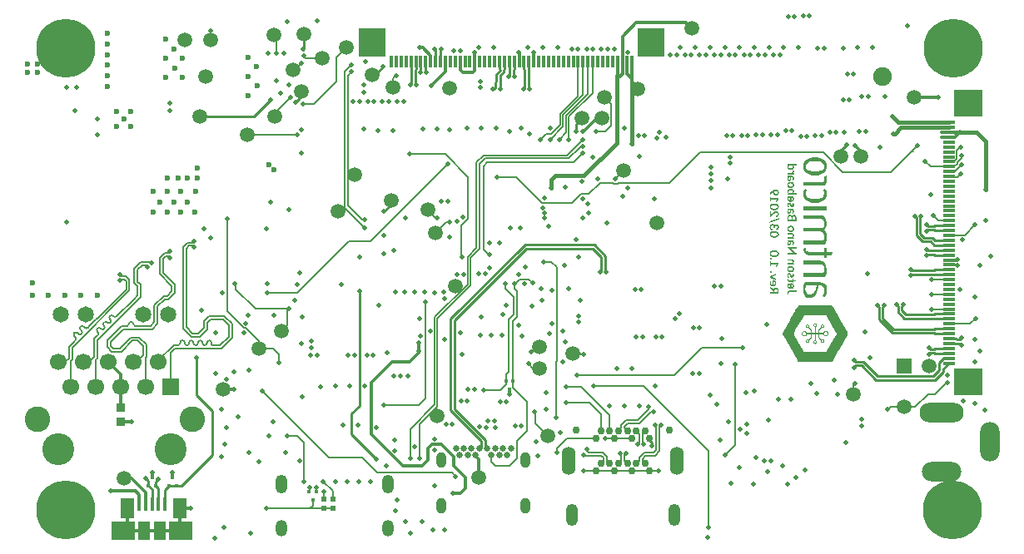
<source format=gbl>
%FSLAX44Y44*%
%MOMM*%
G71*
G01*
G75*
G04 Layer_Physical_Order=6*
G04 Layer_Color=16711680*
%ADD10C,0.2500*%
%ADD11R,0.3000X0.3000*%
%ADD12R,0.4500X1.3800*%
%ADD13R,0.7620X0.7620*%
%ADD14R,0.6000X0.5500*%
%ADD15R,0.7620X0.7620*%
%ADD16R,0.6200X0.5700*%
%ADD17R,0.9500X0.9500*%
%ADD18R,0.9600X0.9700*%
%ADD19R,0.5500X1.5000*%
%ADD20R,0.9500X0.9500*%
%ADD21R,1.0000X0.6000*%
%ADD22R,0.5500X0.6000*%
%ADD23R,1.2000X3.0000*%
%ADD24R,0.6000X1.0000*%
%ADD25R,1.5500X1.5500*%
%ADD26O,0.6000X0.3000*%
%ADD27R,0.5000X0.4000*%
%ADD28R,0.5700X0.6200*%
%ADD29R,2.4000X1.5000*%
%ADD30R,0.5900X0.4500*%
%ADD31R,0.3500X0.8500*%
%ADD32R,0.2000X1.0000*%
%ADD33R,0.3000X1.2000*%
%ADD34R,3.2000X1.2000*%
%ADD35R,0.4500X0.2000*%
%ADD36R,0.5000X0.2000*%
%ADD37R,0.2000X0.4500*%
%ADD38R,0.2000X0.5000*%
%ADD39R,0.4500X0.5900*%
%ADD40R,0.3000X1.4500*%
%ADD41R,1.1000X1.4000*%
%ADD42R,0.2300X1.0000*%
%ADD43R,0.4000X0.5500*%
%ADD44R,0.3000X0.5500*%
%ADD45R,1.2500X1.7500*%
%ADD46R,0.9700X0.9600*%
%ADD47R,2.1000X2.1000*%
%ADD48R,0.2500X0.6000*%
%ADD49R,0.6000X0.2500*%
%ADD50O,0.5000X1.6000*%
%ADD51R,0.3000X0.3000*%
%ADD52R,1.0160X1.7000*%
%ADD53R,1.0160X1.7000*%
%ADD54R,1.0000X1.5000*%
%ADD55O,0.3000X0.8000*%
%ADD56O,0.8000X0.3000*%
G04:AMPARAMS|DCode=57|XSize=0.75mm|YSize=1.6mm|CornerRadius=0.075mm|HoleSize=0mm|Usage=FLASHONLY|Rotation=270.000|XOffset=0mm|YOffset=0mm|HoleType=Round|Shape=RoundedRectangle|*
%AMROUNDEDRECTD57*
21,1,0.7500,1.4500,0,0,270.0*
21,1,0.6000,1.6000,0,0,270.0*
1,1,0.1500,-0.7250,-0.3000*
1,1,0.1500,-0.7250,0.3000*
1,1,0.1500,0.7250,0.3000*
1,1,0.1500,0.7250,-0.3000*
%
%ADD57ROUNDEDRECTD57*%
G04:AMPARAMS|DCode=58|XSize=0.6mm|YSize=1.8mm|CornerRadius=0.06mm|HoleSize=0mm|Usage=FLASHONLY|Rotation=270.000|XOffset=0mm|YOffset=0mm|HoleType=Round|Shape=RoundedRectangle|*
%AMROUNDEDRECTD58*
21,1,0.6000,1.6800,0,0,270.0*
21,1,0.4800,1.8000,0,0,270.0*
1,1,0.1200,-0.8400,-0.2400*
1,1,0.1200,-0.8400,0.2400*
1,1,0.1200,0.8400,0.2400*
1,1,0.1200,0.8400,-0.2400*
%
%ADD58ROUNDEDRECTD58*%
G04:AMPARAMS|DCode=59|XSize=1.3mm|YSize=0.7mm|CornerRadius=0.07mm|HoleSize=0mm|Usage=FLASHONLY|Rotation=270.000|XOffset=0mm|YOffset=0mm|HoleType=Round|Shape=RoundedRectangle|*
%AMROUNDEDRECTD59*
21,1,1.3000,0.5600,0,0,270.0*
21,1,1.1600,0.7000,0,0,270.0*
1,1,0.1400,-0.2800,-0.5800*
1,1,0.1400,-0.2800,0.5800*
1,1,0.1400,0.2800,0.5800*
1,1,0.1400,0.2800,-0.5800*
%
%ADD59ROUNDEDRECTD59*%
%ADD60R,3.2000X3.2000*%
%ADD61R,0.7500X0.3000*%
%ADD62R,0.3000X0.7500*%
%ADD63R,1.0160X1.2700*%
%ADD64R,0.4000X0.9000*%
%ADD65R,0.4000X0.5000*%
%ADD66R,1.3900X1.4000*%
%ADD67R,3.3600X4.8600*%
%ADD68R,1.4000X1.1000*%
%ADD69R,0.8500X0.3560*%
%ADD70R,2.6000X3.0000*%
%ADD71R,0.3000X1.7500*%
%ADD72R,2.0000X3.5000*%
%ADD73R,3.4000X2.4000*%
%ADD74R,1.7000X1.0160*%
%ADD75R,1.7000X1.0160*%
%ADD76R,1.4000X2.1000*%
%ADD77R,2.3700X1.9000*%
%ADD78R,1.1750X1.9000*%
%ADD79C,0.2000*%
%ADD80C,0.3000*%
%ADD81C,0.1500*%
%ADD82C,0.4000*%
%ADD83C,0.1800*%
%ADD84C,0.2200*%
%ADD85C,0.3500*%
%ADD86R,2.1000X10.0000*%
%ADD87R,2.6000X6.8000*%
%ADD88R,4.4000X3.2000*%
%ADD89R,2.2000X13.7000*%
%ADD90O,1.0000X1.6000*%
%ADD91C,0.6500*%
%ADD92C,6.0000*%
%ADD93O,1.2000X1.7000*%
%ADD94O,1.2000X1.9000*%
%ADD95C,0.7500*%
%ADD96O,1.4000X2.8500*%
%ADD97O,1.2000X2.2500*%
%ADD98C,0.5000*%
%ADD99C,1.5000*%
%ADD100R,1.5000X1.5000*%
%ADD101O,4.5000X2.0000*%
%ADD102O,2.0000X4.0000*%
%ADD103O,4.0000X2.0000*%
%ADD104C,1.7000*%
%ADD105C,3.2500*%
%ADD106C,1.6500*%
%ADD107C,2.6000*%
%ADD108C,1.9000*%
%ADD109R,1.7000X1.7000*%
%ADD110C,0.6000*%
%ADD111C,1.0160*%
%ADD112R,3.4000X0.8000*%
%ADD113R,6.2000X1.5000*%
%ADD114O,1.6160X2.2160*%
%ADD115C,1.4160*%
%ADD116C,4.7160*%
%ADD117O,1.6160X2.1160*%
%ADD118O,1.6160X2.3160*%
%ADD119C,1.5660*%
%ADD120C,2.0160*%
%ADD121O,1.9160X3.3660*%
%ADD122O,1.7160X2.7560*%
%ADD123C,1.9160*%
%ADD124C,2.0360*%
%ADD125O,2.0160X4.0160*%
%ADD126O,4.0160X2.0160*%
%ADD127C,1.9060*%
%ADD128C,4.2660*%
%ADD129C,2.0360*%
%ADD130C,2.7160*%
%ADD131C,2.6160*%
%ADD132C,2.1160*%
%ADD133C,1.1660*%
%ADD134C,1.2660*%
%ADD135C,1.2160*%
%ADD136C,0.0000*%
%ADD137C,0.0051*%
%ADD138O,4.5160X2.0160*%
%ADD139R,1.2000X0.3000*%
%ADD140R,2.7000X3.0000*%
%ADD141R,3.0000X2.7000*%
G36*
X-215674Y352632D02*
X-215462Y352590D01*
X-215322Y352548D01*
X-215293Y352534D01*
X-215279Y352519D01*
X-215082Y352407D01*
X-214927Y352294D01*
X-214828Y352209D01*
X-214800Y352167D01*
X-214659Y351998D01*
X-214546Y351829D01*
X-214462Y351646D01*
X-214236Y351068D01*
X-214053Y350490D01*
X-213855Y349982D01*
X-213771Y349827D01*
X-213686Y349714D01*
X-213602Y349616D01*
X-213489Y349545D01*
X-213376Y349503D01*
X-213277Y349489D01*
X-213249D01*
X-213038Y349531D01*
X-212869Y349616D01*
X-212770Y349700D01*
X-212756Y349728D01*
X-212742Y349742D01*
X-212629Y349968D01*
X-212573Y350208D01*
X-212544Y350405D01*
Y350461D01*
Y350475D01*
X-212559Y350687D01*
X-212573Y350842D01*
X-212601Y350941D01*
X-212615Y350969D01*
Y350983D01*
X-212700Y351265D01*
X-212742Y351349D01*
X-212756Y351378D01*
X-212855Y351603D01*
X-212883Y351660D01*
X-212897Y351688D01*
X-212939Y351857D01*
X-212953Y351913D01*
Y351927D01*
X-212925Y352068D01*
X-212911Y352097D01*
Y352111D01*
X-212826Y352195D01*
X-212784Y352224D01*
X-212770Y352238D01*
X-212206Y352590D01*
X-212079Y352449D01*
X-211966Y352294D01*
X-211783Y351998D01*
X-211628Y351674D01*
X-211501Y351251D01*
X-211431Y350856D01*
X-211403Y350447D01*
X-211431Y350024D01*
X-211459Y349841D01*
X-211487Y349686D01*
X-211572Y349376D01*
X-211628Y349221D01*
X-211699Y349066D01*
X-211840Y348826D01*
X-211995Y348615D01*
X-212206Y348417D01*
X-212418Y348276D01*
X-212629Y348149D01*
X-212897Y348065D01*
X-213137Y348008D01*
X-213376Y347994D01*
X-213672Y348008D01*
X-213912Y348065D01*
X-214123Y348121D01*
X-214321Y348234D01*
X-214490Y348361D01*
X-214631Y348488D01*
X-214772Y348657D01*
X-214885Y348826D01*
X-214955Y348953D01*
X-214969Y348981D01*
X-214983Y348995D01*
X-215152Y349404D01*
X-215209Y349531D01*
X-215223Y349573D01*
Y349587D01*
X-215350Y349996D01*
X-215392Y350137D01*
X-215406Y350165D01*
Y350179D01*
X-215477Y350391D01*
X-215533Y350546D01*
X-215589Y350659D01*
X-215604Y350687D01*
Y350701D01*
X-215688Y350856D01*
X-215773Y350969D01*
X-215829Y351025D01*
X-215857Y351053D01*
X-215970Y351138D01*
X-216097Y351180D01*
X-216224Y351194D01*
X-216435Y351166D01*
X-216520Y351138D01*
X-216618Y351082D01*
X-216703Y351025D01*
X-216774Y350941D01*
X-216900Y350729D01*
X-216943Y350616D01*
X-216999Y350306D01*
X-217013Y350137D01*
X-216999Y349897D01*
X-216971Y349714D01*
X-216929Y349545D01*
X-216816Y349263D01*
X-216759Y349150D01*
X-216576Y348840D01*
X-216506Y348657D01*
X-216492Y348572D01*
X-216506Y348474D01*
X-216520Y348403D01*
X-216548Y348333D01*
X-216604Y348262D01*
X-216647Y348206D01*
X-216717Y348163D01*
X-217309Y347811D01*
X-217535Y348093D01*
X-217605Y348206D01*
X-217619Y348234D01*
X-217633Y348248D01*
X-217817Y348615D01*
X-217873Y348741D01*
X-217887Y348770D01*
Y348784D01*
X-218000Y349207D01*
X-218028Y349348D01*
X-218042Y349390D01*
Y349404D01*
X-218085Y349855D01*
X-218099Y350010D01*
Y350052D01*
Y350067D01*
X-218071Y350504D01*
X-218014Y350856D01*
X-217972Y351096D01*
X-217944Y351166D01*
Y351180D01*
X-217873Y351363D01*
X-217803Y351519D01*
X-217662Y351772D01*
X-217549Y351941D01*
X-217521Y351984D01*
X-217507Y351998D01*
X-217267Y352209D01*
X-217055Y352364D01*
X-216886Y352463D01*
X-216830Y352491D01*
X-216816D01*
X-216506Y352590D01*
X-216224Y352646D01*
X-216026Y352660D01*
X-215942D01*
X-215674Y352632D01*
D02*
G37*
G36*
X-213855Y359427D02*
X-213644Y359385D01*
X-213461Y359356D01*
X-213193Y359272D01*
X-213122Y359258D01*
X-213094Y359244D01*
X-212897Y359159D01*
X-212714Y359061D01*
X-212418Y358863D01*
X-212234Y358722D01*
X-212178Y358666D01*
X-212164Y358652D01*
X-211910Y358356D01*
X-211741Y358074D01*
X-211600Y357764D01*
X-211487Y357369D01*
X-211431Y357002D01*
X-211403Y356622D01*
X-211417Y356354D01*
X-211445Y356114D01*
X-211487Y355889D01*
X-211530Y355691D01*
X-211572Y355536D01*
X-211614Y355409D01*
X-211656Y355311D01*
X-211755Y355099D01*
X-211868Y354916D01*
X-212093Y354606D01*
X-212277Y354394D01*
X-212347Y354324D01*
X-212685Y354056D01*
X-213010Y353873D01*
X-213362Y353704D01*
X-213799Y353577D01*
X-214208Y353520D01*
X-214617Y353492D01*
X-215209Y353535D01*
X-215462Y353563D01*
X-215688Y353619D01*
X-216012Y353689D01*
X-216125Y353732D01*
X-216351Y353830D01*
X-216562Y353943D01*
X-216759Y354056D01*
X-216915Y354169D01*
X-217126Y354352D01*
X-217211Y354423D01*
X-217366Y354592D01*
X-217493Y354761D01*
X-217704Y355099D01*
X-217831Y355339D01*
X-217859Y355409D01*
X-217873Y355438D01*
X-218000Y355875D01*
X-218056Y356283D01*
X-218085Y356579D01*
Y356664D01*
Y356692D01*
X-218071Y356960D01*
X-218056Y357186D01*
X-218042Y357355D01*
Y357397D01*
Y357411D01*
X-218000Y357679D01*
X-217944Y357905D01*
X-217887Y358060D01*
X-217873Y358102D01*
Y358116D01*
X-217774Y358370D01*
X-217662Y358581D01*
X-217577Y358736D01*
X-217563Y358779D01*
X-217549Y358793D01*
X-217380Y359018D01*
X-217211Y359216D01*
X-217084Y359342D01*
X-217055Y359371D01*
X-217041Y359385D01*
X-216463Y358934D01*
X-216379Y358849D01*
X-216336Y358750D01*
X-216322Y358638D01*
X-216336Y358539D01*
X-216365Y358440D01*
X-216407Y358341D01*
X-216604Y357975D01*
X-216745Y357665D01*
X-216802Y357496D01*
X-216872Y357059D01*
X-216886Y356833D01*
X-216872Y356565D01*
X-216830Y356340D01*
X-216774Y356142D01*
X-216675Y355931D01*
X-216548Y355748D01*
X-216421Y355593D01*
X-216224Y355438D01*
X-216026Y355325D01*
X-215871Y355254D01*
X-215829Y355240D01*
X-215815Y355226D01*
X-215251Y355099D01*
X-215040Y355071D01*
X-214969Y355057D01*
X-214955D01*
Y359089D01*
X-214941Y359230D01*
X-214885Y359314D01*
X-214842Y359356D01*
X-214828Y359371D01*
X-214701Y359427D01*
X-214546Y359441D01*
X-214405Y359455D01*
X-214349D01*
X-213855Y359427D01*
D02*
G37*
G36*
X-230982Y351814D02*
X-230587Y351786D01*
X-229938Y351701D01*
X-229501Y351616D01*
X-229389Y351588D01*
X-229360Y351574D01*
X-229346D01*
X-229022Y351475D01*
X-228740Y351348D01*
X-228486Y351236D01*
X-228275Y351123D01*
X-227979Y350926D01*
X-227908Y350883D01*
X-227880Y350855D01*
X-227683Y350686D01*
X-227500Y350503D01*
X-227232Y350150D01*
X-227077Y349883D01*
X-227020Y349784D01*
X-226851Y349319D01*
X-226766Y348896D01*
X-226738Y348459D01*
X-226752Y348191D01*
X-226781Y347951D01*
X-226823Y347726D01*
X-226879Y347514D01*
X-226978Y347232D01*
X-227020Y347119D01*
X-227133Y346908D01*
X-227274Y346697D01*
X-227415Y346513D01*
X-227556Y346358D01*
X-227880Y346062D01*
X-228106Y345907D01*
X-228345Y345766D01*
X-228825Y345541D01*
X-229346Y345357D01*
X-230037Y345216D01*
X-230714Y345132D01*
X-231418Y345104D01*
X-231856Y345118D01*
X-232250Y345146D01*
X-232913Y345230D01*
X-233350Y345315D01*
X-233505Y345357D01*
X-233815Y345456D01*
X-234111Y345569D01*
X-234351Y345696D01*
X-234576Y345808D01*
X-234745Y345907D01*
X-234872Y345992D01*
X-234971Y346062D01*
X-235168Y346231D01*
X-235352Y346415D01*
X-235619Y346767D01*
X-235774Y347021D01*
X-235817Y347091D01*
X-235831Y347119D01*
X-235986Y347585D01*
X-236056Y348022D01*
X-236085Y348332D01*
X-236099Y348430D01*
Y348459D01*
X-236085Y348712D01*
X-236056Y348966D01*
X-236014Y349192D01*
X-235958Y349389D01*
X-235915Y349558D01*
X-235873Y349671D01*
X-235845Y349756D01*
X-235831Y349784D01*
X-235718Y350009D01*
X-235577Y350207D01*
X-235436Y350390D01*
X-235295Y350559D01*
X-235070Y350771D01*
X-234999Y350841D01*
X-234971Y350855D01*
X-234745Y351024D01*
X-234492Y351165D01*
X-234026Y351391D01*
X-233646Y351532D01*
X-233547Y351560D01*
X-233519Y351574D01*
X-233505D01*
X-232800Y351715D01*
X-232123Y351800D01*
X-231616Y351828D01*
X-231418D01*
X-230982Y351814D01*
D02*
G37*
G36*
X-234830Y357058D02*
X-226823D01*
Y355775D01*
X-229205Y352970D01*
X-229882Y353477D01*
X-229952Y353534D01*
X-229981Y353562D01*
X-229995Y353576D01*
X-230037Y353703D01*
X-230051Y353745D01*
Y353759D01*
Y353900D01*
Y353956D01*
Y353971D01*
X-230023Y354055D01*
X-229981Y354126D01*
X-229952Y354182D01*
X-229938Y354196D01*
X-228839Y355507D01*
X-229487Y355493D01*
X-234830D01*
Y353632D01*
X-236000D01*
Y358707D01*
X-234830D01*
Y357058D01*
D02*
G37*
G36*
X-213503Y346768D02*
X-213334Y346740D01*
X-213179Y346712D01*
X-212967Y346655D01*
X-212897Y346641D01*
X-212883Y346627D01*
X-212714Y346571D01*
X-212559Y346486D01*
X-212432Y346415D01*
X-212319Y346331D01*
X-212150Y346218D01*
X-212107Y346176D01*
X-212093Y346162D01*
X-211868Y345908D01*
X-211699Y345668D01*
X-211572Y345401D01*
X-211459Y345048D01*
X-211403Y344724D01*
X-211374Y344371D01*
X-211388Y344090D01*
X-211417Y343807D01*
X-211473Y343540D01*
X-211530Y343286D01*
X-211614Y343046D01*
X-211699Y342821D01*
X-211797Y342623D01*
X-211882Y342440D01*
X-212079Y342116D01*
X-212248Y341876D01*
X-212404Y341679D01*
X-212911Y341947D01*
X-213052Y342060D01*
X-213094Y342116D01*
X-213108Y342130D01*
X-213151Y342229D01*
X-213179Y342313D01*
X-213193Y342384D01*
Y342412D01*
X-213179Y342553D01*
X-213151Y342666D01*
X-213122Y342736D01*
X-213108Y342764D01*
X-212967Y342990D01*
X-212925Y343074D01*
X-212911Y343089D01*
Y343103D01*
X-212770Y343399D01*
X-212728Y343497D01*
X-212714Y343526D01*
Y343540D01*
X-212657Y343751D01*
X-212629Y343949D01*
X-212615Y344118D01*
Y344160D01*
Y344174D01*
X-212629Y344357D01*
X-212671Y344526D01*
X-212770Y344780D01*
X-212883Y344921D01*
X-212939Y344978D01*
X-213066Y345076D01*
X-213221Y345147D01*
X-213531Y345231D01*
X-213898Y345260D01*
X-214278D01*
X-214293Y344865D01*
X-214321Y344498D01*
X-214405Y343906D01*
X-214433Y343695D01*
X-214476Y343540D01*
X-214504Y343399D01*
X-214574Y343131D01*
X-214659Y342891D01*
X-214729Y342694D01*
X-214814Y342525D01*
X-214927Y342285D01*
X-214983Y342201D01*
X-215096Y342045D01*
X-215195Y341904D01*
X-215406Y341707D01*
X-215618Y341552D01*
X-215885Y341453D01*
X-216111Y341397D01*
X-216351Y341369D01*
X-216647Y341383D01*
X-216900Y341439D01*
X-217112Y341496D01*
X-217225Y341552D01*
X-217337Y341623D01*
X-217507Y341749D01*
X-217662Y341890D01*
X-217803Y342088D01*
X-217915Y342285D01*
X-217972Y342440D01*
X-218000Y342482D01*
Y342496D01*
X-218085Y343004D01*
X-218099Y343187D01*
Y343244D01*
Y343258D01*
X-218071Y343709D01*
X-218042Y343850D01*
Y343878D01*
Y343892D01*
X-218000Y344104D01*
X-217944Y344273D01*
X-217901Y344400D01*
X-217887Y344428D01*
Y344442D01*
X-217789Y344625D01*
X-217704Y344780D01*
X-217633Y344879D01*
X-217605Y344907D01*
Y344921D01*
X-217478Y345104D01*
X-217337Y345260D01*
X-217253Y345372D01*
X-217225Y345401D01*
X-217211Y345415D01*
X-217676Y345556D01*
X-217803Y345612D01*
X-217887Y345668D01*
X-217929Y345725D01*
X-217944Y345739D01*
X-217986Y345950D01*
X-218000Y346049D01*
Y346063D01*
Y346077D01*
Y346796D01*
X-213898D01*
X-213503Y346768D01*
D02*
G37*
G36*
X-234914Y344173D02*
X-234788Y344131D01*
X-234717Y344075D01*
X-234689Y344060D01*
Y344046D01*
X-234604Y343919D01*
X-234562Y343793D01*
X-234548Y343652D01*
Y341297D01*
X-234576Y340917D01*
X-234604Y340733D01*
X-234689Y340325D01*
X-234731Y340141D01*
X-232617Y342214D01*
X-232095Y342707D01*
X-231926Y342862D01*
X-231884Y342904D01*
X-231870Y342919D01*
X-231348Y343341D01*
X-231179Y343454D01*
X-231122Y343482D01*
X-231108Y343497D01*
X-230544Y343793D01*
X-230361Y343863D01*
X-230305Y343891D01*
X-230291D01*
X-229952Y343976D01*
X-229656Y344032D01*
X-229431Y344046D01*
X-229346D01*
X-229135Y344032D01*
X-228923Y344018D01*
X-228585Y343948D01*
X-228359Y343863D01*
X-228289Y343849D01*
X-228275Y343835D01*
X-228106Y343750D01*
X-227951Y343666D01*
X-227810Y343567D01*
X-227683Y343468D01*
X-227514Y343313D01*
X-227457Y343257D01*
X-227218Y342961D01*
X-227062Y342665D01*
X-226950Y342439D01*
X-226922Y342355D01*
X-226809Y341960D01*
X-226766Y341579D01*
X-226738Y341199D01*
Y340973D01*
X-226766Y340762D01*
X-226823Y340395D01*
X-226907Y340057D01*
X-226978Y339860D01*
X-227048Y339690D01*
X-227133Y339521D01*
X-227218Y339380D01*
X-227344Y339183D01*
X-227401Y339112D01*
X-227528Y338971D01*
X-227669Y338830D01*
X-227936Y338619D01*
X-228233Y338436D01*
X-228994Y338154D01*
X-229389Y338069D01*
X-229529Y338887D01*
X-229544Y339098D01*
X-229529Y339253D01*
X-229515Y339352D01*
X-229501Y339380D01*
X-229459Y339451D01*
X-229403Y339507D01*
X-229262Y339592D01*
X-229149Y339648D01*
X-229121Y339662D01*
X-229107D01*
X-228951Y339719D01*
X-228811Y339789D01*
X-228726Y339845D01*
X-228712Y339860D01*
X-228698D01*
X-228557Y339958D01*
X-228458Y340057D01*
X-228388Y340141D01*
X-228359Y340170D01*
X-228190Y340452D01*
X-228148Y340550D01*
X-228134Y340578D01*
Y340592D01*
X-228063Y340945D01*
X-228049Y341072D01*
Y341100D01*
Y341114D01*
X-228063Y341326D01*
X-228092Y341495D01*
X-228120Y341608D01*
X-228134Y341636D01*
Y341650D01*
X-228204Y341819D01*
X-228303Y341960D01*
X-228374Y342044D01*
X-228388Y342073D01*
X-228402D01*
X-228543Y342200D01*
X-228670Y342270D01*
X-228825Y342341D01*
X-229205Y342425D01*
X-229403Y342439D01*
X-229529D01*
X-229656Y342425D01*
X-229882Y342397D01*
X-230093Y342341D01*
X-230333Y342256D01*
X-230544Y342157D01*
X-230742Y342059D01*
X-230967Y341904D01*
X-231179Y341763D01*
X-231376Y341593D01*
X-231616Y341382D01*
X-231827Y341185D01*
X-232053Y340973D01*
X-234844Y338196D01*
X-235056Y338027D01*
X-235154Y337971D01*
X-235380Y337928D01*
X-235492Y337914D01*
X-236000D01*
Y344201D01*
X-235070D01*
X-234914Y344173D01*
D02*
G37*
G36*
X-232997Y330908D02*
X-232729Y330866D01*
X-232504Y330795D01*
X-232321Y330725D01*
X-232053Y330584D01*
X-231982Y330527D01*
X-231954Y330513D01*
X-231771Y330344D01*
X-231602Y330161D01*
X-231348Y329752D01*
X-231151Y329287D01*
X-231052Y329526D01*
X-230967Y329724D01*
X-230897Y329851D01*
X-230869Y329879D01*
Y329893D01*
X-230728Y330090D01*
X-230601Y330231D01*
X-230502Y330330D01*
X-230474Y330344D01*
X-230460Y330358D01*
X-230263Y330485D01*
X-230065Y330570D01*
X-229924Y330626D01*
X-229882Y330640D01*
X-229868D01*
X-229346Y330725D01*
X-229163Y330739D01*
X-229093D01*
X-228909Y330725D01*
X-228740Y330710D01*
X-228585Y330682D01*
X-228444Y330640D01*
X-228247Y330570D01*
X-228190Y330555D01*
X-228176Y330541D01*
X-228021Y330471D01*
X-227866Y330372D01*
X-227626Y330203D01*
X-227471Y330048D01*
X-227415Y329992D01*
X-227204Y329696D01*
X-227048Y329414D01*
X-226922Y329118D01*
X-226809Y328723D01*
X-226766Y328356D01*
X-226738Y327976D01*
Y327750D01*
X-226766Y327539D01*
X-226823Y327172D01*
X-226907Y326834D01*
X-227048Y326467D01*
X-227133Y326312D01*
X-227218Y326171D01*
X-227344Y325974D01*
X-227401Y325904D01*
X-227528Y325762D01*
X-227669Y325621D01*
X-227936Y325410D01*
X-228233Y325213D01*
X-228994Y324931D01*
X-229389Y324846D01*
X-229529Y325678D01*
X-229544Y325889D01*
X-229529Y326030D01*
X-229515Y326129D01*
X-229501Y326157D01*
X-229403Y326284D01*
X-229262Y326369D01*
X-229149Y326439D01*
X-229121Y326453D01*
X-229107D01*
X-228951Y326510D01*
X-228811Y326566D01*
X-228726Y326622D01*
X-228712Y326637D01*
X-228698D01*
X-228557Y326735D01*
X-228458Y326834D01*
X-228388Y326918D01*
X-228359Y326947D01*
X-228190Y327229D01*
X-228148Y327327D01*
X-228134Y327355D01*
Y327370D01*
X-228063Y327722D01*
X-228049Y327849D01*
Y327877D01*
Y327891D01*
X-228063Y328103D01*
X-228106Y328286D01*
X-228162Y328455D01*
X-228218Y328596D01*
X-228331Y328779D01*
X-228374Y328836D01*
X-228388Y328850D01*
X-228529Y328977D01*
X-228684Y329061D01*
X-229008Y329174D01*
X-229262Y329216D01*
X-229374D01*
X-229586Y329202D01*
X-229755Y329174D01*
X-229924Y329118D01*
X-230093Y329033D01*
X-230234Y328934D01*
X-230361Y328807D01*
X-230488Y328624D01*
X-230573Y328427D01*
X-230643Y328201D01*
X-230742Y327581D01*
X-230756Y327243D01*
X-231870D01*
Y327496D01*
X-231884Y327708D01*
X-231898Y327905D01*
X-231926Y328060D01*
X-231968Y328286D01*
X-231982Y328342D01*
Y328356D01*
X-232025Y328511D01*
X-232067Y328638D01*
X-232123Y328751D01*
X-232166Y328836D01*
X-232250Y328948D01*
X-232264Y328977D01*
X-232278Y328991D01*
X-232433Y329132D01*
X-232574Y329230D01*
X-232744Y329287D01*
X-233138Y329343D01*
X-233336Y329357D01*
X-233519Y329343D01*
X-233688Y329315D01*
X-233857Y329258D01*
X-234041Y329174D01*
X-234181Y329075D01*
X-234322Y328963D01*
X-234463Y328807D01*
X-234576Y328638D01*
X-234661Y328455D01*
X-234774Y328004D01*
X-234788Y327764D01*
X-234774Y327525D01*
X-234731Y327327D01*
X-234689Y327144D01*
X-234590Y326961D01*
X-234506Y326820D01*
X-234407Y326693D01*
X-234153Y326467D01*
X-234055Y326397D01*
X-234041Y326383D01*
X-234026Y326369D01*
X-233730Y326199D01*
X-233632Y326143D01*
X-233603Y326129D01*
X-233589D01*
X-233519Y326087D01*
X-233463Y326030D01*
X-233392Y325918D01*
X-233336Y325777D01*
X-233322Y325607D01*
X-233336Y325438D01*
X-233392Y325269D01*
X-233674Y324578D01*
X-234083Y324733D01*
X-234421Y324888D01*
X-234717Y325043D01*
X-235027Y325255D01*
X-235267Y325466D01*
X-235422Y325636D01*
X-235464Y325678D01*
X-235478Y325692D01*
X-235676Y325988D01*
X-235831Y326284D01*
X-235915Y326496D01*
X-235930Y326552D01*
X-235944Y326580D01*
X-236070Y327370D01*
X-236099Y327666D01*
Y327750D01*
Y327778D01*
X-236070Y328229D01*
X-236014Y328610D01*
X-235958Y328878D01*
X-235930Y328948D01*
Y328977D01*
X-235859Y329188D01*
X-235774Y329371D01*
X-235591Y329696D01*
X-235507Y329808D01*
X-235450Y329907D01*
X-235408Y329963D01*
X-235394Y329977D01*
X-235098Y330274D01*
X-234816Y330485D01*
X-234590Y330626D01*
X-234534Y330654D01*
X-234506Y330668D01*
X-234083Y330809D01*
X-233688Y330894D01*
X-233392Y330922D01*
X-233124D01*
X-232997Y330908D01*
D02*
G37*
G36*
X-213503Y380065D02*
X-213334Y380037D01*
X-213179Y380009D01*
X-212967Y379952D01*
X-212897Y379938D01*
X-212883Y379924D01*
X-212714Y379868D01*
X-212559Y379783D01*
X-212432Y379713D01*
X-212319Y379628D01*
X-212150Y379515D01*
X-212107Y379473D01*
X-212093Y379459D01*
X-211868Y379205D01*
X-211699Y378965D01*
X-211572Y378698D01*
X-211459Y378345D01*
X-211403Y378021D01*
X-211374Y377668D01*
X-211388Y377387D01*
X-211417Y377105D01*
X-211473Y376837D01*
X-211530Y376583D01*
X-211614Y376343D01*
X-211699Y376118D01*
X-211797Y375920D01*
X-211882Y375737D01*
X-212079Y375413D01*
X-212248Y375173D01*
X-212404Y374976D01*
X-212911Y375244D01*
X-213052Y375357D01*
X-213094Y375413D01*
X-213108Y375427D01*
X-213151Y375526D01*
X-213179Y375610D01*
X-213193Y375681D01*
Y375709D01*
X-213179Y375850D01*
X-213151Y375963D01*
X-213122Y376033D01*
X-213108Y376062D01*
X-212967Y376287D01*
X-212925Y376372D01*
X-212911Y376386D01*
Y376400D01*
X-212770Y376696D01*
X-212728Y376795D01*
X-212714Y376823D01*
Y376837D01*
X-212657Y377048D01*
X-212629Y377246D01*
X-212615Y377415D01*
Y377457D01*
Y377471D01*
X-212629Y377654D01*
X-212671Y377824D01*
X-212770Y378077D01*
X-212883Y378218D01*
X-212939Y378275D01*
X-213066Y378373D01*
X-213221Y378444D01*
X-213531Y378529D01*
X-213898Y378557D01*
X-214278D01*
X-214293Y378162D01*
X-214321Y377795D01*
X-214405Y377203D01*
X-214433Y376992D01*
X-214476Y376837D01*
X-214504Y376696D01*
X-214574Y376428D01*
X-214659Y376188D01*
X-214729Y375991D01*
X-214814Y375822D01*
X-214927Y375582D01*
X-214983Y375498D01*
X-215096Y375342D01*
X-215195Y375202D01*
X-215406Y375004D01*
X-215618Y374849D01*
X-215885Y374751D01*
X-216111Y374694D01*
X-216351Y374666D01*
X-216647Y374680D01*
X-216900Y374736D01*
X-217112Y374793D01*
X-217225Y374849D01*
X-217337Y374920D01*
X-217507Y375047D01*
X-217662Y375187D01*
X-217803Y375385D01*
X-217915Y375582D01*
X-217972Y375737D01*
X-218000Y375779D01*
Y375794D01*
X-218085Y376301D01*
X-218099Y376484D01*
Y376541D01*
Y376555D01*
X-218071Y377006D01*
X-218042Y377147D01*
Y377175D01*
Y377189D01*
X-218000Y377401D01*
X-217944Y377570D01*
X-217901Y377697D01*
X-217887Y377725D01*
Y377739D01*
X-217789Y377922D01*
X-217704Y378077D01*
X-217633Y378176D01*
X-217605Y378204D01*
Y378218D01*
X-217478Y378402D01*
X-217337Y378557D01*
X-217253Y378669D01*
X-217225Y378698D01*
X-217211Y378712D01*
X-217676Y378853D01*
X-217803Y378909D01*
X-217887Y378965D01*
X-217929Y379022D01*
X-217944Y379036D01*
X-217986Y379247D01*
X-218000Y379346D01*
Y379360D01*
Y379374D01*
Y380093D01*
X-213898D01*
X-213503Y380065D01*
D02*
G37*
G36*
X-214194Y373890D02*
X-213954Y373848D01*
X-213757Y373806D01*
X-213461Y373736D01*
X-213376Y373707D01*
X-213348Y373693D01*
X-213122Y373609D01*
X-212925Y373496D01*
X-212742Y373383D01*
X-212587Y373284D01*
X-212375Y373115D01*
X-212319Y373059D01*
X-212305Y373045D01*
X-212023Y372706D01*
X-211811Y372382D01*
X-211642Y372030D01*
X-211501Y371579D01*
X-211431Y371156D01*
X-211403Y370719D01*
X-211417Y370451D01*
X-211445Y370197D01*
X-211515Y369774D01*
X-211600Y369492D01*
X-211642Y369380D01*
X-211741Y369168D01*
X-211840Y368971D01*
X-211952Y368801D01*
X-212051Y368647D01*
X-212305Y368364D01*
X-212643Y368097D01*
X-212981Y367885D01*
X-213348Y367716D01*
X-213827Y367589D01*
X-214278Y367519D01*
X-214744Y367491D01*
X-215293Y367533D01*
X-215519Y367561D01*
X-215730Y367603D01*
X-216026Y367688D01*
X-216139Y367716D01*
X-216365Y367815D01*
X-216562Y367913D01*
X-216900Y368125D01*
X-217112Y368294D01*
X-217197Y368364D01*
X-217478Y368703D01*
X-217690Y369027D01*
X-217817Y369281D01*
X-217845Y369351D01*
X-217859Y369380D01*
X-217986Y369845D01*
X-218056Y370282D01*
X-218085Y370592D01*
Y370690D01*
Y370705D01*
Y370719D01*
X-218071Y370987D01*
X-218042Y371226D01*
X-218014Y371452D01*
X-217972Y371649D01*
X-217887Y371931D01*
X-217873Y372001D01*
X-217859Y372030D01*
X-217760Y372241D01*
X-217662Y372439D01*
X-217549Y372608D01*
X-217436Y372763D01*
X-217267Y372974D01*
X-217211Y373031D01*
X-217197Y373045D01*
X-216844Y373327D01*
X-216506Y373524D01*
X-216238Y373651D01*
X-216167Y373679D01*
X-216139Y373693D01*
X-215660Y373820D01*
X-215209Y373890D01*
X-214870Y373919D01*
X-214744D01*
X-214194Y373890D01*
D02*
G37*
G36*
X-214067Y366588D02*
X-213644Y366532D01*
X-213362Y366475D01*
X-213292Y366461D01*
X-213263Y366447D01*
X-213052Y366377D01*
X-212855Y366306D01*
X-212544Y366137D01*
X-212418Y366067D01*
X-212333Y366010D01*
X-212277Y365968D01*
X-212262Y365954D01*
X-212107Y365827D01*
X-211981Y365700D01*
X-211783Y365446D01*
X-211628Y365179D01*
X-211501Y364826D01*
X-211431Y364502D01*
X-211403Y364164D01*
X-211417Y363938D01*
X-211445Y363727D01*
X-211473Y363543D01*
X-211515Y363388D01*
X-211600Y363149D01*
X-211642Y363064D01*
X-211741Y362895D01*
X-211840Y362726D01*
X-211952Y362585D01*
X-212065Y362458D01*
X-212305Y362204D01*
X-208583D01*
Y360625D01*
X-218000D01*
Y361668D01*
X-217986Y361767D01*
X-217972Y361852D01*
X-217958Y361894D01*
X-217944Y361908D01*
X-217873Y361979D01*
X-217803Y362021D01*
X-217732Y362035D01*
X-217704Y362049D01*
X-217267Y362119D01*
X-217394Y362232D01*
X-217507Y362345D01*
X-217577Y362416D01*
X-217591Y362444D01*
X-217605D01*
X-217803Y362697D01*
X-217859Y362796D01*
X-217873Y362810D01*
Y362824D01*
X-217944Y362994D01*
X-217986Y363134D01*
X-218014Y363247D01*
X-218028Y363275D01*
Y363290D01*
X-218071Y363656D01*
X-218085Y363783D01*
Y363825D01*
Y363839D01*
X-218071Y364065D01*
X-218042Y364291D01*
X-218000Y364488D01*
X-217958Y364643D01*
X-217887Y364897D01*
X-217859Y364953D01*
X-217845Y364981D01*
X-217746Y365164D01*
X-217633Y365334D01*
X-217507Y365489D01*
X-217394Y365616D01*
X-217211Y365799D01*
X-217154Y365841D01*
X-217140Y365855D01*
X-216774Y366095D01*
X-216407Y366278D01*
X-216139Y366377D01*
X-216055Y366405D01*
X-216026Y366419D01*
X-215068Y366588D01*
X-214715Y366617D01*
X-214321D01*
X-214067Y366588D01*
D02*
G37*
G36*
X-226583Y336392D02*
X-226611Y336194D01*
X-226654Y336039D01*
X-226724Y335898D01*
X-226851Y335771D01*
X-226978Y335673D01*
X-227133Y335588D01*
X-236592Y331895D01*
Y332557D01*
X-236564Y332741D01*
X-236522Y332882D01*
X-236465Y332994D01*
X-236451Y333022D01*
Y333036D01*
X-236324Y333192D01*
X-236183Y333304D01*
X-236056Y333375D01*
X-236028Y333389D01*
X-236014D01*
X-226583Y337068D01*
Y336392D01*
D02*
G37*
G36*
X-215011Y340495D02*
X-214758Y340424D01*
X-214518Y340340D01*
X-214307Y340213D01*
X-214109Y340072D01*
X-213954Y339917D01*
X-213672Y339564D01*
X-213475Y339212D01*
X-213348Y338916D01*
X-213263Y338620D01*
X-213151Y338916D01*
X-213038Y339141D01*
X-212939Y339296D01*
X-212925Y339339D01*
X-212911Y339353D01*
X-212742Y339564D01*
X-212601Y339719D01*
X-212488Y339832D01*
X-212460Y339846D01*
X-212446Y339860D01*
X-212079Y340086D01*
X-211952Y340142D01*
X-211910Y340156D01*
X-211896D01*
X-211473Y340241D01*
X-211332Y340255D01*
X-211276D01*
X-211064Y340241D01*
X-210881Y340227D01*
X-210557Y340156D01*
X-210345Y340086D01*
X-210275Y340072D01*
X-210261Y340058D01*
X-210092Y339987D01*
X-209951Y339889D01*
X-209824Y339790D01*
X-209711Y339691D01*
X-209556Y339536D01*
X-209499Y339466D01*
X-209387Y339311D01*
X-209288Y339127D01*
X-209133Y338789D01*
X-209006Y338408D01*
X-208907Y337901D01*
X-208851Y337407D01*
X-208837Y336872D01*
Y333714D01*
X-218000D01*
Y337182D01*
X-217986Y337464D01*
X-217972Y337732D01*
X-217901Y338183D01*
X-217831Y338479D01*
X-217817Y338563D01*
X-217803Y338592D01*
X-217718Y338817D01*
X-217633Y339029D01*
X-217535Y339212D01*
X-217450Y339353D01*
X-217309Y339578D01*
X-217267Y339635D01*
X-217253Y339649D01*
X-216957Y339931D01*
X-216689Y340128D01*
X-216478Y340241D01*
X-216407Y340269D01*
X-216393Y340283D01*
X-216012Y340410D01*
X-215660Y340481D01*
X-215406Y340509D01*
X-215308D01*
X-215011Y340495D01*
D02*
G37*
G36*
X-214194Y288237D02*
X-213954Y288195D01*
X-213757Y288153D01*
X-213461Y288082D01*
X-213376Y288054D01*
X-213348Y288040D01*
X-213122Y287955D01*
X-212925Y287843D01*
X-212742Y287730D01*
X-212587Y287631D01*
X-212375Y287462D01*
X-212319Y287405D01*
X-212305Y287391D01*
X-212023Y287053D01*
X-211811Y286729D01*
X-211642Y286376D01*
X-211501Y285925D01*
X-211431Y285502D01*
X-211403Y285065D01*
X-211417Y284797D01*
X-211445Y284544D01*
X-211515Y284121D01*
X-211600Y283839D01*
X-211642Y283726D01*
X-211741Y283515D01*
X-211840Y283317D01*
X-211952Y283148D01*
X-212051Y282993D01*
X-212305Y282711D01*
X-212643Y282443D01*
X-212981Y282232D01*
X-213348Y282063D01*
X-213827Y281936D01*
X-214278Y281865D01*
X-214744Y281837D01*
X-215293Y281879D01*
X-215519Y281908D01*
X-215730Y281950D01*
X-216026Y282034D01*
X-216139Y282063D01*
X-216365Y282161D01*
X-216562Y282260D01*
X-216900Y282472D01*
X-217112Y282641D01*
X-217197Y282711D01*
X-217478Y283050D01*
X-217690Y283374D01*
X-217817Y283627D01*
X-217845Y283698D01*
X-217859Y283726D01*
X-217986Y284191D01*
X-218056Y284628D01*
X-218085Y284939D01*
Y285037D01*
Y285051D01*
Y285065D01*
X-218071Y285333D01*
X-218042Y285573D01*
X-218014Y285798D01*
X-217972Y285996D01*
X-217887Y286278D01*
X-217873Y286348D01*
X-217859Y286376D01*
X-217760Y286588D01*
X-217662Y286785D01*
X-217549Y286954D01*
X-217436Y287109D01*
X-217267Y287321D01*
X-217211Y287377D01*
X-217197Y287391D01*
X-216844Y287673D01*
X-216506Y287871D01*
X-216238Y287997D01*
X-216167Y288026D01*
X-216139Y288040D01*
X-215660Y288167D01*
X-215209Y288237D01*
X-214870Y288265D01*
X-214744D01*
X-214194Y288237D01*
D02*
G37*
G36*
X-208837Y261678D02*
X-214969D01*
X-215138Y261664D01*
X-215420Y261636D01*
X-215674Y261580D01*
X-215914Y261495D01*
X-216111Y261397D01*
X-216266Y261298D01*
X-216407Y261143D01*
X-216520Y261002D01*
X-216604Y260833D01*
X-216661Y260621D01*
X-216689Y260410D01*
X-216703Y260198D01*
X-216675Y259874D01*
X-216661Y259747D01*
X-216604Y259550D01*
Y259465D01*
X-216618Y259352D01*
X-216647Y259268D01*
X-216703Y259197D01*
X-216774Y259141D01*
X-216844Y259113D01*
X-216929Y259099D01*
X-217436Y259042D01*
X-217944Y259000D01*
X-218028Y259479D01*
X-218042Y259634D01*
X-218056Y259677D01*
Y259691D01*
X-218085Y260156D01*
X-218099Y260311D01*
Y260353D01*
Y260367D01*
X-218085Y260635D01*
X-218056Y260889D01*
X-218028Y261115D01*
X-217986Y261298D01*
X-217901Y261580D01*
X-217887Y261650D01*
X-217873Y261678D01*
X-217774Y261876D01*
X-217662Y262059D01*
X-217549Y262228D01*
X-217450Y262369D01*
X-217267Y262552D01*
X-217211Y262609D01*
X-217197Y262623D01*
X-216844Y262877D01*
X-216506Y263046D01*
X-216238Y263159D01*
X-216167Y263173D01*
X-216139Y263187D01*
X-215209Y263356D01*
X-214870Y263384D01*
X-208837D01*
Y261678D01*
D02*
G37*
G36*
X-215674Y280963D02*
X-215462Y280921D01*
X-215322Y280879D01*
X-215293Y280864D01*
X-215279Y280850D01*
X-215082Y280738D01*
X-214927Y280625D01*
X-214828Y280540D01*
X-214800Y280498D01*
X-214659Y280329D01*
X-214546Y280160D01*
X-214462Y279976D01*
X-214236Y279398D01*
X-214053Y278820D01*
X-213855Y278313D01*
X-213771Y278158D01*
X-213686Y278045D01*
X-213602Y277946D01*
X-213489Y277876D01*
X-213376Y277834D01*
X-213277Y277819D01*
X-213249D01*
X-213038Y277862D01*
X-212869Y277946D01*
X-212770Y278031D01*
X-212756Y278059D01*
X-212742Y278073D01*
X-212629Y278299D01*
X-212573Y278538D01*
X-212544Y278736D01*
Y278792D01*
Y278806D01*
X-212559Y279018D01*
X-212573Y279173D01*
X-212601Y279272D01*
X-212615Y279300D01*
Y279314D01*
X-212700Y279596D01*
X-212742Y279680D01*
X-212756Y279708D01*
X-212855Y279934D01*
X-212883Y279990D01*
X-212897Y280019D01*
X-212939Y280188D01*
X-212953Y280244D01*
Y280258D01*
X-212925Y280399D01*
X-212911Y280427D01*
Y280441D01*
X-212826Y280526D01*
X-212784Y280554D01*
X-212770Y280568D01*
X-212206Y280921D01*
X-212079Y280780D01*
X-211966Y280625D01*
X-211783Y280329D01*
X-211628Y280005D01*
X-211501Y279582D01*
X-211431Y279187D01*
X-211403Y278778D01*
X-211431Y278355D01*
X-211459Y278172D01*
X-211487Y278017D01*
X-211572Y277707D01*
X-211628Y277552D01*
X-211699Y277397D01*
X-211840Y277157D01*
X-211995Y276945D01*
X-212206Y276748D01*
X-212418Y276607D01*
X-212629Y276480D01*
X-212897Y276396D01*
X-213137Y276339D01*
X-213376Y276325D01*
X-213672Y276339D01*
X-213912Y276396D01*
X-214123Y276452D01*
X-214321Y276565D01*
X-214490Y276692D01*
X-214631Y276819D01*
X-214772Y276988D01*
X-214885Y277157D01*
X-214955Y277284D01*
X-214969Y277312D01*
X-214983Y277326D01*
X-215152Y277735D01*
X-215209Y277862D01*
X-215223Y277904D01*
Y277918D01*
X-215350Y278327D01*
X-215392Y278468D01*
X-215406Y278496D01*
Y278510D01*
X-215477Y278722D01*
X-215533Y278877D01*
X-215589Y278990D01*
X-215604Y279018D01*
Y279032D01*
X-215688Y279187D01*
X-215773Y279300D01*
X-215829Y279356D01*
X-215857Y279384D01*
X-215970Y279469D01*
X-216097Y279511D01*
X-216224Y279525D01*
X-216435Y279497D01*
X-216520Y279469D01*
X-216618Y279412D01*
X-216703Y279356D01*
X-216774Y279272D01*
X-216900Y279060D01*
X-216943Y278947D01*
X-216999Y278637D01*
X-217013Y278468D01*
X-216999Y278228D01*
X-216971Y278045D01*
X-216929Y277876D01*
X-216816Y277594D01*
X-216759Y277481D01*
X-216576Y277171D01*
X-216506Y276988D01*
X-216492Y276903D01*
X-216506Y276805D01*
X-216520Y276734D01*
X-216548Y276663D01*
X-216604Y276593D01*
X-216647Y276537D01*
X-216717Y276494D01*
X-217309Y276142D01*
X-217535Y276424D01*
X-217605Y276537D01*
X-217619Y276565D01*
X-217633Y276579D01*
X-217817Y276945D01*
X-217873Y277072D01*
X-217887Y277101D01*
Y277115D01*
X-218000Y277537D01*
X-218028Y277679D01*
X-218042Y277721D01*
Y277735D01*
X-218085Y278186D01*
X-218099Y278341D01*
Y278383D01*
Y278398D01*
X-218071Y278834D01*
X-218014Y279187D01*
X-217972Y279426D01*
X-217944Y279497D01*
Y279511D01*
X-217873Y279694D01*
X-217803Y279849D01*
X-217662Y280103D01*
X-217549Y280272D01*
X-217521Y280315D01*
X-217507Y280329D01*
X-217267Y280540D01*
X-217055Y280695D01*
X-216886Y280794D01*
X-216830Y280822D01*
X-216816D01*
X-216506Y280921D01*
X-216224Y280977D01*
X-216026Y280991D01*
X-215942D01*
X-215674Y280963D01*
D02*
G37*
G36*
X-213855Y270672D02*
X-213644Y270630D01*
X-213461Y270602D01*
X-213193Y270517D01*
X-213122Y270503D01*
X-213094Y270489D01*
X-212897Y270404D01*
X-212714Y270306D01*
X-212418Y270108D01*
X-212234Y269967D01*
X-212178Y269911D01*
X-212164Y269897D01*
X-211910Y269601D01*
X-211741Y269319D01*
X-211600Y269009D01*
X-211487Y268614D01*
X-211431Y268248D01*
X-211403Y267867D01*
X-211417Y267599D01*
X-211445Y267360D01*
X-211487Y267134D01*
X-211530Y266937D01*
X-211572Y266782D01*
X-211614Y266655D01*
X-211656Y266556D01*
X-211755Y266345D01*
X-211868Y266161D01*
X-212093Y265851D01*
X-212277Y265640D01*
X-212347Y265569D01*
X-212685Y265301D01*
X-213010Y265118D01*
X-213362Y264949D01*
X-213799Y264822D01*
X-214208Y264766D01*
X-214617Y264737D01*
X-215209Y264780D01*
X-215462Y264808D01*
X-215688Y264864D01*
X-216012Y264935D01*
X-216125Y264977D01*
X-216351Y265076D01*
X-216562Y265189D01*
X-216759Y265301D01*
X-216915Y265414D01*
X-217126Y265597D01*
X-217211Y265668D01*
X-217366Y265837D01*
X-217493Y266006D01*
X-217704Y266345D01*
X-217831Y266584D01*
X-217859Y266655D01*
X-217873Y266683D01*
X-218000Y267120D01*
X-218056Y267529D01*
X-218085Y267825D01*
Y267909D01*
Y267938D01*
X-218071Y268205D01*
X-218056Y268431D01*
X-218042Y268600D01*
Y268642D01*
Y268656D01*
X-218000Y268924D01*
X-217944Y269150D01*
X-217887Y269305D01*
X-217873Y269347D01*
Y269361D01*
X-217774Y269615D01*
X-217662Y269827D01*
X-217577Y269982D01*
X-217563Y270024D01*
X-217549Y270038D01*
X-217380Y270264D01*
X-217211Y270461D01*
X-217084Y270588D01*
X-217055Y270616D01*
X-217041Y270630D01*
X-216463Y270179D01*
X-216379Y270094D01*
X-216336Y269996D01*
X-216322Y269883D01*
X-216336Y269784D01*
X-216365Y269685D01*
X-216407Y269587D01*
X-216604Y269220D01*
X-216745Y268910D01*
X-216802Y268741D01*
X-216872Y268304D01*
X-216886Y268078D01*
X-216872Y267811D01*
X-216830Y267585D01*
X-216774Y267388D01*
X-216675Y267176D01*
X-216548Y266993D01*
X-216421Y266838D01*
X-216224Y266683D01*
X-216026Y266570D01*
X-215871Y266500D01*
X-215829Y266486D01*
X-215815Y266471D01*
X-215251Y266345D01*
X-215040Y266316D01*
X-214969Y266302D01*
X-214955D01*
Y270334D01*
X-214941Y270475D01*
X-214885Y270560D01*
X-214842Y270602D01*
X-214828Y270616D01*
X-214701Y270672D01*
X-214546Y270686D01*
X-214405Y270700D01*
X-214349D01*
X-213855Y270672D01*
D02*
G37*
G36*
X-216774Y275282D02*
X-216675Y275183D01*
X-216633Y275113D01*
Y275071D01*
X-216647Y275000D01*
X-216675Y274958D01*
X-216745Y274831D01*
X-216816Y274662D01*
X-216844Y274408D01*
X-216816Y274239D01*
X-216759Y274112D01*
X-216675Y273999D01*
X-216534Y273915D01*
X-216365Y273872D01*
X-216252Y273858D01*
X-212671D01*
Y275592D01*
X-211558D01*
Y273858D01*
X-209499D01*
Y273041D01*
X-209514Y272942D01*
X-209528Y272871D01*
X-209570Y272815D01*
X-209697Y272716D01*
X-209767Y272688D01*
X-211544Y272364D01*
X-211727Y271321D01*
X-212347D01*
X-212446Y271335D01*
X-212530Y271363D01*
X-212587Y271405D01*
X-212629Y271476D01*
X-212657Y271546D01*
X-212671Y271603D01*
Y271617D01*
Y272293D01*
X-216308D01*
X-216604Y272308D01*
X-216872Y272364D01*
X-217098Y272434D01*
X-217281Y272519D01*
X-217436Y272604D01*
X-217549Y272674D01*
X-217633Y272745D01*
X-217789Y272928D01*
X-217901Y273139D01*
X-217986Y273351D01*
X-218042Y273562D01*
X-218085Y273901D01*
X-218099Y273999D01*
Y274027D01*
Y274042D01*
X-218071Y274394D01*
X-218028Y274676D01*
X-217972Y274887D01*
X-217958Y274944D01*
Y274958D01*
X-217901Y275127D01*
X-217831Y275268D01*
X-217760Y275409D01*
X-217690Y275522D01*
X-217577Y275691D01*
X-217549Y275733D01*
X-217535Y275747D01*
X-216774Y275282D01*
D02*
G37*
G36*
X-213475Y295117D02*
X-213165Y295074D01*
X-212953Y295018D01*
X-212883Y295004D01*
X-212869Y294990D01*
X-212700Y294933D01*
X-212559Y294863D01*
X-212305Y294722D01*
X-212150Y294609D01*
X-212107Y294581D01*
X-212093Y294567D01*
X-211981Y294468D01*
X-211868Y294355D01*
X-211713Y294130D01*
X-211586Y293890D01*
X-211473Y293566D01*
X-211431Y293270D01*
X-211403Y292946D01*
X-211417Y292720D01*
X-211431Y292523D01*
X-211473Y292339D01*
X-211530Y292142D01*
X-211586Y291973D01*
X-211656Y291804D01*
X-211741Y291635D01*
X-211840Y291479D01*
X-211938Y291339D01*
X-212178Y291057D01*
X-212291Y290930D01*
X-211783Y290831D01*
X-211684Y290789D01*
X-211614Y290732D01*
X-211530Y290591D01*
X-211501Y290479D01*
Y290422D01*
Y289464D01*
X-218000D01*
Y291042D01*
X-213306D01*
X-213094Y291282D01*
X-212925Y291494D01*
X-212826Y291649D01*
X-212812Y291691D01*
X-212798Y291705D01*
X-212685Y291973D01*
X-212643Y292213D01*
X-212615Y292396D01*
Y292452D01*
Y292466D01*
X-212629Y292664D01*
X-212671Y292833D01*
X-212770Y293101D01*
X-212883Y293242D01*
X-212939Y293298D01*
X-213066Y293397D01*
X-213221Y293467D01*
X-213531Y293552D01*
X-213870Y293580D01*
X-218000D01*
Y295145D01*
X-213672D01*
X-213475Y295117D01*
D02*
G37*
G36*
X-214194Y329147D02*
X-213954Y329104D01*
X-213757Y329062D01*
X-213461Y328992D01*
X-213376Y328963D01*
X-213348Y328949D01*
X-213122Y328865D01*
X-212925Y328752D01*
X-212742Y328639D01*
X-212587Y328540D01*
X-212375Y328371D01*
X-212319Y328315D01*
X-212305Y328301D01*
X-212023Y327962D01*
X-211811Y327638D01*
X-211642Y327286D01*
X-211501Y326835D01*
X-211431Y326412D01*
X-211403Y325975D01*
X-211417Y325707D01*
X-211445Y325453D01*
X-211515Y325030D01*
X-211600Y324748D01*
X-211642Y324636D01*
X-211741Y324424D01*
X-211840Y324227D01*
X-211952Y324058D01*
X-212051Y323903D01*
X-212305Y323621D01*
X-212643Y323353D01*
X-212981Y323141D01*
X-213348Y322972D01*
X-213827Y322845D01*
X-214278Y322775D01*
X-214744Y322747D01*
X-215293Y322789D01*
X-215519Y322817D01*
X-215730Y322859D01*
X-216026Y322944D01*
X-216139Y322972D01*
X-216365Y323071D01*
X-216562Y323170D01*
X-216900Y323381D01*
X-217112Y323550D01*
X-217197Y323621D01*
X-217478Y323959D01*
X-217690Y324283D01*
X-217817Y324537D01*
X-217845Y324607D01*
X-217859Y324636D01*
X-217986Y325101D01*
X-218056Y325538D01*
X-218085Y325848D01*
Y325947D01*
Y325961D01*
Y325975D01*
X-218071Y326243D01*
X-218042Y326482D01*
X-218014Y326708D01*
X-217972Y326905D01*
X-217887Y327187D01*
X-217873Y327258D01*
X-217859Y327286D01*
X-217760Y327497D01*
X-217662Y327695D01*
X-217549Y327864D01*
X-217436Y328019D01*
X-217267Y328230D01*
X-217211Y328287D01*
X-217197Y328301D01*
X-216844Y328583D01*
X-216506Y328780D01*
X-216238Y328907D01*
X-216167Y328935D01*
X-216139Y328949D01*
X-215660Y329076D01*
X-215209Y329147D01*
X-214870Y329175D01*
X-214744D01*
X-214194Y329147D01*
D02*
G37*
G36*
X-229290Y366179D02*
X-228895Y366108D01*
X-228641Y366023D01*
X-228571Y366009D01*
X-228543Y365995D01*
X-228345Y365911D01*
X-228148Y365812D01*
X-227993Y365713D01*
X-227852Y365615D01*
X-227655Y365460D01*
X-227598Y365403D01*
X-227584Y365389D01*
X-227316Y365079D01*
X-227119Y364769D01*
X-226964Y364431D01*
X-226837Y363994D01*
X-226766Y363585D01*
X-226738Y363162D01*
X-226752Y362908D01*
X-226781Y362668D01*
X-226851Y362274D01*
X-226936Y361992D01*
X-226978Y361893D01*
X-227062Y361682D01*
X-227175Y361498D01*
X-227373Y361174D01*
X-227612Y360892D01*
X-227767Y360751D01*
X-227922Y360624D01*
X-228233Y360427D01*
X-228557Y360258D01*
X-228966Y360131D01*
X-229332Y360061D01*
X-229713Y360032D01*
X-229952Y360046D01*
X-230164Y360061D01*
X-230530Y360145D01*
X-230855Y360244D01*
X-231038Y360328D01*
X-231193Y360427D01*
X-231461Y360624D01*
X-231686Y360822D01*
X-231898Y361104D01*
X-232053Y361357D01*
X-232152Y361555D01*
X-232166Y361611D01*
X-232180Y361625D01*
X-232321Y362274D01*
X-232349Y362485D01*
Y362556D01*
Y362570D01*
Y362725D01*
X-232335Y362880D01*
X-232292Y363134D01*
X-232264Y363303D01*
X-232250Y363359D01*
Y363373D01*
X-232208Y363514D01*
X-232152Y363641D01*
X-232053Y363867D01*
X-231968Y364008D01*
X-231954Y364050D01*
X-231940Y364064D01*
X-232194Y363881D01*
X-232448Y363683D01*
X-236000Y360836D01*
Y362274D01*
X-235986Y362457D01*
X-235944Y362612D01*
X-235915Y362711D01*
X-235901Y362739D01*
Y362753D01*
X-235817Y362894D01*
X-235732Y363007D01*
X-235676Y363063D01*
X-235648Y363077D01*
X-232645Y365178D01*
X-232194Y365474D01*
X-232039Y365572D01*
X-231996Y365587D01*
X-231982Y365601D01*
X-231503Y365840D01*
X-231348Y365897D01*
X-231306Y365925D01*
X-231292D01*
X-230798Y366080D01*
X-230629Y366122D01*
X-230573Y366136D01*
X-230559D01*
X-230009Y366193D01*
X-229825Y366207D01*
X-229755D01*
X-229290Y366179D01*
D02*
G37*
G36*
X-213475Y321577D02*
X-213165Y321534D01*
X-212953Y321478D01*
X-212883Y321464D01*
X-212869Y321450D01*
X-212700Y321393D01*
X-212559Y321323D01*
X-212305Y321182D01*
X-212150Y321069D01*
X-212107Y321041D01*
X-212093Y321027D01*
X-211981Y320928D01*
X-211868Y320815D01*
X-211713Y320590D01*
X-211586Y320350D01*
X-211473Y320026D01*
X-211431Y319730D01*
X-211403Y319406D01*
X-211417Y319180D01*
X-211431Y318983D01*
X-211473Y318799D01*
X-211530Y318602D01*
X-211586Y318433D01*
X-211656Y318264D01*
X-211741Y318095D01*
X-211840Y317939D01*
X-211938Y317799D01*
X-212178Y317517D01*
X-212291Y317390D01*
X-211783Y317291D01*
X-211684Y317249D01*
X-211614Y317192D01*
X-211530Y317051D01*
X-211501Y316939D01*
Y316882D01*
Y315924D01*
X-218000D01*
Y317502D01*
X-213306D01*
X-213094Y317742D01*
X-212925Y317954D01*
X-212826Y318109D01*
X-212812Y318151D01*
X-212798Y318165D01*
X-212685Y318433D01*
X-212643Y318673D01*
X-212615Y318856D01*
Y318912D01*
Y318926D01*
X-212629Y319124D01*
X-212671Y319293D01*
X-212770Y319561D01*
X-212883Y319702D01*
X-212939Y319758D01*
X-213066Y319857D01*
X-213221Y319927D01*
X-213531Y320012D01*
X-213870Y320040D01*
X-218000D01*
Y321605D01*
X-213672D01*
X-213475Y321577D01*
D02*
G37*
G36*
X-208837Y306197D02*
X-214405D01*
X-214814Y306211D01*
X-215251Y306239D01*
X-209105Y301432D01*
X-209006Y301347D01*
X-208978Y301319D01*
X-208964Y301305D01*
X-208893Y301220D01*
X-208879Y301178D01*
X-208851Y301094D01*
Y301037D01*
X-208837Y300854D01*
Y299966D01*
X-218000D01*
Y301474D01*
X-212122D01*
X-212037Y301460D01*
X-212009D01*
X-211727Y301446D01*
X-211642Y301432D01*
X-211600D01*
X-217718Y306225D01*
X-217817Y306324D01*
X-217887Y306394D01*
X-217929Y306465D01*
X-217944Y306479D01*
X-217986Y306704D01*
X-218000Y306789D01*
Y306803D01*
Y306817D01*
Y307705D01*
X-208837D01*
Y306197D01*
D02*
G37*
G36*
X-213503Y314429D02*
X-213334Y314401D01*
X-213179Y314373D01*
X-212967Y314317D01*
X-212897Y314303D01*
X-212883Y314288D01*
X-212714Y314232D01*
X-212559Y314147D01*
X-212432Y314077D01*
X-212319Y313992D01*
X-212150Y313880D01*
X-212107Y313837D01*
X-212093Y313823D01*
X-211868Y313570D01*
X-211699Y313330D01*
X-211572Y313062D01*
X-211459Y312710D01*
X-211403Y312385D01*
X-211374Y312033D01*
X-211388Y311751D01*
X-211417Y311469D01*
X-211473Y311201D01*
X-211530Y310947D01*
X-211614Y310708D01*
X-211699Y310482D01*
X-211797Y310285D01*
X-211882Y310102D01*
X-212079Y309777D01*
X-212248Y309538D01*
X-212404Y309340D01*
X-212911Y309608D01*
X-213052Y309721D01*
X-213094Y309777D01*
X-213108Y309792D01*
X-213151Y309890D01*
X-213179Y309975D01*
X-213193Y310045D01*
Y310073D01*
X-213179Y310214D01*
X-213151Y310327D01*
X-213122Y310398D01*
X-213108Y310426D01*
X-212967Y310651D01*
X-212925Y310736D01*
X-212911Y310750D01*
Y310764D01*
X-212770Y311060D01*
X-212728Y311159D01*
X-212714Y311187D01*
Y311201D01*
X-212657Y311413D01*
X-212629Y311610D01*
X-212615Y311779D01*
Y311821D01*
Y311835D01*
X-212629Y312019D01*
X-212671Y312188D01*
X-212770Y312442D01*
X-212883Y312583D01*
X-212939Y312639D01*
X-213066Y312738D01*
X-213221Y312808D01*
X-213531Y312893D01*
X-213898Y312921D01*
X-214278D01*
X-214293Y312526D01*
X-214321Y312160D01*
X-214405Y311568D01*
X-214433Y311356D01*
X-214476Y311201D01*
X-214504Y311060D01*
X-214574Y310792D01*
X-214659Y310553D01*
X-214729Y310355D01*
X-214814Y310186D01*
X-214927Y309946D01*
X-214983Y309862D01*
X-215096Y309707D01*
X-215195Y309566D01*
X-215406Y309369D01*
X-215618Y309214D01*
X-215885Y309115D01*
X-216111Y309058D01*
X-216351Y309030D01*
X-216647Y309044D01*
X-216900Y309101D01*
X-217112Y309157D01*
X-217225Y309214D01*
X-217337Y309284D01*
X-217507Y309411D01*
X-217662Y309552D01*
X-217803Y309749D01*
X-217915Y309946D01*
X-217972Y310102D01*
X-218000Y310144D01*
Y310158D01*
X-218085Y310665D01*
X-218099Y310849D01*
Y310905D01*
Y310919D01*
X-218071Y311370D01*
X-218042Y311511D01*
Y311539D01*
Y311554D01*
X-218000Y311765D01*
X-217944Y311934D01*
X-217901Y312061D01*
X-217887Y312089D01*
Y312103D01*
X-217789Y312287D01*
X-217704Y312442D01*
X-217633Y312540D01*
X-217605Y312569D01*
Y312583D01*
X-217478Y312766D01*
X-217337Y312921D01*
X-217253Y313034D01*
X-217225Y313062D01*
X-217211Y313076D01*
X-217676Y313217D01*
X-217803Y313273D01*
X-217887Y313330D01*
X-217929Y313386D01*
X-217944Y313400D01*
X-217986Y313612D01*
X-218000Y313710D01*
Y313724D01*
Y313739D01*
Y314458D01*
X-213898D01*
X-213503Y314429D01*
D02*
G37*
G36*
X-182183Y271455D02*
X-179847Y269846D01*
X-178475Y267298D01*
X-178028Y263919D01*
X-178493Y260197D01*
X-179643Y257049D01*
X-179854Y256954D01*
X-182011Y257793D01*
X-180962Y260523D01*
X-180555Y263576D01*
X-180622Y264710D01*
X-180823Y265700D01*
X-181167Y266546D01*
X-181655Y267242D01*
X-182292Y267788D01*
X-183082Y268183D01*
X-184028Y268421D01*
X-185135Y268501D01*
X-186551D01*
X-186892Y265805D01*
X-187392Y263336D01*
X-188069Y261133D01*
X-188951Y259239D01*
X-190060Y257694D01*
X-191420Y256539D01*
X-193054Y255817D01*
X-194987Y255567D01*
X-198011Y256161D01*
X-200197Y257885D01*
X-201522Y260644D01*
X-201970Y264348D01*
X-201525Y268647D01*
X-200341Y272015D01*
X-185522D01*
X-182183Y271455D01*
D02*
G37*
G36*
X-182362Y293345D02*
X-179986Y291722D01*
X-178525Y288936D01*
X-178028Y284918D01*
X-178472Y280725D01*
X-179653Y277081D01*
X-201537D01*
Y280847D01*
X-181196D01*
X-180616Y282739D01*
X-180422Y284918D01*
X-180744Y287318D01*
X-181713Y288923D01*
X-183333Y289821D01*
X-185606Y290102D01*
X-201537D01*
Y293871D01*
X-185606D01*
X-182362Y293345D01*
D02*
G37*
G36*
X-178455Y302824D02*
X-172181D01*
X-172044Y302638D01*
X-173146Y299055D01*
X-178455D01*
Y296400D01*
X-180810D01*
Y299055D01*
X-195929D01*
X-198447Y299454D01*
X-200272Y300580D01*
X-201380Y302325D01*
X-201754Y304579D01*
X-201658Y305827D01*
X-201370Y306850D01*
X-199146D01*
X-198996Y306675D01*
X-199141Y305693D01*
X-198922Y304449D01*
X-198288Y303551D01*
X-197278Y303006D01*
X-195929Y302824D01*
X-180810D01*
Y306850D01*
X-178455D01*
Y302824D01*
D02*
G37*
G36*
X-189345Y229914D02*
X-188882Y229722D01*
X-188484Y229417D01*
X-188179Y229020D01*
X-187987Y228557D01*
X-187922Y228060D01*
X-187987Y227564D01*
X-188179Y227101D01*
X-188484Y226703D01*
X-188882Y226398D01*
X-189323Y226216D01*
X-189326Y223061D01*
X-189326D01*
X-189324Y223058D01*
X-189328Y219909D01*
X-186665D01*
Y222840D01*
D01*
D01*
D01*
D01*
D01*
X-186665D01*
D01*
Y222840D01*
D01*
X-186665Y222840D01*
Y222840D01*
D01*
X-186665Y222841D01*
Y222841D01*
D01*
Y222841D01*
D01*
D01*
D01*
X-186663Y222981D01*
Y222981D01*
X-186659Y222993D01*
X-186571Y223247D01*
D01*
D01*
D01*
D01*
D01*
D01*
D01*
X-186571D01*
Y223247D01*
Y223247D01*
D01*
D01*
D01*
D01*
D01*
D01*
X-186571D01*
Y223247D01*
D01*
D01*
X-186341Y223518D01*
X-186341Y223518D01*
D01*
D01*
D01*
D01*
D01*
X-186340D01*
D01*
D01*
D01*
D01*
D01*
X-186340D01*
D01*
D01*
D01*
X-186340Y223518D01*
D01*
D01*
X-186340Y223518D01*
X-186340Y223519D01*
X-186340Y223519D01*
Y223519D01*
Y223519D01*
Y223519D01*
Y223519D01*
Y223519D01*
D01*
D01*
D01*
D01*
D01*
D01*
D01*
D01*
D01*
D01*
D01*
D01*
D01*
D01*
Y223519D01*
D01*
D01*
D01*
D01*
D01*
D01*
D01*
D01*
D01*
D01*
D01*
D01*
X-186341Y223520D01*
X-186341Y223521D01*
X-186341Y223521D01*
D01*
X-186051Y223832D01*
X-186051D01*
D01*
X-186051D01*
X-186051Y223832D01*
X-186051Y223832D01*
X-186051D01*
X-186052Y223834D01*
X-185802Y224097D01*
D01*
X-185696Y224207D01*
X-185696Y224207D01*
X-185696D01*
Y224207D01*
X-185696D01*
X-185696Y224207D01*
X-185695Y224208D01*
D01*
Y224208D01*
X-185695Y224208D01*
X-183857Y226047D01*
D01*
X-183843Y226060D01*
X-183843Y226060D01*
X-183850Y226063D01*
X-184001Y226427D01*
X-184066Y226923D01*
X-184001Y227420D01*
X-183809Y227883D01*
X-183504Y228280D01*
X-183107Y228585D01*
X-182644Y228777D01*
X-182147Y228843D01*
X-181650Y228777D01*
X-181187Y228585D01*
X-180790Y228280D01*
X-180485Y227883D01*
X-180293Y227420D01*
X-180228Y226923D01*
X-180293Y226427D01*
X-180485Y225964D01*
X-180790Y225566D01*
X-181187Y225261D01*
X-181650Y225069D01*
X-182147Y225004D01*
X-182644Y225069D01*
X-183107Y225261D01*
X-183147Y225292D01*
X-185310Y223131D01*
X-185444Y222985D01*
X-185606Y222763D01*
X-185630Y222550D01*
Y219909D01*
X-181527D01*
X-181533Y219910D01*
X-181509Y220087D01*
X-181241Y220737D01*
X-180813Y221294D01*
X-180255Y221722D01*
X-179606Y221991D01*
X-178909Y222083D01*
X-178213Y221991D01*
X-177563Y221722D01*
X-177006Y221294D01*
X-176578Y220737D01*
X-176309Y220087D01*
X-176217Y219391D01*
X-176309Y218694D01*
X-176578Y218045D01*
X-177006Y217487D01*
X-177563Y217059D01*
X-178213Y216791D01*
X-178909Y216699D01*
X-179606Y216791D01*
X-180255Y217059D01*
X-180813Y217487D01*
X-181241Y218045D01*
X-181509Y218694D01*
X-181533Y218873D01*
X-185630Y218874D01*
Y216233D01*
X-185606Y216018D01*
X-185444Y215797D01*
X-185310Y215651D01*
X-183144Y213483D01*
X-183148Y213490D01*
X-183098Y213529D01*
X-182635Y213721D01*
X-182138Y213786D01*
X-181641Y213721D01*
X-181178Y213529D01*
X-180781Y213224D01*
X-180476Y212827D01*
X-180284Y212364D01*
X-180219Y211867D01*
X-180284Y211370D01*
X-180476Y210907D01*
X-180781Y210510D01*
X-181178Y210205D01*
X-181641Y210013D01*
X-182138Y209948D01*
X-182635Y210013D01*
X-183098Y210205D01*
X-183495Y210510D01*
X-183800Y210907D01*
X-183992Y211370D01*
X-184057Y211867D01*
X-183992Y212364D01*
X-183844Y212720D01*
X-183844D01*
X-183844Y212720D01*
Y212720D01*
D01*
D01*
X-183844Y212720D01*
X-183844D01*
X-183844Y212720D01*
Y212720D01*
X-183844Y212721D01*
X-183850Y212726D01*
X-185695Y214575D01*
D01*
X-185695Y214575D01*
D01*
Y214575D01*
D01*
X-185695D01*
X-185695Y214575D01*
X-185696Y214576D01*
D01*
D01*
Y214576D01*
D01*
D01*
D01*
D01*
D01*
X-185696D01*
D01*
D01*
D01*
D01*
D01*
D01*
D01*
D01*
D01*
D01*
D01*
D01*
D01*
D01*
D01*
D01*
D01*
D01*
D01*
D01*
X-185696D01*
D01*
D01*
D01*
D01*
D01*
D01*
D01*
D01*
D01*
D01*
D01*
D01*
D01*
X-185698Y214574D01*
X-185698Y214574D01*
D01*
X-185790Y214673D01*
X-185801Y214685D01*
D01*
Y214685D01*
D01*
Y214685D01*
D01*
Y214685D01*
D01*
X-185801D01*
D01*
D01*
D01*
D01*
D01*
X-185801D01*
D01*
D01*
D01*
X-185801Y214685D01*
X-185803Y214683D01*
X-185803Y214683D01*
X-186050Y214949D01*
X-186050Y214949D01*
X-186053Y214948D01*
X-186339Y215260D01*
D01*
D01*
X-186339D01*
D01*
D01*
D01*
D01*
D01*
Y215260D01*
D01*
D01*
D01*
D01*
D01*
D01*
D01*
D01*
D01*
D01*
D01*
D01*
D01*
Y215260D01*
D01*
D01*
D01*
D01*
D01*
D01*
D01*
D01*
D01*
D01*
D01*
D01*
D01*
D01*
D01*
D01*
D01*
D01*
D01*
D01*
D01*
D01*
Y215260D01*
D01*
D01*
D01*
X-186340Y215262D01*
D01*
D01*
D01*
X-186340D01*
D01*
D01*
D01*
D01*
D01*
Y215262D01*
X-186340D01*
D01*
D01*
X-186340Y215262D01*
D01*
X-186340Y215262D01*
D01*
D01*
D01*
D01*
D01*
D01*
D01*
D01*
D01*
D01*
D01*
D01*
D01*
D01*
D01*
D01*
D01*
D01*
D01*
D01*
D01*
X-186340D01*
D01*
D01*
D01*
D01*
D01*
D01*
D01*
D01*
D01*
D01*
D01*
D01*
D01*
D01*
D01*
D01*
D01*
D01*
D01*
D01*
D01*
D01*
D01*
D01*
D01*
D01*
D01*
D01*
D01*
D01*
D01*
D01*
D01*
D01*
D01*
X-186340D01*
D01*
D01*
D01*
D01*
D01*
D01*
D01*
D01*
D01*
D01*
D01*
D01*
D01*
D01*
D01*
X-186340D01*
D01*
D01*
D01*
D01*
D01*
D01*
D01*
D01*
D01*
D01*
D01*
D01*
D01*
D01*
D01*
D01*
X-186340D01*
D01*
D01*
Y215262D01*
X-186342Y215261D01*
X-186342Y215261D01*
X-186564Y215522D01*
Y215523D01*
D01*
X-186564D01*
D01*
D01*
D01*
D01*
D01*
D01*
D01*
D01*
Y215523D01*
D01*
D01*
D01*
D01*
D01*
D01*
D01*
D01*
D01*
Y215523D01*
D01*
D01*
D01*
D01*
D01*
D01*
D01*
D01*
D01*
D01*
D01*
D01*
D01*
D01*
Y215523D01*
X-186567Y215528D01*
X-186571Y215534D01*
D01*
D01*
D01*
D01*
D01*
D01*
D01*
D01*
D01*
X-186571D01*
X-186571Y215534D01*
X-186571Y215534D01*
Y215534D01*
D01*
D01*
Y215534D01*
D01*
Y215534D01*
D01*
D01*
X-186571D01*
D01*
D01*
D01*
D01*
D01*
D01*
X-186571D01*
X-186661Y215788D01*
X-186661D01*
D01*
Y215788D01*
X-186661Y215788D01*
Y215788D01*
D01*
D01*
D01*
D01*
D01*
X-186665Y215941D01*
X-186665Y215942D01*
Y215942D01*
Y215942D01*
X-186668Y216081D01*
X-186665Y218875D01*
X-189328D01*
X-189326Y215878D01*
X-189326D01*
X-189324Y215875D01*
X-189326Y212639D01*
X-189326D01*
D01*
D01*
D01*
D01*
D01*
D01*
D01*
X-189326D01*
Y212617D01*
X-189326Y212534D01*
D01*
D01*
Y212534D01*
D01*
D01*
X-189326D01*
D01*
D01*
D01*
X-189326D01*
D01*
D01*
D01*
D01*
D01*
X-189326D01*
D01*
D01*
D01*
X-189326D01*
D01*
D01*
D01*
D01*
D01*
X-189235Y212534D01*
X-189226D01*
X-188819Y212381D01*
X-188421Y212076D01*
X-188116Y211678D01*
X-187925Y211215D01*
X-187859Y210719D01*
X-187925Y210222D01*
X-188116Y209759D01*
X-188421Y209362D01*
X-188819Y209057D01*
X-189282Y208865D01*
X-189778Y208800D01*
X-190275Y208865D01*
X-190738Y209057D01*
X-191135Y209362D01*
X-191440Y209759D01*
X-191632Y210222D01*
X-191697Y210719D01*
X-191632Y211215D01*
X-191440Y211678D01*
X-191135Y212076D01*
X-190738Y212381D01*
X-190363Y212536D01*
X-190362Y215908D01*
X-190362D01*
X-190365Y215911D01*
X-190362Y218875D01*
X-192957D01*
Y215942D01*
X-192957D01*
X-192958Y215801D01*
X-192958Y215800D01*
X-192958D01*
X-192958D01*
X-192958Y215800D01*
X-192958Y215800D01*
X-192957Y215798D01*
X-192960Y215789D01*
X-192960Y215789D01*
X-193050Y215535D01*
X-193050Y215535D01*
X-193050Y215535D01*
X-193055Y215523D01*
X-193279Y215263D01*
X-193279Y215263D01*
X-193279Y215260D01*
X-193570Y214949D01*
D01*
X-193661Y214851D01*
X-193819Y214687D01*
D01*
X-193819Y214687D01*
D01*
D01*
D01*
D01*
D01*
D01*
Y214687D01*
D01*
D01*
X-193819Y214686D01*
D01*
D01*
D01*
D01*
X-193871Y214633D01*
X-193927Y214576D01*
D01*
D01*
D01*
X-193927D01*
X-195765Y212736D01*
D01*
X-195778Y212722D01*
Y212722D01*
D01*
X-195778Y212722D01*
X-195778Y212722D01*
X-195778Y212722D01*
X-195778Y212722D01*
X-195767Y212711D01*
X-195620Y212355D01*
X-195555Y211858D01*
X-195620Y211361D01*
X-195812Y210898D01*
X-196117Y210501D01*
X-196514Y210196D01*
X-196977Y210004D01*
X-197474Y209939D01*
X-197971Y210004D01*
X-198433Y210196D01*
X-198831Y210501D01*
X-199136Y210898D01*
X-199328Y211361D01*
X-199393Y211858D01*
X-199328Y212355D01*
X-199136Y212818D01*
X-198831Y213215D01*
X-198433Y213520D01*
X-197971Y213712D01*
X-197474Y213777D01*
X-196977Y213712D01*
X-196514Y213520D01*
X-196475Y213490D01*
X-194311Y215651D01*
X-194176Y215798D01*
X-194015Y216020D01*
X-193991Y216233D01*
Y218875D01*
X-198093D01*
X-198088Y218874D01*
X-198112Y218694D01*
X-198381Y218045D01*
X-198808Y217487D01*
X-199366Y217059D01*
X-200015Y216791D01*
X-200712Y216699D01*
X-201409Y216791D01*
X-202058Y217059D01*
X-202615Y217487D01*
X-203043Y218045D01*
X-203312Y218694D01*
X-203404Y219391D01*
X-203312Y220087D01*
X-203043Y220737D01*
X-202615Y221294D01*
X-202058Y221722D01*
X-201409Y221991D01*
X-200712Y222083D01*
X-200015Y221991D01*
X-199366Y221722D01*
X-198808Y221294D01*
X-198381Y220737D01*
X-198112Y220087D01*
X-198088Y219911D01*
X-193991Y219910D01*
Y222550D01*
X-194015Y222764D01*
X-194176Y222986D01*
X-194311Y223133D01*
X-196476Y225299D01*
X-196472Y225292D01*
X-196523Y225252D01*
X-196986Y225060D01*
X-197483Y224995D01*
X-197980Y225060D01*
X-198442Y225252D01*
X-198840Y225557D01*
X-199145Y225954D01*
X-199337Y226417D01*
X-199402Y226914D01*
X-199337Y227411D01*
X-199145Y227874D01*
X-198840Y228271D01*
X-198442Y228576D01*
X-197980Y228768D01*
X-197483Y228833D01*
X-196986Y228768D01*
X-196523Y228576D01*
X-196126Y228271D01*
X-195821Y227874D01*
X-195629Y227411D01*
X-195564Y226914D01*
X-195629Y226417D01*
X-195776Y226062D01*
X-193927Y224208D01*
Y224208D01*
X-193819Y224097D01*
Y224097D01*
X-193819D01*
X-193819Y224097D01*
X-193819Y224097D01*
X-193819D01*
D01*
X-193819Y224097D01*
X-193819Y224097D01*
X-193817Y224098D01*
X-193817D01*
D01*
D01*
D01*
X-193571Y223834D01*
Y223834D01*
D01*
D01*
X-193571D01*
X-193570Y223834D01*
Y223834D01*
X-193570Y223834D01*
D01*
D01*
D01*
D01*
D01*
D01*
D01*
X-193570Y223834D01*
X-193570Y223834D01*
D01*
Y223834D01*
X-193570D01*
X-193570D01*
Y223833D01*
D01*
D01*
Y223834D01*
Y223833D01*
D01*
D01*
D01*
D01*
D01*
D01*
X-193570D01*
D01*
D01*
D01*
D01*
D01*
D01*
D01*
D01*
Y223834D01*
X-193570D01*
D01*
D01*
X-193281Y223521D01*
D01*
D01*
D01*
X-193281D01*
Y223521D01*
D01*
D01*
X-193281D01*
Y223521D01*
D01*
D01*
D01*
X-193280Y223521D01*
D01*
D01*
D01*
D01*
D01*
D01*
D01*
D01*
D01*
D01*
X-193279Y223519D01*
D01*
D01*
X-193279Y223519D01*
D01*
D01*
X-193279D01*
D01*
D01*
Y223519D01*
D01*
X-193057Y223260D01*
D01*
D01*
D01*
D01*
X-193057D01*
D01*
D01*
Y223260D01*
D01*
D01*
D01*
Y223260D01*
D01*
X-193056Y223258D01*
Y223258D01*
X-193052Y223251D01*
X-193052D01*
D01*
D01*
D01*
D01*
D01*
D01*
D01*
D01*
D01*
D01*
X-193052Y223251D01*
X-193050Y223249D01*
X-193050Y223249D01*
D01*
D01*
D01*
D01*
D01*
D01*
D01*
D01*
D01*
D01*
D01*
Y223249D01*
X-193050Y223249D01*
D01*
D01*
D01*
D01*
D01*
D01*
D01*
D01*
D01*
Y223249D01*
X-193050Y223249D01*
X-193050Y223249D01*
D01*
D01*
X-193050Y223248D01*
X-193050Y223248D01*
D01*
D01*
D01*
D01*
D01*
X-193050Y223248D01*
X-193050D01*
D01*
D01*
D01*
D01*
D01*
D01*
D01*
D01*
Y223248D01*
X-193050D01*
D01*
D01*
D01*
D01*
D01*
D01*
D01*
X-193050D01*
X-193050D01*
X-193050D01*
X-192960Y222994D01*
X-192960Y222994D01*
X-192960D01*
X-192955Y222983D01*
X-192957Y222842D01*
X-192957D01*
X-192955Y222559D01*
X-192957Y219910D01*
X-190362D01*
X-190361Y223858D01*
Y226191D01*
D01*
X-190361Y226230D01*
X-190361Y226230D01*
X-190376Y226222D01*
D01*
X-190801Y226398D01*
X-191198Y226703D01*
X-191503Y227101D01*
X-191695Y227564D01*
X-191760Y228060D01*
X-191695Y228557D01*
X-191503Y229020D01*
X-191198Y229417D01*
X-190801Y229722D01*
X-190338Y229914D01*
X-189841Y229979D01*
X-189345Y229914D01*
D02*
G37*
G36*
X-231856Y273491D02*
X-231644Y273449D01*
X-231461Y273420D01*
X-231193Y273336D01*
X-231122Y273322D01*
X-231094Y273308D01*
X-230897Y273223D01*
X-230714Y273124D01*
X-230418Y272927D01*
X-230234Y272786D01*
X-230178Y272730D01*
X-230164Y272715D01*
X-229910Y272419D01*
X-229741Y272138D01*
X-229600Y271827D01*
X-229487Y271433D01*
X-229431Y271066D01*
X-229403Y270686D01*
X-229417Y270418D01*
X-229445Y270178D01*
X-229487Y269953D01*
X-229529Y269755D01*
X-229572Y269600D01*
X-229614Y269473D01*
X-229656Y269375D01*
X-229755Y269163D01*
X-229868Y268980D01*
X-230093Y268670D01*
X-230277Y268458D01*
X-230347Y268388D01*
X-230685Y268120D01*
X-231010Y267937D01*
X-231362Y267767D01*
X-231799Y267641D01*
X-232208Y267584D01*
X-232617Y267556D01*
X-233209Y267598D01*
X-233463Y267626D01*
X-233688Y267683D01*
X-234012Y267753D01*
X-234125Y267796D01*
X-234351Y267894D01*
X-234562Y268007D01*
X-234760Y268120D01*
X-234914Y268233D01*
X-235126Y268416D01*
X-235211Y268486D01*
X-235366Y268655D01*
X-235492Y268825D01*
X-235704Y269163D01*
X-235831Y269403D01*
X-235859Y269473D01*
X-235873Y269501D01*
X-236000Y269938D01*
X-236056Y270347D01*
X-236085Y270643D01*
Y270728D01*
Y270756D01*
X-236070Y271024D01*
X-236056Y271249D01*
X-236042Y271419D01*
Y271461D01*
Y271475D01*
X-236000Y271743D01*
X-235944Y271968D01*
X-235887Y272123D01*
X-235873Y272166D01*
Y272180D01*
X-235774Y272433D01*
X-235662Y272645D01*
X-235577Y272800D01*
X-235563Y272842D01*
X-235549Y272857D01*
X-235380Y273082D01*
X-235211Y273279D01*
X-235084Y273406D01*
X-235056Y273434D01*
X-235041Y273449D01*
X-234463Y272997D01*
X-234379Y272913D01*
X-234337Y272814D01*
X-234322Y272701D01*
X-234337Y272603D01*
X-234365Y272504D01*
X-234407Y272405D01*
X-234604Y272039D01*
X-234745Y271729D01*
X-234802Y271560D01*
X-234872Y271122D01*
X-234886Y270897D01*
X-234872Y270629D01*
X-234830Y270404D01*
X-234774Y270206D01*
X-234675Y269995D01*
X-234548Y269811D01*
X-234421Y269656D01*
X-234224Y269501D01*
X-234026Y269389D01*
X-233871Y269318D01*
X-233829Y269304D01*
X-233815Y269290D01*
X-233251Y269163D01*
X-233040Y269135D01*
X-232969Y269121D01*
X-232955D01*
Y273153D01*
X-232941Y273293D01*
X-232885Y273378D01*
X-232842Y273420D01*
X-232828Y273434D01*
X-232701Y273491D01*
X-232546Y273505D01*
X-232405Y273519D01*
X-232349D01*
X-231856Y273491D01*
D02*
G37*
G36*
X-173927Y248186D02*
X-173076Y247823D01*
X-172356Y247263D01*
X-171802Y246539D01*
X-171782Y246504D01*
X-171782Y246503D01*
X-171782D01*
Y246503D01*
D01*
D01*
D01*
D01*
D01*
D01*
D01*
X-171782Y246503D01*
X-171782Y246503D01*
Y246503D01*
Y246503D01*
D01*
D01*
X-171782D01*
X-171782D01*
D01*
D01*
D01*
D01*
D01*
D01*
D01*
X-171782D01*
Y246503D01*
D01*
D01*
D01*
D01*
X-171782D01*
D01*
X-171741Y246434D01*
X-171741Y246434D01*
D01*
D01*
X-171741Y246434D01*
D01*
Y246434D01*
X-171741Y246434D01*
X-171741Y246434D01*
D01*
Y246434D01*
X-171741D01*
X-171741D01*
D01*
X-164405Y233731D01*
X-164405Y233731D01*
Y233731D01*
D01*
D01*
Y233731D01*
Y233731D01*
X-164404Y233728D01*
X-164404Y233728D01*
X-164403Y233727D01*
X-164403Y233728D01*
X-157267Y221364D01*
X-156835Y220448D01*
X-156709Y219601D01*
X-156860Y219426D01*
X-168113Y219424D01*
X-168211Y220092D01*
X-168210Y220092D01*
X-168210D01*
D01*
D01*
D01*
D01*
D01*
D01*
D01*
D01*
D01*
D01*
D01*
D01*
X-168210D01*
D01*
D01*
D01*
D01*
D01*
D01*
D01*
D01*
D01*
D01*
D01*
X-168210D01*
D01*
D01*
D01*
D01*
D01*
D01*
X-168210D01*
D01*
D01*
Y220092D01*
D01*
D01*
D01*
D01*
D01*
D01*
D01*
Y220092D01*
D01*
D01*
D01*
D01*
D01*
D01*
D01*
D01*
D01*
D01*
D01*
D01*
D01*
D01*
D01*
D01*
D01*
D01*
D01*
D01*
D01*
X-168211Y220093D01*
X-168212Y220096D01*
D01*
D01*
D01*
D01*
D01*
D01*
Y220096D01*
D01*
D01*
D01*
D01*
D01*
D01*
X-168212Y220096D01*
D01*
D01*
D01*
D01*
D01*
D01*
D01*
D01*
D01*
D01*
D01*
X-168212D01*
D01*
D01*
D01*
D01*
D01*
D01*
D01*
D01*
D01*
D01*
D01*
D01*
D01*
D01*
D01*
X-168212D01*
D01*
D01*
D01*
D01*
D01*
D01*
X-168419Y220537D01*
X-168431Y220562D01*
X-168494Y220697D01*
D01*
X-168494D01*
X-168494Y220697D01*
X-168494D01*
D01*
D01*
D01*
D01*
D01*
D01*
D01*
D01*
D01*
D01*
Y220697D01*
D01*
D01*
D01*
D01*
D01*
D01*
D01*
D01*
D01*
X-168494Y220697D01*
X-168494Y220697D01*
D01*
D01*
D01*
D01*
D01*
D01*
D01*
D01*
Y220697D01*
X-168494Y220698D01*
Y220698D01*
D01*
D01*
D01*
D01*
D01*
D01*
X-168494Y220698D01*
Y220698D01*
X-168494D01*
X-168494Y220698D01*
X-168494Y220698D01*
D01*
D01*
D01*
D01*
D01*
D01*
D01*
X-168494D01*
D01*
D01*
X-168494Y220698D01*
Y220698D01*
D01*
D01*
D01*
D01*
D01*
X-168495D01*
D01*
D01*
D01*
D01*
D01*
D01*
Y220698D01*
D01*
X-177968Y237105D01*
X-177993Y237150D01*
D01*
D01*
D01*
D01*
D01*
D01*
D01*
D01*
X-177993Y237150D01*
D01*
X-177993D01*
D01*
D01*
D01*
D01*
D01*
D01*
D01*
D01*
D01*
D01*
D01*
D01*
D01*
D01*
D01*
X-177993D01*
Y237150D01*
D01*
D01*
D01*
D01*
D01*
D01*
D01*
D01*
D01*
D01*
D01*
D01*
D01*
D01*
D01*
D01*
D01*
D01*
D01*
D01*
D01*
D01*
X-177993Y237150D01*
D01*
D01*
D01*
D01*
D01*
Y237150D01*
D01*
X-177993D01*
D01*
D01*
D01*
X-177993Y237150D01*
Y237150D01*
D01*
D01*
D01*
X-177993D01*
X-177998Y237157D01*
X-178009Y237175D01*
D01*
D01*
Y237175D01*
X-178009D01*
D01*
D01*
D01*
D01*
D01*
D01*
D01*
D01*
D01*
D01*
D01*
X-178009D01*
Y237175D01*
X-178009Y237175D01*
X-178502Y237764D01*
D01*
D01*
X-178502D01*
D01*
D01*
X-178502Y237764D01*
X-178501Y237764D01*
X-178501Y237764D01*
D01*
D01*
D01*
D01*
X-178501D01*
Y237764D01*
D01*
D01*
D01*
D01*
D01*
D01*
D01*
D01*
D01*
D01*
D01*
D01*
D01*
Y237764D01*
D01*
D01*
Y237764D01*
X-178501Y237764D01*
X-178502Y237765D01*
D01*
D01*
Y237765D01*
X-178502D01*
D01*
D01*
D01*
D01*
D01*
X-178503Y237766D01*
X-178503Y237766D01*
X-178505Y237766D01*
Y237767D01*
D01*
D01*
D01*
D01*
D01*
D01*
X-178505D01*
X-178505D01*
X-178505D01*
D01*
D01*
D01*
D01*
D01*
D01*
Y237766D01*
Y237767D01*
X-178505Y237766D01*
Y237766D01*
X-178505D01*
D01*
D01*
X-178505D01*
D01*
Y237766D01*
D01*
D01*
D01*
X-178505D01*
X-178505Y237766D01*
X-178505Y237766D01*
X-178854Y237978D01*
X-179201Y238188D01*
X-179201Y238188D01*
D01*
D01*
D01*
X-179201D01*
Y238188D01*
D01*
D01*
D01*
D01*
D01*
D01*
D01*
Y238188D01*
D01*
D01*
D01*
Y238188D01*
D01*
D01*
D01*
X-179205Y238190D01*
D01*
D01*
D01*
X-179205Y238190D01*
D01*
D01*
D01*
D01*
X-179205Y238189D01*
X-179205Y238189D01*
X-179205D01*
Y238189D01*
X-180036Y238346D01*
X-180036Y238346D01*
D01*
X-180036D01*
Y238346D01*
D01*
D01*
D01*
X-180036Y238346D01*
D01*
Y238346D01*
X-180037Y238346D01*
X-180081Y238363D01*
Y238363D01*
Y238363D01*
D01*
D01*
D01*
D01*
X-180081D01*
D01*
D01*
X-180082Y238363D01*
X-180086Y238365D01*
X-180086Y238365D01*
X-180086Y238365D01*
X-180091Y238367D01*
X-180091Y238367D01*
Y238367D01*
Y238367D01*
D01*
D01*
D01*
D01*
D01*
D01*
X-180091D01*
D01*
X-180091D01*
D01*
D01*
D01*
D01*
D01*
D01*
D01*
X-180091D01*
X-180162Y238366D01*
X-180162D01*
D01*
D01*
D01*
D01*
Y238366D01*
D01*
Y238366D01*
D01*
X-180512Y238362D01*
X-180512Y238363D01*
Y238363D01*
X-181335Y238361D01*
X-181336Y238362D01*
Y238362D01*
D01*
D01*
D01*
D01*
D01*
D01*
D01*
X-181336Y238362D01*
D01*
D01*
D01*
D01*
D01*
D01*
D01*
D01*
D01*
D01*
D01*
D01*
D01*
Y238362D01*
X-181336D01*
D01*
D01*
D01*
D01*
D01*
D01*
D01*
D01*
D01*
D01*
D01*
D01*
D01*
X-181336Y238362D01*
D01*
D01*
D01*
D01*
X-181336Y238361D01*
X-181336Y238361D01*
D01*
D01*
D01*
Y238361D01*
Y238361D01*
Y238361D01*
D01*
D01*
D01*
Y238361D01*
Y238360D01*
Y238360D01*
D01*
D01*
D01*
Y238360D01*
X-181336Y238360D01*
X-181336D01*
Y238360D01*
X-182832Y238358D01*
D01*
Y238358D01*
Y238358D01*
X-182832D01*
D01*
D01*
X-182832D01*
X-182832D01*
D01*
D01*
Y238358D01*
X-182833Y238357D01*
X-185196Y238357D01*
X-188628D01*
X-193323Y238359D01*
X-199839Y238366D01*
D01*
Y238366D01*
D01*
Y238367D01*
Y238367D01*
Y238367D01*
Y238367D01*
Y238367D01*
D01*
D01*
D01*
D01*
X-199842Y238366D01*
X-199842Y238366D01*
X-199842D01*
D01*
D01*
D01*
X-199969Y238334D01*
X-200001Y238326D01*
Y238326D01*
D01*
D01*
D01*
D01*
Y238326D01*
D01*
D01*
D01*
D01*
D01*
D01*
D01*
D01*
D01*
D01*
D01*
D01*
D01*
D01*
D01*
D01*
X-200001D01*
X-200001Y238326D01*
Y238326D01*
X-200001D01*
X-200001D01*
X-200001Y238326D01*
X-200001D01*
X-200002Y238326D01*
X-200002Y238326D01*
X-200002Y238326D01*
X-200002Y238325D01*
X-200002Y238325D01*
X-200003Y238325D01*
X-200003Y238325D01*
X-200003D01*
X-200003Y238325D01*
X-200003D01*
X-200003D01*
X-200003Y238325D01*
D01*
D01*
X-200003Y238325D01*
D01*
D01*
D01*
Y238325D01*
D01*
D01*
D01*
D01*
Y238325D01*
Y238325D01*
X-200003D01*
D01*
X-200954Y237900D01*
X-200954Y237900D01*
X-201595Y237208D01*
Y237208D01*
X-201596Y237208D01*
X-201596Y237208D01*
X-201596Y237208D01*
D01*
D01*
X-201596Y237208D01*
X-201981Y236537D01*
X-201982Y236537D01*
X-202993Y234786D01*
X-202993Y234786D01*
X-202993Y234786D01*
D01*
D01*
D01*
Y234786D01*
X-202993D01*
D01*
X-202993Y234786D01*
D01*
X-204423Y232311D01*
Y232311D01*
X-204423Y232310D01*
X-206060Y229474D01*
X-206061Y229474D01*
X-206061Y229474D01*
D01*
D01*
D01*
Y229474D01*
X-206061D01*
D01*
X-206061Y229473D01*
D01*
X-207699Y226637D01*
X-207699Y226637D01*
X-209127Y224164D01*
X-209127Y224163D01*
X-209127Y224163D01*
X-210137Y222413D01*
D01*
X-210137Y222413D01*
X-210137Y222413D01*
X-210137Y222413D01*
Y222413D01*
X-210137Y222413D01*
X-210137Y222413D01*
X-210137D01*
Y222413D01*
X-210137D01*
D01*
D01*
X-210137Y222413D01*
X-210137Y222413D01*
X-210137Y222413D01*
X-210137Y222413D01*
X-210137Y222413D01*
Y222413D01*
X-210519Y221755D01*
X-210520Y221755D01*
D01*
X-210520D01*
D01*
D01*
D01*
D01*
Y221755D01*
X-210520D01*
D01*
X-210520Y221754D01*
X-210521Y221752D01*
X-210522Y221752D01*
X-210522Y221752D01*
X-210522Y221752D01*
X-210522Y221751D01*
X-210522Y221751D01*
X-211130Y220699D01*
D01*
Y220699D01*
X-211130D01*
X-211130D01*
D01*
X-211130Y220699D01*
X-211130Y220699D01*
X-211130Y220699D01*
Y220699D01*
X-211130Y220699D01*
X-211131Y220698D01*
D01*
D01*
Y220698D01*
X-211131D01*
X-211131D01*
D01*
X-211131Y220698D01*
D01*
D01*
D01*
D01*
D01*
D01*
D01*
D01*
D01*
D01*
X-211131Y220698D01*
X-211131Y220698D01*
X-211215Y220518D01*
X-211413Y220097D01*
Y220097D01*
X-211413Y220097D01*
X-211413Y220097D01*
X-211413Y220096D01*
X-211413D01*
X-211414Y220093D01*
X-211413Y220093D01*
X-211515Y219416D01*
D01*
D01*
X-211515Y219416D01*
D01*
D01*
X-211515D01*
D01*
D01*
D01*
D01*
D01*
D01*
D01*
D01*
D01*
D01*
D01*
D01*
D01*
D01*
D01*
X-211515D01*
D01*
D01*
D01*
D01*
D01*
D01*
D01*
D01*
D01*
X-211516Y219415D01*
D01*
D01*
X-211516Y219415D01*
X-211516Y219414D01*
D01*
Y219414D01*
D01*
Y219414D01*
D01*
D01*
D01*
X-211516Y219414D01*
X-211516Y219413D01*
X-211516Y219413D01*
D01*
D01*
D01*
D01*
X-211516Y219413D01*
X-211516Y219413D01*
Y219413D01*
D01*
D01*
D01*
D01*
D01*
D01*
X-211516D01*
D01*
D01*
D01*
X-211515Y219413D01*
X-211515D01*
X-211515Y219412D01*
X-211466Y218985D01*
X-211461Y218941D01*
X-211461Y218941D01*
D01*
D01*
D01*
X-211461D01*
D01*
D01*
D01*
D01*
D01*
D01*
X-211461D01*
D01*
D01*
D01*
D01*
D01*
D01*
D01*
X-211461D01*
Y218941D01*
D01*
D01*
X-211461D01*
D01*
X-211461Y218941D01*
D01*
Y218941D01*
D01*
X-211461Y218941D01*
Y218941D01*
D01*
D01*
D01*
X-211461Y218940D01*
X-211461Y218939D01*
X-211460Y218939D01*
D01*
X-211460D01*
X-211138Y218144D01*
D01*
X-211138Y218144D01*
D01*
D01*
Y218144D01*
Y218144D01*
X-211138Y218143D01*
X-211138Y218143D01*
Y218143D01*
D01*
D01*
X-211138D01*
D01*
X-211138Y218143D01*
X-211138Y218143D01*
X-211138Y218143D01*
X-211138Y218143D01*
Y218143D01*
X-211138D01*
D01*
D01*
D01*
D01*
X-211138D01*
X-211138Y218143D01*
X-211138D01*
D01*
X-211138Y218143D01*
D01*
D01*
D01*
D01*
X-201672Y201749D01*
X-201486Y201395D01*
D01*
D01*
D01*
D01*
D01*
D01*
D01*
D01*
D01*
D01*
D01*
D01*
D01*
D01*
X-201486Y201395D01*
D01*
D01*
D01*
D01*
D01*
D01*
D01*
D01*
D01*
X-201486Y201395D01*
X-201486Y201395D01*
X-201485Y201395D01*
D01*
D01*
D01*
X-201485D01*
X-201485D01*
X-201484Y201392D01*
D01*
D01*
D01*
X-201484D01*
D01*
D01*
D01*
X-201484D01*
X-201484D01*
Y201392D01*
D01*
D01*
D01*
X-201484D01*
X-201484Y201392D01*
Y201392D01*
D01*
D01*
D01*
X-201484D01*
D01*
D01*
D01*
X-201484D01*
X-201484Y201392D01*
X-201315Y201228D01*
Y201227D01*
D01*
D01*
D01*
X-201315D01*
D01*
D01*
X-201315D01*
X-201315D01*
D01*
D01*
D01*
Y201227D01*
D01*
D01*
D01*
D01*
D01*
D01*
D01*
D01*
D01*
D01*
Y201227D01*
D01*
D01*
D01*
D01*
D01*
X-201315D01*
Y201227D01*
Y201227D01*
Y201227D01*
D01*
D01*
X-201315Y201227D01*
D01*
D01*
D01*
D01*
D01*
D01*
D01*
D01*
D01*
D01*
D01*
Y201227D01*
Y201227D01*
Y201227D01*
D01*
D01*
D01*
D01*
D01*
D01*
D01*
D01*
X-201315D01*
D01*
D01*
D01*
D01*
D01*
D01*
D01*
D01*
D01*
D01*
D01*
D01*
D01*
D01*
X-201315D01*
D01*
D01*
D01*
D01*
D01*
D01*
D01*
D01*
D01*
D01*
D01*
D01*
X-201315Y201227D01*
X-201315Y201227D01*
D01*
D01*
D01*
D01*
X-201315Y201227D01*
X-201314Y201227D01*
X-201112Y201030D01*
X-201112D01*
D01*
D01*
Y201030D01*
X-201112Y201030D01*
X-201113Y201030D01*
D01*
D01*
D01*
D01*
D01*
X-201113D01*
X-201113D01*
X-201113D01*
D01*
D01*
D01*
D01*
Y201030D01*
D01*
D01*
D01*
D01*
D01*
D01*
D01*
D01*
D01*
D01*
D01*
D01*
D01*
D01*
D01*
D01*
Y201030D01*
D01*
D01*
D01*
D01*
D01*
D01*
D01*
D01*
D01*
D01*
D01*
D01*
D01*
Y201029D01*
D01*
D01*
D01*
D01*
D01*
Y201029D01*
D01*
D01*
D01*
D01*
D01*
D01*
D01*
D01*
X-201113D01*
D01*
D01*
D01*
D01*
D01*
D01*
D01*
D01*
D01*
D01*
D01*
X-201113Y201029D01*
Y201029D01*
D01*
D01*
D01*
X-201113D01*
D01*
D01*
D01*
D01*
D01*
D01*
D01*
X-200540Y200659D01*
X-200540D01*
X-200540Y200659D01*
X-200540Y200659D01*
D01*
D01*
D01*
D01*
D01*
D01*
D01*
D01*
D01*
X-200540D01*
D01*
D01*
D01*
D01*
D01*
D01*
D01*
D01*
D01*
D01*
D01*
D01*
D01*
D01*
D01*
D01*
D01*
D01*
D01*
D01*
Y200659D01*
D01*
D01*
D01*
Y200659D01*
X-200540D01*
D01*
D01*
Y200659D01*
X-200540D01*
X-200540Y200659D01*
D01*
X-200540Y200659D01*
D01*
X-200539Y200659D01*
X-200539Y200658D01*
X-200537Y200658D01*
X-200537D01*
X-200537D01*
X-200537Y200658D01*
X-200536Y200657D01*
D01*
D01*
D01*
D01*
D01*
D01*
D01*
D01*
D01*
D01*
D01*
D01*
D01*
D01*
D01*
D01*
X-200536D01*
D01*
Y200657D01*
D01*
D01*
D01*
D01*
D01*
D01*
D01*
D01*
D01*
D01*
D01*
D01*
D01*
D01*
D01*
D01*
D01*
D01*
D01*
D01*
D01*
X-200536D01*
D01*
D01*
D01*
D01*
D01*
D01*
D01*
D01*
D01*
D01*
D01*
D01*
D01*
D01*
D01*
D01*
D01*
D01*
D01*
D01*
Y200657D01*
D01*
X-200536Y200658D01*
X-199869Y200467D01*
Y200467D01*
Y200467D01*
D01*
D01*
D01*
D01*
D01*
D01*
D01*
D01*
D01*
D01*
D01*
D01*
Y200467D01*
D01*
D01*
D01*
D01*
D01*
D01*
D01*
D01*
D01*
D01*
D01*
D01*
D01*
D01*
D01*
D01*
D01*
D01*
D01*
D01*
D01*
Y200467D01*
D01*
D01*
D01*
D01*
Y200467D01*
X-199869Y200466D01*
X-199869Y200466D01*
X-199869D01*
X-199869Y200466D01*
D01*
D01*
D01*
D01*
D01*
D01*
D01*
X-199868Y200466D01*
X-199866Y200466D01*
X-199866Y200465D01*
D01*
X-199866D01*
D01*
D01*
D01*
D01*
D01*
D01*
D01*
D01*
D01*
D01*
D01*
D01*
X-199866D01*
X-199866Y200465D01*
D01*
X-199866D01*
X-199866D01*
D01*
X-199866D01*
D01*
D01*
D01*
D01*
D01*
X-199866D01*
D01*
D01*
D01*
D01*
D01*
D01*
D01*
X-199866D01*
D01*
D01*
D01*
D01*
D01*
D01*
D01*
D01*
D01*
D01*
D01*
D01*
D01*
D01*
Y200465D01*
D01*
D01*
D01*
D01*
Y200465D01*
Y200465D01*
D01*
D01*
D01*
D01*
D01*
D01*
D01*
D01*
D01*
D01*
Y200465D01*
D01*
D01*
D01*
D01*
D01*
D01*
D01*
D01*
D01*
D01*
D01*
D01*
D01*
D01*
D01*
D01*
D01*
D01*
D01*
D01*
Y200465D01*
D01*
D01*
D01*
D01*
D01*
D01*
D01*
D01*
D01*
D01*
D01*
D01*
D01*
D01*
D01*
D01*
D01*
D01*
X-199866D01*
Y200466D01*
Y200466D01*
X-199606Y200455D01*
D01*
Y200455D01*
D01*
D01*
X-199606Y200455D01*
X-199606Y200455D01*
X-199606Y200454D01*
D01*
D01*
D01*
D01*
D01*
D01*
D01*
D01*
D01*
Y200454D01*
Y200454D01*
Y200454D01*
D01*
D01*
D01*
Y200454D01*
D01*
D01*
D01*
D01*
D01*
D01*
D01*
D01*
D01*
D01*
Y200454D01*
D01*
D01*
D01*
D01*
D01*
D01*
Y200454D01*
D01*
D01*
D01*
D01*
X-199606D01*
D01*
D01*
X-199606D01*
D01*
X-199606Y200454D01*
X-199606Y200454D01*
D01*
D01*
D01*
D01*
X-199606D01*
D01*
D01*
D01*
D01*
D01*
X-199606D01*
Y200454D01*
D01*
D01*
X-199606D01*
D01*
D01*
D01*
D01*
X-199606D01*
D01*
Y200454D01*
D01*
X-199606D01*
D01*
X-199606Y200454D01*
X-199606Y200454D01*
X-199606Y200454D01*
X-199605Y200454D01*
D01*
D01*
D01*
D01*
X-199605D01*
D01*
D01*
D01*
D01*
D01*
X-199605D01*
D01*
D01*
D01*
D01*
D01*
D01*
D01*
D01*
D01*
D01*
D01*
D01*
D01*
D01*
D01*
D01*
D01*
D01*
D01*
D01*
D01*
D01*
D01*
D01*
D01*
D01*
D01*
D01*
X-199605D01*
D01*
X-199605Y200454D01*
D01*
D01*
D01*
D01*
X-199605D01*
D01*
D01*
D01*
D01*
D01*
D01*
D01*
D01*
D01*
D01*
D01*
D01*
D01*
D01*
D01*
D01*
D01*
D01*
D01*
D01*
D01*
D01*
D01*
D01*
D01*
D01*
D01*
D01*
D01*
D01*
Y200454D01*
D01*
D01*
D01*
D01*
D01*
D01*
D01*
D01*
D01*
D01*
D01*
D01*
D01*
D01*
D01*
D01*
D01*
D01*
D01*
D01*
D01*
D01*
D01*
D01*
D01*
D01*
D01*
D01*
D01*
D01*
D01*
D01*
D01*
Y200454D01*
D01*
D01*
D01*
D01*
D01*
D01*
D01*
D01*
D01*
D01*
D01*
D01*
D01*
D01*
Y200454D01*
D01*
D01*
D01*
D01*
D01*
D01*
D01*
D01*
D01*
D01*
D01*
D01*
D01*
D01*
D01*
D01*
D01*
D01*
D01*
D01*
D01*
D01*
D01*
X-199605D01*
D01*
D01*
D01*
D01*
D01*
D01*
X-199605Y200454D01*
X-199605D01*
D01*
Y200454D01*
Y200454D01*
D01*
X-199605D01*
D01*
Y200454D01*
X-199605Y200454D01*
X-199366Y200459D01*
X-180257D01*
X-180051Y200448D01*
D01*
Y200447D01*
X-180051Y200447D01*
D01*
D01*
D01*
D01*
D01*
D01*
Y200447D01*
X-180051D01*
Y200447D01*
D01*
D01*
D01*
D01*
D01*
Y200447D01*
D01*
D01*
D01*
D01*
D01*
Y200447D01*
D01*
D01*
X-180051D01*
D01*
X-180051D01*
X-180050Y200447D01*
D01*
D01*
D01*
D01*
D01*
D01*
D01*
D01*
D01*
X-180050Y200447D01*
X-180049Y200447D01*
X-180048Y200447D01*
X-180048D01*
D01*
D01*
D01*
D01*
D01*
D01*
D01*
D01*
X-180048Y200447D01*
D01*
D01*
X-180048D01*
D01*
X-180048D01*
X-180048Y200447D01*
D01*
D01*
D01*
D01*
D01*
D01*
X-179349Y200556D01*
X-179349Y200556D01*
X-179349Y200556D01*
D01*
X-179349Y200556D01*
Y200556D01*
X-179349Y200556D01*
Y200556D01*
X-179342Y200559D01*
X-179341Y200560D01*
X-179341D01*
X-179341Y200560D01*
X-179341D01*
Y200560D01*
X-178529Y201011D01*
Y201011D01*
X-178529D01*
D01*
D01*
D01*
D01*
X-178529Y201011D01*
D01*
D01*
D01*
D01*
D01*
D01*
D01*
D01*
D01*
D01*
X-178529Y201011D01*
D01*
D01*
X-178528Y201011D01*
X-178525Y201012D01*
D01*
D01*
D01*
D01*
X-178525D01*
D01*
D01*
D01*
X-178525Y201012D01*
D01*
D01*
D01*
D01*
D01*
Y201012D01*
D01*
X-178525Y201013D01*
X-178524Y201014D01*
D01*
D01*
X-178524Y201014D01*
D01*
D01*
D01*
D01*
D01*
D01*
D01*
D01*
D01*
D01*
D01*
D01*
D01*
D01*
D01*
D01*
X-178524Y201014D01*
X-178525Y201015D01*
X-177952Y201746D01*
X-177952Y201745D01*
D01*
D01*
D01*
D01*
D01*
D01*
D01*
D01*
D01*
D01*
D01*
D01*
D01*
D01*
D01*
D01*
D01*
Y201745D01*
D01*
D01*
D01*
D01*
D01*
D01*
D01*
X-177952D01*
D01*
D01*
D01*
D01*
D01*
D01*
D01*
D01*
D01*
D01*
D01*
D01*
X-177952D01*
Y201745D01*
D01*
D01*
D01*
D01*
D01*
D01*
D01*
D01*
D01*
D01*
D01*
D01*
X-177952Y201746D01*
D01*
D01*
D01*
D01*
D01*
D01*
Y201746D01*
D01*
D01*
X-177952Y201746D01*
X-177951Y201747D01*
D01*
D01*
D01*
D01*
D01*
D01*
D01*
D01*
D01*
D01*
D01*
D01*
X-177951Y201747D01*
X-177951Y201747D01*
D01*
D01*
D01*
D01*
D01*
D01*
D01*
D01*
D01*
D01*
D01*
D01*
D01*
D01*
X-177951Y201747D01*
D01*
D01*
D01*
D01*
D01*
D01*
D01*
D01*
D01*
D01*
D01*
D01*
D01*
D01*
D01*
D01*
D01*
D01*
D01*
D01*
D01*
Y201748D01*
D01*
D01*
D01*
D01*
Y201748D01*
D01*
D01*
D01*
D01*
D01*
D01*
D01*
D01*
D01*
D01*
D01*
D01*
D01*
D01*
D01*
D01*
X-177951D01*
D01*
D01*
D01*
D01*
D01*
D01*
D01*
D01*
D01*
D01*
D01*
D01*
D01*
D01*
D01*
D01*
D01*
D01*
D01*
X-177951D01*
D01*
Y201748D01*
X-168486Y218141D01*
Y218141D01*
Y218141D01*
D01*
D01*
D01*
X-168486Y218141D01*
D01*
D01*
D01*
D01*
D01*
D01*
D01*
D01*
D01*
D01*
D01*
D01*
X-168486Y218141D01*
D01*
D01*
D01*
D01*
D01*
D01*
D01*
X-168486D01*
D01*
D01*
D01*
D01*
D01*
D01*
D01*
D01*
D01*
X-168486D01*
D01*
X-168486D01*
D01*
D01*
D01*
D01*
D01*
Y218141D01*
D01*
X-168486Y218141D01*
X-168485Y218142D01*
D01*
D01*
Y218142D01*
D01*
D01*
D01*
D01*
D01*
D01*
D01*
D01*
D01*
D01*
D01*
D01*
D01*
X-168485Y218142D01*
D01*
D01*
D01*
D01*
D01*
D01*
D01*
D01*
D01*
D01*
D01*
D01*
D01*
D01*
D01*
D01*
D01*
Y218142D01*
D01*
D01*
D01*
D01*
D01*
D01*
D01*
D01*
D01*
D01*
D01*
D01*
D01*
D01*
D01*
D01*
D01*
D01*
D01*
D01*
D01*
D01*
D01*
D01*
D01*
D01*
D01*
D01*
D01*
D01*
D01*
X-168485Y218142D01*
D01*
D01*
D01*
D01*
D01*
D01*
D01*
D01*
D01*
D01*
D01*
Y218142D01*
D01*
D01*
D01*
D01*
D01*
D01*
D01*
D01*
D01*
D01*
D01*
X-168485D01*
D01*
Y218142D01*
D01*
D01*
D01*
D01*
D01*
D01*
D01*
D01*
D01*
D01*
D01*
X-168485D01*
D01*
D01*
D01*
X-168315Y218462D01*
D01*
D01*
D01*
D01*
D01*
X-168315Y218462D01*
D01*
D01*
X-168315Y218462D01*
D01*
D01*
D01*
D01*
D01*
D01*
D01*
D01*
D01*
D01*
X-168315D01*
D01*
D01*
D01*
D01*
D01*
D01*
D01*
D01*
X-168315D01*
D01*
D01*
D01*
D01*
D01*
X-168315D01*
D01*
D01*
D01*
D01*
D01*
D01*
D01*
D01*
D01*
D01*
Y218462D01*
D01*
X-168314Y218465D01*
D01*
D01*
D01*
D01*
D01*
D01*
D01*
D01*
D01*
D01*
D01*
D01*
X-168314Y218466D01*
D01*
D01*
D01*
D01*
D01*
D01*
D01*
D01*
D01*
D01*
D01*
D01*
D01*
D01*
X-168314Y218466D01*
D01*
D01*
D01*
D01*
D01*
D01*
D01*
D01*
D01*
D01*
D01*
D01*
D01*
D01*
D01*
D01*
D01*
D01*
Y218466D01*
D01*
D01*
D01*
D01*
D01*
Y218466D01*
D01*
D01*
D01*
D01*
D01*
D01*
D01*
D01*
D01*
D01*
D01*
D01*
D01*
D01*
X-168314D01*
D01*
D01*
D01*
D01*
D01*
D01*
D01*
D01*
D01*
D01*
D01*
D01*
D01*
D01*
D01*
X-168314D01*
D01*
D01*
X-168314Y218466D01*
D01*
D01*
D01*
D01*
D01*
D01*
D01*
D01*
D01*
D01*
D01*
D01*
X-168314D01*
D01*
D01*
X-168314D01*
X-168210Y218939D01*
X-168171Y219116D01*
X-168169Y219125D01*
X-168168Y219129D01*
X-168156Y219182D01*
D01*
D01*
D01*
D01*
D01*
D01*
D01*
D01*
Y219182D01*
D01*
X-168158Y219175D01*
X-168156Y219182D01*
X-168113Y219376D01*
X-156862D01*
X-156712Y219202D01*
X-156833Y218393D01*
X-157254Y217488D01*
X-164746Y204512D01*
X-164746Y204512D01*
X-164746Y204512D01*
X-165981Y202373D01*
X-165981Y202373D01*
D01*
Y202373D01*
X-165981D01*
D01*
D01*
D01*
D01*
D01*
D01*
D01*
X-165981Y202373D01*
D01*
D01*
Y202373D01*
X-165982Y202373D01*
D01*
Y202373D01*
D01*
Y202373D01*
Y202373D01*
Y202373D01*
D01*
X-171716Y192440D01*
X-172263Y191639D01*
X-173002Y191016D01*
X-173892Y190612D01*
X-174896Y190470D01*
X-175212Y190484D01*
D01*
Y190485D01*
X-175212Y190485D01*
D01*
D01*
D01*
D01*
D01*
D01*
D01*
D01*
Y190485D01*
D01*
D01*
D01*
D01*
D01*
D01*
D01*
D01*
D01*
D01*
D01*
D01*
D01*
D01*
D01*
D01*
D01*
D01*
D01*
D01*
D01*
D01*
D01*
D01*
Y190485D01*
D01*
D01*
D01*
D01*
D01*
D01*
D01*
D01*
D01*
D01*
X-175212D01*
X-175213Y190485D01*
X-175213Y190485D01*
X-175213Y190485D01*
D01*
X-175213D01*
D01*
D01*
D01*
D01*
D01*
D01*
D01*
D01*
D01*
D01*
D01*
D01*
D01*
D01*
D01*
D01*
D01*
D01*
D01*
X-175213D01*
D01*
D01*
D01*
D01*
D01*
D01*
X-175213D01*
D01*
D01*
D01*
D01*
Y190485D01*
D01*
D01*
D01*
D01*
D01*
D01*
D01*
D01*
D01*
D01*
D01*
X-175213D01*
D01*
D01*
D01*
D01*
D01*
D01*
D01*
D01*
Y190485D01*
D01*
D01*
D01*
D01*
D01*
D01*
Y190485D01*
D01*
D01*
D01*
Y190485D01*
D01*
D01*
D01*
D01*
D01*
D01*
D01*
D01*
D01*
D01*
D01*
D01*
D01*
X-175213Y190485D01*
Y190485D01*
D01*
X-175213Y190485D01*
D01*
D01*
D01*
D01*
D01*
D01*
D01*
D01*
D01*
D01*
D01*
D01*
D01*
D01*
Y190485D01*
D01*
D01*
D01*
D01*
X-204411Y190484D01*
X-204411Y190485D01*
D01*
D01*
Y190485D01*
D01*
D01*
D01*
D01*
D01*
Y190485D01*
D01*
D01*
D01*
X-204411D01*
D01*
Y190485D01*
D01*
D01*
X-204411D01*
X-204412D01*
D01*
D01*
D01*
D01*
D01*
X-204412Y190485D01*
D01*
X-204412D01*
D01*
D01*
D01*
X-204412Y190485D01*
X-204412D01*
X-204412D01*
D01*
D01*
D01*
D01*
Y190485D01*
D01*
D01*
D01*
D01*
D01*
D01*
X-204729Y190470D01*
X-205731Y190612D01*
X-206622Y191016D01*
X-207360Y191639D01*
X-207909Y192440D01*
X-215459Y205518D01*
X-215459Y205518D01*
D01*
X-215459D01*
D01*
D01*
D01*
D01*
D01*
X-215459Y205518D01*
D01*
D01*
D01*
D01*
D01*
D01*
Y205518D01*
D01*
X-215459D01*
D01*
D01*
D01*
D01*
D01*
Y205518D01*
X-215459D01*
D01*
D01*
D01*
D01*
D01*
D01*
D01*
D01*
X-215460Y205522D01*
D01*
D01*
Y205522D01*
D01*
D01*
D01*
X-215460D01*
X-215461Y205522D01*
X-215461D01*
X-215461Y205522D01*
Y205522D01*
D01*
D01*
D01*
X-215461D01*
D01*
X-222369Y217487D01*
X-222788Y218391D01*
X-222939Y219414D01*
X-222786Y220448D01*
X-222357Y221364D01*
X-215600Y233069D01*
X-215600Y233069D01*
X-215600Y233069D01*
X-215599Y233069D01*
X-215599Y233069D01*
X-215599D01*
X-215138Y233868D01*
D01*
Y233868D01*
X-215138Y233868D01*
D01*
D01*
X-215138D01*
D01*
Y233868D01*
D01*
D01*
D01*
D01*
D01*
D01*
D01*
D01*
D01*
X-215138D01*
D01*
D01*
D01*
D01*
D01*
D01*
D01*
X-215138D01*
D01*
D01*
D01*
D01*
X-215138D01*
Y233868D01*
D01*
X-215138Y233868D01*
X-215137Y233868D01*
D01*
D01*
D01*
D01*
D01*
D01*
D01*
Y233868D01*
D01*
D01*
D01*
D01*
D01*
D01*
D01*
D01*
D01*
D01*
D01*
D01*
Y233868D01*
D01*
D01*
D01*
D01*
D01*
D01*
X-215138D01*
D01*
D01*
D01*
D01*
D01*
D01*
D01*
D01*
D01*
D01*
X-215138Y233868D01*
X-214203Y235487D01*
X-214202Y235487D01*
D01*
D01*
D01*
Y235487D01*
X-214202D01*
D01*
X-214202Y235487D01*
X-214202Y235487D01*
X-212958Y237640D01*
X-212958D01*
X-212958Y237640D01*
X-212958D01*
D01*
D01*
D01*
Y237640D01*
X-212958Y237640D01*
X-212958Y237640D01*
Y237640D01*
X-212958D01*
D01*
D01*
Y237640D01*
D01*
X-212958Y237640D01*
D01*
D01*
D01*
D01*
D01*
X-212958Y237640D01*
D01*
D01*
D01*
X-212958D01*
X-212958Y237640D01*
X-211571Y240044D01*
D01*
D01*
D01*
D01*
X-211571D01*
X-211571Y240044D01*
D01*
D01*
D01*
D01*
D01*
D01*
D01*
D01*
D01*
D01*
X-211571Y240044D01*
D01*
D01*
D01*
D01*
D01*
D01*
X-211571D01*
D01*
D01*
D01*
D01*
D01*
D01*
D01*
D01*
X-211571D01*
X-211571D01*
D01*
D01*
D01*
D01*
Y240044D01*
D01*
X-211571Y240044D01*
X-211571Y240044D01*
D01*
Y240044D01*
D01*
D01*
D01*
D01*
D01*
D01*
D01*
D01*
D01*
X-211571Y240044D01*
D01*
D01*
D01*
D01*
D01*
D01*
D01*
D01*
D01*
D01*
D01*
D01*
D01*
D01*
D01*
D01*
D01*
D01*
D01*
D01*
D01*
Y240044D01*
D01*
D01*
D01*
D01*
D01*
D01*
D01*
D01*
D01*
D01*
D01*
D01*
D01*
D01*
D01*
D01*
D01*
D01*
D01*
X-211571Y240044D01*
X-211571Y240044D01*
D01*
D01*
D01*
D01*
D01*
D01*
D01*
D01*
D01*
D01*
D01*
D01*
D01*
D01*
D01*
D01*
D01*
D01*
D01*
X-210205Y242410D01*
D01*
D01*
D01*
D01*
D01*
X-210205Y242410D01*
D01*
D01*
D01*
D01*
D01*
D01*
D01*
D01*
Y242410D01*
X-210205Y242410D01*
Y242410D01*
D01*
D01*
D01*
D01*
D01*
D01*
D01*
X-210205D01*
D01*
D01*
D01*
D01*
D01*
D01*
D01*
D01*
X-210205D01*
D01*
D01*
X-210205D01*
D01*
D01*
Y242410D01*
D01*
X-210205Y242411D01*
X-210205Y242411D01*
D01*
D01*
Y242411D01*
D01*
D01*
D01*
D01*
D01*
D01*
D01*
D01*
D01*
X-210205Y242411D01*
D01*
D01*
D01*
D01*
D01*
D01*
D01*
D01*
D01*
D01*
D01*
D01*
D01*
Y242411D01*
X-210205D01*
X-210205D01*
X-210205D01*
D01*
D01*
D01*
D01*
D01*
D01*
D01*
D01*
D01*
X-210205Y242411D01*
D01*
X-210205Y242411D01*
D01*
D01*
D01*
D01*
D01*
D01*
D01*
D01*
D01*
D01*
D01*
D01*
D01*
D01*
X-210205Y242411D01*
D01*
D01*
X-209025Y244456D01*
X-209025D01*
Y244456D01*
X-209025Y244455D01*
D01*
D01*
D01*
X-209024Y244456D01*
D01*
D01*
X-209024Y244456D01*
D01*
X-208197Y245891D01*
X-207884Y246434D01*
X-207884Y246434D01*
X-207884Y246434D01*
Y246434D01*
Y246434D01*
D01*
X-207843Y246502D01*
X-207843D01*
X-207843Y246502D01*
D01*
D01*
D01*
D01*
X-207843Y246502D01*
D01*
X-207843D01*
D01*
Y246502D01*
D01*
D01*
D01*
D01*
D01*
D01*
X-207843D01*
X-207843D01*
X-207843D01*
D01*
D01*
X-207843D01*
D01*
X-207843D01*
D01*
D01*
Y246502D01*
D01*
D01*
D01*
D01*
D01*
Y246502D01*
D01*
X-207843Y246502D01*
D01*
D01*
Y246502D01*
D01*
D01*
D01*
D01*
Y246502D01*
X-207843Y246502D01*
X-207843Y246502D01*
D01*
X-207843Y246502D01*
X-207824Y246537D01*
X-207824D01*
X-207824Y246537D01*
X-207823Y246537D01*
D01*
D01*
D01*
D01*
D01*
D01*
D01*
D01*
Y246537D01*
D01*
D01*
X-207823Y246537D01*
D01*
D01*
D01*
D01*
Y246537D01*
D01*
D01*
D01*
X-207823D01*
D01*
D01*
D01*
D01*
D01*
X-207823D01*
D01*
Y246537D01*
D01*
X-207823Y246539D01*
D01*
D01*
D01*
D01*
D01*
D01*
D01*
Y246539D01*
X-207822Y246539D01*
D01*
D01*
D01*
D01*
D01*
D01*
D01*
D01*
D01*
D01*
Y246539D01*
D01*
D01*
D01*
D01*
D01*
D01*
D01*
D01*
D01*
Y246539D01*
D01*
D01*
D01*
D01*
D01*
D01*
D01*
D01*
X-207822D01*
D01*
D01*
D01*
D01*
D01*
D01*
D01*
X-207823Y246539D01*
D01*
D01*
X-207823Y246539D01*
D01*
D01*
D01*
D01*
D01*
X-207823Y246539D01*
D01*
X-207267Y247263D01*
X-206546Y247823D01*
X-205697Y248184D01*
X-204748Y248313D01*
X-175212D01*
X-175212Y248313D01*
X-175212Y248312D01*
X-175212Y248312D01*
X-175212Y248312D01*
D01*
D01*
Y248312D01*
D01*
D01*
Y248312D01*
D01*
D01*
D01*
D01*
D01*
D01*
D01*
Y248312D01*
X-175212D01*
X-175212D01*
D01*
D01*
X-175212Y248312D01*
D01*
D01*
D01*
D01*
D01*
D01*
D01*
D01*
X-175212D01*
D01*
D01*
Y248312D01*
D01*
D01*
D01*
D01*
D01*
D01*
D01*
D01*
X-175212D01*
D01*
D01*
D01*
D01*
Y248312D01*
D01*
D01*
Y248312D01*
D01*
D01*
D01*
D01*
X-174876Y248314D01*
X-173927Y248186D01*
D02*
G37*
G36*
X-178134Y379860D02*
X-178074Y379275D01*
X-178028Y378026D01*
X-178472Y373588D01*
X-179653Y370146D01*
X-201537D01*
Y373916D01*
X-181196D01*
X-180734Y375292D01*
X-180595Y376830D01*
X-180690Y378072D01*
X-180981Y379184D01*
X-178326Y379988D01*
X-178134Y379860D01*
D02*
G37*
G36*
X-187481Y398690D02*
X-185200Y398279D01*
X-183166Y397588D01*
X-181416Y396608D01*
X-179990Y395337D01*
X-178925Y393766D01*
X-178259Y391888D01*
X-178028Y389702D01*
X-178259Y387513D01*
X-178925Y385637D01*
X-179990Y384065D01*
X-181416Y382794D01*
X-183166Y381816D01*
X-185200Y381124D01*
X-187481Y380713D01*
X-189975Y380579D01*
X-192482Y380713D01*
X-194777Y381124D01*
X-196820Y381816D01*
X-198574Y382794D01*
X-200003Y384065D01*
X-201071Y385637D01*
X-201738Y387513D01*
X-201970Y389702D01*
X-201738Y391888D01*
X-201071Y393765D01*
X-200003Y395336D01*
X-198574Y396608D01*
X-196820Y397588D01*
X-194777Y398279D01*
X-192482Y398689D01*
X-189975Y398825D01*
X-187481Y398690D01*
D02*
G37*
G36*
X-232617Y264863D02*
X-232391Y264680D01*
X-232222Y264497D01*
X-232095Y264314D01*
X-231968Y264652D01*
X-231827Y264920D01*
X-231729Y265089D01*
X-231700Y265145D01*
X-231686Y265159D01*
X-231588Y265301D01*
X-231489Y265413D01*
X-231292Y265625D01*
X-231151Y265752D01*
X-231108Y265780D01*
X-231094Y265794D01*
X-230840Y265963D01*
X-230587Y266090D01*
X-230418Y266160D01*
X-230361Y266189D01*
X-230347D01*
X-230037Y266273D01*
X-229755Y266315D01*
X-229558Y266329D01*
X-229473D01*
X-229262Y266315D01*
X-229064Y266301D01*
X-228726Y266231D01*
X-228500Y266146D01*
X-228430Y266132D01*
X-228416Y266118D01*
X-228233Y266033D01*
X-228078Y265935D01*
X-227810Y265737D01*
X-227626Y265568D01*
X-227570Y265498D01*
X-227330Y265145D01*
X-227175Y264793D01*
X-227034Y264398D01*
X-226922Y263863D01*
X-226865Y263341D01*
X-226837Y262791D01*
Y260000D01*
X-236000D01*
Y261706D01*
X-232419D01*
Y262439D01*
X-232433Y262608D01*
X-232448Y262721D01*
X-232476Y262791D01*
X-232490Y262819D01*
X-232560Y262918D01*
X-232631Y262989D01*
X-232729Y263059D01*
X-235662Y264990D01*
X-235774Y265075D01*
X-235859Y265174D01*
X-235958Y265385D01*
X-236000Y265554D01*
Y265611D01*
Y265625D01*
Y267161D01*
X-232617Y264863D01*
D02*
G37*
G36*
X-185475Y340031D02*
X-182436Y339550D01*
Y339550D01*
X-182436Y339550D01*
Y339550D01*
D01*
X-182436D01*
D01*
X-182436Y339550D01*
X-182435Y339549D01*
X-182435Y339549D01*
Y339549D01*
X-182435D01*
D01*
D01*
D01*
D01*
D01*
D01*
D01*
D01*
D01*
D01*
D01*
X-182435D01*
X-182435Y339549D01*
D01*
X-180081Y338079D01*
X-180081Y338079D01*
D01*
D01*
D01*
D01*
D01*
D01*
X-180081Y338079D01*
D01*
D01*
X-180081D01*
Y338079D01*
D01*
Y338079D01*
X-180081Y338079D01*
X-180080Y338078D01*
X-180080D01*
D01*
Y338078D01*
X-180080Y338078D01*
D01*
X-180080D01*
X-180075Y338073D01*
X-180073Y338072D01*
D01*
X-180069Y338067D01*
Y338067D01*
X-180069D01*
X-180069Y338067D01*
D01*
D01*
Y338067D01*
X-180069D01*
X-180069D01*
X-178542Y335536D01*
D01*
D01*
D01*
D01*
X-178542D01*
X-178542D01*
X-178542D01*
D01*
D01*
D01*
Y335536D01*
X-178542Y335536D01*
D01*
X-178542Y335536D01*
X-178540Y335532D01*
X-178540Y335532D01*
Y335532D01*
X-178540Y335532D01*
X-178537Y335522D01*
X-177993Y331864D01*
X-177993Y331864D01*
X-177993Y331860D01*
X-177993Y331859D01*
X-177994Y331857D01*
D01*
D01*
X-177994D01*
D01*
D01*
Y331857D01*
D01*
D01*
D01*
D01*
Y331857D01*
D01*
X-177994Y331857D01*
Y331857D01*
D01*
X-177994D01*
Y331857D01*
Y331857D01*
X-177994Y331857D01*
X-178179Y329879D01*
D01*
D01*
X-178179D01*
D01*
Y329879D01*
D01*
D01*
D01*
X-178179D01*
X-178179Y329879D01*
X-178181Y329872D01*
D01*
D01*
D01*
X-178181Y329872D01*
X-178181Y329872D01*
X-178717Y328074D01*
X-178717Y328074D01*
D01*
D01*
Y328074D01*
D01*
X-178717Y328074D01*
X-178718Y328074D01*
X-178718Y328073D01*
X-178718Y328073D01*
X-179566Y326505D01*
X-179567Y326506D01*
D01*
X-179567Y326506D01*
D01*
D01*
D01*
D01*
D01*
D01*
D01*
D01*
D01*
D01*
D01*
D01*
D01*
D01*
D01*
D01*
D01*
X-179570Y326502D01*
X-179572Y326499D01*
D01*
Y326499D01*
D01*
D01*
D01*
D01*
D01*
D01*
D01*
D01*
Y326499D01*
D01*
D01*
D01*
D01*
Y326499D01*
D01*
D01*
X-179572D01*
D01*
X-180676Y325223D01*
X-179537Y324015D01*
D01*
D01*
D01*
X-179537D01*
D01*
D01*
D01*
D01*
D01*
D01*
D01*
D01*
D01*
D01*
D01*
D01*
D01*
D01*
Y324015D01*
D01*
D01*
Y324015D01*
D01*
D01*
X-179537D01*
Y324015D01*
X-179537Y324015D01*
D01*
D01*
X-179537Y324015D01*
X-179536Y324014D01*
X-179536Y324014D01*
X-179535Y324013D01*
X-179532Y324008D01*
X-179531Y324008D01*
D01*
X-179531Y324008D01*
D01*
D01*
D01*
D01*
D01*
D01*
X-179531Y324008D01*
X-179531Y324008D01*
X-179531Y324008D01*
Y324008D01*
D01*
D01*
D01*
X-179531Y324008D01*
X-179531D01*
Y324008D01*
D01*
D01*
X-179531D01*
D01*
D01*
D01*
D01*
D01*
D01*
X-179531D01*
D01*
X-178688Y322506D01*
X-178688Y322506D01*
D01*
D01*
D01*
D01*
D01*
D01*
X-178688Y322506D01*
X-178688Y322506D01*
X-178688D01*
X-178688D01*
D01*
D01*
X-178688Y322506D01*
X-178688D01*
Y322506D01*
X-178688D01*
D01*
X-178688Y322506D01*
X-178686Y322503D01*
X-178686Y322502D01*
X-178686D01*
X-178686Y322501D01*
X-178685Y322498D01*
X-178167Y320629D01*
X-178168Y320628D01*
Y320628D01*
X-178168D01*
D01*
D01*
D01*
D01*
D01*
D01*
X-178168Y320628D01*
D01*
D01*
X-178168Y320628D01*
X-178168Y320628D01*
X-178167Y320621D01*
Y320621D01*
D01*
D01*
X-178167D01*
X-178167Y320621D01*
D01*
Y320621D01*
D01*
Y320621D01*
D01*
D01*
X-178167D01*
X-178167D01*
D01*
X-177993Y318285D01*
D01*
D01*
D01*
D01*
D01*
D01*
X-177993D01*
D01*
D01*
D01*
D01*
D01*
D01*
D01*
D01*
D01*
D01*
Y318285D01*
D01*
D01*
D01*
D01*
D01*
D01*
X-177993D01*
D01*
D01*
D01*
Y318285D01*
D01*
D01*
D01*
D01*
D01*
D01*
D01*
X-177993Y318285D01*
D01*
X-177994Y318278D01*
X-177994Y318278D01*
D01*
D01*
X-177994D01*
D01*
X-178438Y313973D01*
Y313973D01*
D01*
Y313973D01*
X-178438Y313973D01*
X-178438Y313972D01*
X-178438Y313972D01*
X-179620Y310348D01*
X-179653Y310324D01*
X-179653D01*
Y310324D01*
X-201537Y310321D01*
X-201572Y310359D01*
Y310359D01*
X-201572D01*
X-201575Y313958D01*
X-201412Y314121D01*
X-181222D01*
X-180634Y316078D01*
X-180457Y318413D01*
X-180537Y319600D01*
X-180771Y320607D01*
X-181149Y321442D01*
X-181659Y322112D01*
X-182291Y322620D01*
X-183039Y322978D01*
X-183890Y323187D01*
X-184838Y323257D01*
Y323257D01*
D01*
D01*
Y323257D01*
X-184838Y323257D01*
X-184840Y323257D01*
X-184840Y323257D01*
Y323257D01*
D01*
D01*
Y323257D01*
X-201537Y323254D01*
X-201572Y323292D01*
Y323292D01*
X-201572D01*
X-201575Y326892D01*
X-201412Y327056D01*
X-182624D01*
X-181733Y327949D01*
X-181049Y328994D01*
X-180610Y330184D01*
X-180457Y331517D01*
X-180547Y332687D01*
X-180810Y333674D01*
X-181236Y334487D01*
X-181812Y335136D01*
X-182529Y335628D01*
X-183381Y335970D01*
X-184353Y336170D01*
X-185437Y336236D01*
Y336236D01*
D01*
D01*
Y336236D01*
X-185438Y336236D01*
X-185439Y336236D01*
X-185439Y336236D01*
Y336236D01*
D01*
D01*
Y336236D01*
X-201538Y336233D01*
X-201574Y336272D01*
Y336271D01*
X-201574D01*
X-201576Y339869D01*
X-201413Y340032D01*
X-185477Y340032D01*
X-185475Y340031D01*
D02*
G37*
G36*
X-178455Y345101D02*
X-201537D01*
Y348868D01*
X-178455D01*
Y345101D01*
D02*
G37*
G36*
X-198283Y365633D02*
X-198211Y365414D01*
X-198578Y364818D01*
X-198928Y363946D01*
X-199150Y362983D01*
X-199228Y361969D01*
X-198504Y359536D01*
X-196519Y357735D01*
X-193554Y356616D01*
X-189892Y356233D01*
X-186199Y356612D01*
X-183251Y357720D01*
X-181299Y359519D01*
X-180595Y361969D01*
X-180678Y362990D01*
X-180917Y363968D01*
X-181283Y364855D01*
X-181659Y365459D01*
X-181588Y365678D01*
X-179523Y366511D01*
X-178424Y364256D01*
X-178028Y361329D01*
X-178251Y359358D01*
X-178901Y357598D01*
X-179945Y356067D01*
X-181352Y354780D01*
X-183089Y353751D01*
X-185127Y352997D01*
X-187433Y352533D01*
X-189975Y352376D01*
X-192519Y352531D01*
X-194830Y352990D01*
X-196875Y353740D01*
X-198622Y354763D01*
X-200037Y356049D01*
X-201089Y357580D01*
X-201743Y359345D01*
X-201970Y361329D01*
X-201573Y364256D01*
X-200469Y366512D01*
X-198283Y365633D01*
D02*
G37*
G36*
X-230982Y304124D02*
X-230587Y304095D01*
X-229938Y304011D01*
X-229501Y303926D01*
X-229389Y303898D01*
X-229360Y303884D01*
X-229346D01*
X-229022Y303785D01*
X-228740Y303658D01*
X-228486Y303546D01*
X-228275Y303433D01*
X-227979Y303235D01*
X-227908Y303193D01*
X-227880Y303165D01*
X-227683Y302996D01*
X-227500Y302813D01*
X-227232Y302460D01*
X-227077Y302192D01*
X-227020Y302094D01*
X-226851Y301628D01*
X-226766Y301206D01*
X-226738Y300769D01*
X-226752Y300501D01*
X-226781Y300261D01*
X-226823Y300035D01*
X-226879Y299824D01*
X-226978Y299542D01*
X-227020Y299429D01*
X-227133Y299218D01*
X-227274Y299006D01*
X-227415Y298823D01*
X-227556Y298668D01*
X-227880Y298372D01*
X-228106Y298217D01*
X-228345Y298076D01*
X-228825Y297850D01*
X-229346Y297667D01*
X-230037Y297526D01*
X-230714Y297442D01*
X-231418Y297413D01*
X-231856Y297428D01*
X-232250Y297456D01*
X-232913Y297540D01*
X-233350Y297625D01*
X-233505Y297667D01*
X-233815Y297766D01*
X-234111Y297879D01*
X-234351Y298006D01*
X-234576Y298118D01*
X-234745Y298217D01*
X-234872Y298302D01*
X-234971Y298372D01*
X-235168Y298541D01*
X-235352Y298724D01*
X-235619Y299077D01*
X-235774Y299331D01*
X-235817Y299401D01*
X-235831Y299429D01*
X-235986Y299895D01*
X-236056Y300331D01*
X-236085Y300642D01*
X-236099Y300740D01*
Y300769D01*
X-236085Y301022D01*
X-236056Y301276D01*
X-236014Y301502D01*
X-235958Y301699D01*
X-235915Y301868D01*
X-235873Y301981D01*
X-235845Y302065D01*
X-235831Y302094D01*
X-235718Y302319D01*
X-235577Y302516D01*
X-235436Y302700D01*
X-235295Y302869D01*
X-235070Y303080D01*
X-234999Y303151D01*
X-234971Y303165D01*
X-234745Y303334D01*
X-234492Y303475D01*
X-234026Y303701D01*
X-233646Y303842D01*
X-233547Y303870D01*
X-233519Y303884D01*
X-233505D01*
X-232800Y304025D01*
X-232123Y304109D01*
X-231616Y304138D01*
X-231418D01*
X-230982Y304124D01*
D02*
G37*
G36*
X-234999Y296539D02*
X-234886Y296511D01*
X-234802Y296483D01*
X-234774Y296469D01*
X-234647Y296413D01*
X-234548Y296342D01*
X-234492Y296286D01*
X-234463Y296257D01*
X-234322Y296060D01*
X-234266Y295961D01*
X-234196Y295708D01*
X-234181Y295581D01*
X-234196Y295440D01*
X-234224Y295313D01*
X-234266Y295200D01*
X-234322Y295087D01*
X-234393Y294989D01*
X-234463Y294904D01*
X-234562Y294820D01*
X-234661Y294749D01*
X-234774Y294693D01*
X-235013Y294636D01*
X-235140Y294622D01*
X-235408Y294664D01*
X-235521Y294693D01*
X-235634Y294763D01*
X-235732Y294834D01*
X-235817Y294904D01*
X-235958Y295102D01*
X-236000Y295172D01*
Y295200D01*
X-236014D01*
X-236070Y295454D01*
X-236085Y295553D01*
Y295567D01*
Y295581D01*
X-236070Y295736D01*
X-236042Y295849D01*
X-236028Y295933D01*
X-236014Y295961D01*
X-235958Y296074D01*
X-235887Y296173D01*
X-235831Y296229D01*
X-235817Y296257D01*
X-235619Y296413D01*
X-235549Y296455D01*
X-235521Y296469D01*
X-235267Y296539D01*
X-235168Y296553D01*
X-235140D01*
X-234999Y296539D01*
D02*
G37*
G36*
X-234830Y291634D02*
X-226823D01*
Y290351D01*
X-229205Y287546D01*
X-229882Y288053D01*
X-229952Y288109D01*
X-229981Y288138D01*
X-229995Y288152D01*
X-230037Y288279D01*
X-230051Y288321D01*
Y288335D01*
Y288476D01*
Y288532D01*
Y288546D01*
X-230023Y288631D01*
X-229981Y288701D01*
X-229952Y288758D01*
X-229938Y288772D01*
X-228839Y290083D01*
X-229487Y290069D01*
X-234830D01*
Y288208D01*
X-236000D01*
Y293283D01*
X-234830D01*
Y291634D01*
D02*
G37*
G36*
X-211459Y385253D02*
X-211403Y385013D01*
X-211374Y384759D01*
X-211388Y384548D01*
X-211431Y384365D01*
X-211487Y384195D01*
X-211544Y384040D01*
X-211600Y383928D01*
X-211656Y383829D01*
X-211713Y383758D01*
X-211840Y383618D01*
X-211995Y383476D01*
X-212291Y383251D01*
X-212629Y383040D01*
X-211896Y382955D01*
X-211755Y382913D01*
X-211656Y382870D01*
X-211600Y382828D01*
X-211586Y382814D01*
X-211530Y382729D01*
X-211515Y382617D01*
X-211501Y382490D01*
Y381559D01*
X-218000D01*
Y383138D01*
X-213996D01*
X-213672Y383293D01*
X-213573Y383350D01*
X-213559Y383364D01*
X-213545D01*
X-213404Y383462D01*
X-213292Y383547D01*
X-213221Y383618D01*
X-213193Y383646D01*
X-213038Y383899D01*
X-212996Y383984D01*
X-212981Y383998D01*
Y384012D01*
X-212911Y384322D01*
X-212897Y384435D01*
Y384463D01*
Y384477D01*
X-212911Y384731D01*
X-212925Y384816D01*
Y384830D01*
Y384844D01*
X-212953Y385055D01*
Y385112D01*
Y385126D01*
X-212925Y385239D01*
X-212911Y385267D01*
Y385281D01*
X-212869Y385323D01*
X-212812Y385351D01*
X-212756Y385380D01*
X-212742D01*
X-211572Y385478D01*
X-211459Y385253D01*
D02*
G37*
G36*
X-208583Y390384D02*
X-212023D01*
X-211826Y390159D01*
X-211684Y389933D01*
X-211558Y389693D01*
X-211445Y389383D01*
X-211403Y389087D01*
X-211374Y388763D01*
X-211388Y388537D01*
X-211417Y388312D01*
X-211501Y387945D01*
X-211600Y387706D01*
X-211642Y387607D01*
X-211741Y387424D01*
X-211854Y387254D01*
X-211981Y387099D01*
X-212093Y386973D01*
X-212277Y386789D01*
X-212347Y386719D01*
X-212700Y386479D01*
X-213052Y386296D01*
X-213433Y386155D01*
X-214335Y386000D01*
X-214772Y385972D01*
X-215068Y385986D01*
X-215336Y386000D01*
X-215787Y386056D01*
X-216196Y386141D01*
X-216421Y386211D01*
X-216618Y386296D01*
X-216802Y386366D01*
X-216943Y386451D01*
X-217168Y386578D01*
X-217239Y386634D01*
X-217380Y386761D01*
X-217521Y386888D01*
X-217718Y387142D01*
X-217831Y387325D01*
X-217859Y387381D01*
X-217873Y387396D01*
X-218000Y387734D01*
X-218056Y388058D01*
X-218085Y388298D01*
Y388354D01*
Y388382D01*
X-218071Y388622D01*
X-218042Y388833D01*
X-218028Y388960D01*
X-218014Y389002D01*
Y389017D01*
X-217958Y389228D01*
X-217901Y389397D01*
X-217845Y389524D01*
X-217831Y389552D01*
Y389566D01*
X-217619Y389905D01*
X-217535Y390003D01*
X-217521Y390032D01*
X-217507Y390046D01*
X-217366Y390201D01*
X-217239Y390342D01*
X-217140Y390440D01*
X-217112Y390454D01*
X-217098Y390469D01*
X-217718Y390610D01*
X-217817Y390652D01*
X-217887Y390694D01*
X-217958Y390821D01*
X-218000Y390948D01*
Y390976D01*
Y390990D01*
Y391949D01*
X-208583D01*
Y390384D01*
D02*
G37*
G36*
X-230982Y323831D02*
X-230587Y323803D01*
X-229938Y323718D01*
X-229501Y323634D01*
X-229389Y323606D01*
X-229360Y323592D01*
X-229346D01*
X-229022Y323493D01*
X-228740Y323366D01*
X-228486Y323253D01*
X-228275Y323140D01*
X-227979Y322943D01*
X-227908Y322901D01*
X-227880Y322873D01*
X-227683Y322703D01*
X-227500Y322520D01*
X-227232Y322168D01*
X-227077Y321900D01*
X-227020Y321801D01*
X-226851Y321336D01*
X-226766Y320913D01*
X-226738Y320476D01*
X-226752Y320208D01*
X-226781Y319969D01*
X-226823Y319743D01*
X-226879Y319532D01*
X-226978Y319250D01*
X-227020Y319137D01*
X-227133Y318925D01*
X-227274Y318714D01*
X-227415Y318531D01*
X-227556Y318376D01*
X-227880Y318080D01*
X-228106Y317925D01*
X-228345Y317784D01*
X-228825Y317558D01*
X-229346Y317375D01*
X-230037Y317234D01*
X-230714Y317149D01*
X-231418Y317121D01*
X-231856Y317135D01*
X-232250Y317163D01*
X-232913Y317248D01*
X-233350Y317332D01*
X-233505Y317375D01*
X-233815Y317474D01*
X-234111Y317586D01*
X-234351Y317713D01*
X-234576Y317826D01*
X-234745Y317925D01*
X-234872Y318009D01*
X-234971Y318080D01*
X-235168Y318249D01*
X-235352Y318432D01*
X-235619Y318785D01*
X-235774Y319038D01*
X-235817Y319109D01*
X-235831Y319137D01*
X-235986Y319602D01*
X-236056Y320039D01*
X-236085Y320349D01*
X-236099Y320448D01*
Y320476D01*
X-236085Y320730D01*
X-236056Y320984D01*
X-236014Y321209D01*
X-235958Y321407D01*
X-235915Y321576D01*
X-235873Y321688D01*
X-235845Y321773D01*
X-235831Y321801D01*
X-235718Y322027D01*
X-235577Y322224D01*
X-235436Y322407D01*
X-235295Y322577D01*
X-235070Y322788D01*
X-234999Y322859D01*
X-234971Y322873D01*
X-234745Y323042D01*
X-234492Y323183D01*
X-234026Y323408D01*
X-233646Y323549D01*
X-233547Y323577D01*
X-233519Y323592D01*
X-233505D01*
X-232800Y323732D01*
X-232123Y323817D01*
X-231616Y323845D01*
X-231418D01*
X-230982Y323831D01*
D02*
G37*
G36*
X-234999Y283077D02*
X-234886Y283049D01*
X-234802Y283020D01*
X-234774Y283006D01*
X-234647Y282950D01*
X-234548Y282879D01*
X-234492Y282823D01*
X-234463Y282795D01*
X-234322Y282598D01*
X-234266Y282499D01*
X-234196Y282245D01*
X-234181Y282118D01*
X-234196Y281977D01*
X-234224Y281850D01*
X-234266Y281738D01*
X-234322Y281625D01*
X-234393Y281526D01*
X-234463Y281441D01*
X-234562Y281357D01*
X-234661Y281287D01*
X-234774Y281230D01*
X-235013Y281174D01*
X-235140Y281160D01*
X-235408Y281202D01*
X-235521Y281230D01*
X-235634Y281301D01*
X-235732Y281371D01*
X-235817Y281441D01*
X-235958Y281639D01*
X-236000Y281709D01*
Y281738D01*
X-236014D01*
X-236070Y281991D01*
X-236085Y282090D01*
Y282104D01*
Y282118D01*
X-236070Y282273D01*
X-236042Y282386D01*
X-236028Y282471D01*
X-236014Y282499D01*
X-235958Y282612D01*
X-235887Y282710D01*
X-235831Y282767D01*
X-235817Y282795D01*
X-235619Y282950D01*
X-235549Y282992D01*
X-235521Y283006D01*
X-235267Y283077D01*
X-235168Y283091D01*
X-235140D01*
X-234999Y283077D01*
D02*
G37*
G36*
X-229501Y279327D02*
X-229515Y279214D01*
X-229544Y279130D01*
X-229586Y279045D01*
X-229642Y278974D01*
X-229713Y278932D01*
X-229783Y278890D01*
X-233265Y277607D01*
X-233871Y277424D01*
X-234266Y277325D01*
X-234449Y277283D01*
X-234055Y277198D01*
X-233914Y277170D01*
X-233885Y277156D01*
X-233871D01*
X-233646Y277100D01*
X-233463Y277043D01*
X-233322Y276987D01*
X-233279Y276973D01*
X-233265D01*
X-229783Y275718D01*
X-229699Y275676D01*
X-229642Y275634D01*
X-229586Y275563D01*
X-229529Y275464D01*
X-229515Y275380D01*
X-229501Y275267D01*
Y273984D01*
X-236000Y276564D01*
Y277988D01*
X-229501Y280567D01*
Y279327D01*
D02*
G37*
%LPC*%
G36*
X-231418Y322224D02*
X-231771D01*
X-232095Y322196D01*
X-232377Y322182D01*
X-232617Y322154D01*
X-233068Y322083D01*
X-233293Y322027D01*
X-233505Y321956D01*
X-233829Y321829D01*
X-234111Y321688D01*
X-234351Y321505D01*
X-234520Y321322D01*
X-234647Y321125D01*
X-234788Y320688D01*
X-234802Y320476D01*
X-234788Y320349D01*
X-234774Y320237D01*
X-234717Y320025D01*
X-234647Y319814D01*
X-234492Y319602D01*
X-234322Y319419D01*
X-234167Y319306D01*
X-234125Y319278D01*
X-234111Y319264D01*
X-233434Y318982D01*
X-233181Y318911D01*
X-233096Y318897D01*
X-233068Y318883D01*
X-231996Y318756D01*
X-231588Y318742D01*
X-231418D01*
X-231066Y318756D01*
X-230742Y318770D01*
X-230460Y318785D01*
X-230220Y318813D01*
X-229882Y318855D01*
X-229797Y318883D01*
X-229769D01*
X-229544Y318939D01*
X-229332Y318996D01*
X-229008Y319123D01*
X-228811Y319221D01*
X-228754Y319250D01*
X-228740Y319264D01*
X-228599Y319363D01*
X-228486Y319447D01*
X-228317Y319630D01*
X-228218Y319757D01*
X-228190Y319799D01*
Y319814D01*
X-228106Y320053D01*
X-228049Y320265D01*
X-228035Y320420D01*
Y320462D01*
Y320476D01*
X-228063Y320716D01*
X-228106Y320927D01*
X-228162Y321068D01*
X-228176Y321110D01*
X-228190Y321125D01*
X-228261Y321237D01*
X-228345Y321350D01*
X-228529Y321533D01*
X-228740Y321688D01*
X-229064Y321858D01*
X-229403Y321984D01*
X-229769Y322083D01*
X-230840Y322210D01*
X-231418Y322224D01*
D02*
G37*
G36*
X-232011Y272109D02*
Y269149D01*
X-231757Y269205D01*
X-231531Y269276D01*
X-231348Y269360D01*
X-231193Y269445D01*
X-231066Y269515D01*
X-230982Y269586D01*
X-230925Y269628D01*
X-230911Y269642D01*
X-230784Y269797D01*
X-230685Y269981D01*
X-230559Y270333D01*
X-230516Y270601D01*
Y270686D01*
Y270714D01*
X-230530Y270953D01*
X-230573Y271151D01*
X-230629Y271278D01*
X-230643Y271306D01*
Y271320D01*
X-230742Y271503D01*
X-230840Y271644D01*
X-230967Y271757D01*
X-231122Y271884D01*
X-231278Y271954D01*
X-231433Y272025D01*
X-231630Y272081D01*
X-231827Y272095D01*
X-232011Y272109D01*
D02*
G37*
G36*
X-231418Y350207D02*
X-231771D01*
X-232095Y350178D01*
X-232377Y350164D01*
X-232617Y350136D01*
X-233068Y350066D01*
X-233293Y350009D01*
X-233505Y349939D01*
X-233829Y349812D01*
X-234111Y349671D01*
X-234351Y349488D01*
X-234520Y349305D01*
X-234647Y349107D01*
X-234788Y348670D01*
X-234802Y348459D01*
X-234788Y348332D01*
X-234774Y348219D01*
X-234717Y348008D01*
X-234647Y347796D01*
X-234492Y347585D01*
X-234322Y347401D01*
X-234167Y347289D01*
X-234125Y347260D01*
X-234111Y347246D01*
X-233434Y346964D01*
X-233181Y346894D01*
X-233096Y346880D01*
X-233068Y346866D01*
X-231996Y346739D01*
X-231588Y346725D01*
X-231418D01*
X-231066Y346739D01*
X-230742Y346753D01*
X-230460Y346767D01*
X-230220Y346795D01*
X-229882Y346838D01*
X-229797Y346866D01*
X-229769D01*
X-229544Y346922D01*
X-229332Y346978D01*
X-229008Y347105D01*
X-228811Y347204D01*
X-228754Y347232D01*
X-228740Y347246D01*
X-228599Y347345D01*
X-228486Y347430D01*
X-228317Y347613D01*
X-228218Y347740D01*
X-228190Y347782D01*
Y347796D01*
X-228106Y348036D01*
X-228049Y348247D01*
X-228035Y348402D01*
Y348445D01*
Y348459D01*
X-228063Y348698D01*
X-228106Y348910D01*
X-228162Y349051D01*
X-228176Y349093D01*
X-228190Y349107D01*
X-228261Y349220D01*
X-228345Y349333D01*
X-228529Y349516D01*
X-228740Y349671D01*
X-229064Y349840D01*
X-229403Y349967D01*
X-229769Y350066D01*
X-230840Y350193D01*
X-231418Y350207D01*
D02*
G37*
G36*
X-229600Y364712D02*
X-229840Y364698D01*
X-230037Y364656D01*
X-230220Y364600D01*
X-230418Y364515D01*
X-230573Y364402D01*
X-230714Y364290D01*
X-230855Y364134D01*
X-230967Y363965D01*
X-231052Y363796D01*
X-231151Y363345D01*
X-231165Y363120D01*
X-231151Y362866D01*
X-231108Y362640D01*
X-231038Y362443D01*
X-230967Y362288D01*
X-230826Y362062D01*
X-230770Y361992D01*
X-230601Y361865D01*
X-230418Y361766D01*
X-230023Y361654D01*
X-229713Y361597D01*
X-229586D01*
X-229346Y361611D01*
X-229149Y361654D01*
X-229008Y361682D01*
X-228980Y361696D01*
X-228966D01*
X-228754Y361794D01*
X-228599Y361893D01*
X-228500Y361978D01*
X-228472Y361992D01*
X-228458Y362006D01*
X-228317Y362175D01*
X-228218Y362330D01*
X-228148Y362457D01*
X-228134Y362485D01*
Y362499D01*
X-228063Y362725D01*
X-228021Y362936D01*
X-228007Y363091D01*
Y363134D01*
Y363148D01*
X-228021Y363387D01*
X-228063Y363585D01*
X-228106Y363726D01*
X-228120Y363754D01*
Y363768D01*
X-228218Y363979D01*
X-228317Y364134D01*
X-228402Y364233D01*
X-228430Y364261D01*
X-228444Y364276D01*
X-228599Y364417D01*
X-228768Y364515D01*
X-228937Y364600D01*
X-229374Y364698D01*
X-229600Y364712D01*
D02*
G37*
G36*
X-229487Y264666D02*
X-229600D01*
X-229854Y264652D01*
X-230051Y264610D01*
X-230248Y264553D01*
X-230446Y264455D01*
X-230601Y264342D01*
X-230742Y264201D01*
X-230883Y264018D01*
X-230996Y263820D01*
X-231080Y263609D01*
X-231179Y263059D01*
X-231193Y262777D01*
Y261706D01*
X-228148D01*
Y262791D01*
Y262960D01*
X-228162Y263130D01*
X-228204Y263412D01*
X-228261Y263651D01*
X-228331Y263848D01*
X-228402Y264004D01*
X-228472Y264116D01*
X-228514Y264187D01*
X-228529Y264201D01*
X-228684Y264356D01*
X-228853Y264469D01*
X-229022Y264553D01*
X-229205Y264610D01*
X-229487Y264666D01*
D02*
G37*
G36*
X-231418Y302516D02*
X-231771D01*
X-232095Y302488D01*
X-232377Y302474D01*
X-232617Y302446D01*
X-233068Y302376D01*
X-233293Y302319D01*
X-233505Y302249D01*
X-233829Y302122D01*
X-234111Y301981D01*
X-234351Y301798D01*
X-234520Y301614D01*
X-234647Y301417D01*
X-234788Y300980D01*
X-234802Y300769D01*
X-234788Y300642D01*
X-234774Y300529D01*
X-234717Y300317D01*
X-234647Y300106D01*
X-234492Y299895D01*
X-234322Y299711D01*
X-234167Y299599D01*
X-234125Y299570D01*
X-234111Y299556D01*
X-233434Y299274D01*
X-233181Y299204D01*
X-233096Y299190D01*
X-233068Y299176D01*
X-231996Y299049D01*
X-231588Y299035D01*
X-231418D01*
X-231066Y299049D01*
X-230742Y299063D01*
X-230460Y299077D01*
X-230220Y299105D01*
X-229882Y299147D01*
X-229797Y299176D01*
X-229769D01*
X-229544Y299232D01*
X-229332Y299288D01*
X-229008Y299415D01*
X-228811Y299514D01*
X-228754Y299542D01*
X-228740Y299556D01*
X-228599Y299655D01*
X-228486Y299739D01*
X-228317Y299923D01*
X-228218Y300050D01*
X-228190Y300092D01*
Y300106D01*
X-228106Y300346D01*
X-228049Y300557D01*
X-228035Y300712D01*
Y300754D01*
Y300769D01*
X-228063Y301008D01*
X-228106Y301220D01*
X-228162Y301361D01*
X-228176Y301403D01*
X-228190Y301417D01*
X-228261Y301530D01*
X-228345Y301642D01*
X-228529Y301826D01*
X-228740Y301981D01*
X-229064Y302150D01*
X-229403Y302277D01*
X-229769Y302376D01*
X-230840Y302502D01*
X-231418Y302516D01*
D02*
G37*
G36*
X-182144Y212855D02*
X-182845Y212565D01*
X-183135Y211864D01*
X-182845Y211164D01*
X-182144Y210874D01*
X-181444Y211164D01*
X-181154Y211864D01*
X-181444Y212565D01*
X-182144Y212855D01*
D02*
G37*
G36*
X-200712Y221220D02*
X-201412Y221080D01*
X-202005Y220684D01*
X-202401Y220091D01*
X-202541Y219391D01*
X-202401Y218691D01*
X-202005Y218097D01*
X-201412Y217701D01*
X-200712Y217562D01*
X-200012Y217701D01*
X-199419Y218097D01*
X-199022Y218691D01*
X-198883Y219391D01*
X-199022Y220091D01*
X-199419Y220684D01*
X-200012Y221080D01*
X-200712Y221220D01*
D02*
G37*
G36*
X-197477Y212855D02*
X-198177Y212565D01*
X-198467Y211864D01*
X-198177Y211164D01*
X-197477Y210874D01*
X-196776Y211164D01*
X-196486Y211864D01*
X-196776Y212565D01*
X-197477Y212855D01*
D02*
G37*
G36*
X-213165Y390384D02*
X-216083D01*
X-216322Y390159D01*
X-216506Y389947D01*
X-216661Y389736D01*
X-216774Y389468D01*
X-216830Y389200D01*
X-216858Y388904D01*
X-216844Y388692D01*
X-216802Y388523D01*
X-216745Y388354D01*
X-216647Y388185D01*
X-216520Y388058D01*
X-216435Y387959D01*
X-216407Y387945D01*
X-216393Y387931D01*
X-216182Y387818D01*
X-215970Y387734D01*
X-215815Y387677D01*
X-215759Y387663D01*
X-215744D01*
X-215110Y387593D01*
X-214870Y387579D01*
X-214560D01*
X-214377Y387593D01*
X-214067Y387635D01*
X-213870Y387677D01*
X-213813Y387691D01*
X-213799D01*
X-213517Y387790D01*
X-213292Y387889D01*
X-213151Y387973D01*
X-213122Y387988D01*
X-213108Y388002D01*
X-212939Y388157D01*
X-212812Y388312D01*
X-212742Y388439D01*
X-212714Y388467D01*
Y388481D01*
X-212629Y388707D01*
X-212587Y388918D01*
X-212573Y389073D01*
Y389115D01*
Y389129D01*
X-212601Y389397D01*
X-212643Y389609D01*
X-212685Y389750D01*
X-212700Y389792D01*
X-212714Y389806D01*
X-212770Y389919D01*
X-212840Y390032D01*
X-212981Y390215D01*
X-213165Y390384D01*
D02*
G37*
G36*
X-189810Y211716D02*
X-190511Y211425D01*
X-190802Y210724D01*
X-190511Y210022D01*
X-189810Y209732D01*
X-189108Y210022D01*
X-188818Y210724D01*
X-189108Y211425D01*
X-189810Y211716D01*
D02*
G37*
G36*
X-178909Y221220D02*
X-179609Y221080D01*
X-180202Y220684D01*
X-180599Y220091D01*
X-180738Y219391D01*
X-180599Y218691D01*
X-180202Y218097D01*
X-179609Y217701D01*
X-178909Y217562D01*
X-178209Y217701D01*
X-177616Y218097D01*
X-177220Y218691D01*
X-177080Y219391D01*
X-177220Y220091D01*
X-177616Y220684D01*
X-178209Y221080D01*
X-178909Y221220D01*
D02*
G37*
G36*
X-188517Y268501D02*
X-199010D01*
X-199329Y267730D01*
X-199572Y266804D01*
X-199727Y265773D01*
X-199783Y264690D01*
X-199459Y262307D01*
X-198515Y260578D01*
X-196983Y259522D01*
X-194900Y259166D01*
X-192284Y259799D01*
X-190440Y261632D01*
X-189232Y264567D01*
X-188517Y268501D01*
D02*
G37*
G36*
X-189891Y395056D02*
X-191776Y394991D01*
X-193551Y394785D01*
X-195170Y394424D01*
X-196593Y393889D01*
X-197773Y393166D01*
X-198670Y392237D01*
X-199241Y391087D01*
X-199440Y389702D01*
X-199241Y388316D01*
X-198670Y387166D01*
X-197773Y386238D01*
X-196593Y385514D01*
X-195170Y384979D01*
X-193551Y384616D01*
X-191776Y384410D01*
X-189891Y384346D01*
X-188007Y384410D01*
X-186243Y384616D01*
X-184635Y384979D01*
X-183228Y385514D01*
X-182062Y386238D01*
X-181178Y387166D01*
X-180618Y388316D01*
X-180422Y389702D01*
X-180618Y391087D01*
X-181178Y392237D01*
X-182062Y393166D01*
X-183228Y393889D01*
X-184635Y394424D01*
X-186243Y394785D01*
X-188007Y394991D01*
X-189891Y395056D01*
D02*
G37*
G36*
X-189810Y229048D02*
X-190511Y228757D01*
X-190802Y228055D01*
X-190511Y227354D01*
X-189810Y227063D01*
X-189108Y227354D01*
X-188818Y228055D01*
X-189108Y228757D01*
X-189810Y229048D01*
D02*
G37*
G36*
X-197477Y227908D02*
X-198177Y227617D01*
X-198467Y226917D01*
X-198177Y226216D01*
X-197477Y225926D01*
X-196776Y226216D01*
X-196486Y226917D01*
X-196776Y227617D01*
X-197477Y227908D01*
D02*
G37*
G36*
X-182144D02*
X-182845Y227617D01*
X-183135Y226917D01*
X-182845Y226216D01*
X-182144Y225926D01*
X-181444Y226216D01*
X-181154Y226917D01*
X-181444Y227617D01*
X-182144Y227908D01*
D02*
G37*
G36*
X-214589Y327568D02*
X-214941D01*
X-215124Y327554D01*
X-215448Y327511D01*
X-215716Y327441D01*
X-215942Y327370D01*
X-216252Y327229D01*
X-216351Y327173D01*
X-216449Y327103D01*
X-216534Y327004D01*
X-216661Y326821D01*
X-216830Y326426D01*
X-216886Y326102D01*
X-216900Y325975D01*
X-216872Y325679D01*
X-216844Y325552D01*
X-216816Y325439D01*
X-216731Y325228D01*
X-216618Y325044D01*
X-216520Y324918D01*
X-216435Y324819D01*
X-216379Y324762D01*
X-216351Y324748D01*
X-216125Y324622D01*
X-215871Y324523D01*
X-215350Y324410D01*
X-214927Y324354D01*
X-214560D01*
X-214391Y324368D01*
X-214053Y324410D01*
X-213785Y324481D01*
X-213559Y324551D01*
X-213249Y324692D01*
X-213179Y324734D01*
X-213151Y324748D01*
X-213052Y324833D01*
X-212967Y324918D01*
X-212826Y325101D01*
X-212728Y325312D01*
X-212671Y325510D01*
X-212615Y325834D01*
X-212601Y325947D01*
Y325961D01*
Y325975D01*
X-212629Y326257D01*
X-212685Y326496D01*
X-212728Y326609D01*
X-212770Y326708D01*
X-212869Y326877D01*
X-212981Y327004D01*
X-213066Y327103D01*
X-213151Y327173D01*
X-213376Y327300D01*
X-213630Y327399D01*
X-214166Y327525D01*
X-214589Y327568D01*
D02*
G37*
G36*
X-215279Y338831D02*
X-215477Y338817D01*
X-215646Y338789D01*
X-215815Y338747D01*
X-215900Y338704D01*
X-215998Y338662D01*
X-216139Y338578D01*
X-216266Y338465D01*
X-216393Y338296D01*
X-216478Y338126D01*
X-216562Y337943D01*
X-216633Y337675D01*
X-216661Y337422D01*
X-216675Y337140D01*
Y335420D01*
X-213982D01*
Y337140D01*
Y337309D01*
X-213996Y337450D01*
X-214025Y337689D01*
X-214067Y337845D01*
X-214081Y337887D01*
Y337901D01*
X-214151Y338126D01*
X-214236Y338282D01*
X-214307Y338394D01*
X-214321Y338408D01*
X-214335Y338423D01*
X-214476Y338563D01*
X-214603Y338662D01*
X-214744Y338733D01*
X-215096Y338817D01*
X-215279Y338831D01*
D02*
G37*
G36*
X-215223Y312921D02*
X-216322D01*
X-216548Y312667D01*
X-216717Y312456D01*
X-216858Y312230D01*
X-216957Y311962D01*
X-216999Y311695D01*
X-217027Y311399D01*
X-217013Y311258D01*
X-216999Y311131D01*
X-216943Y310933D01*
X-216858Y310764D01*
X-216816Y310722D01*
X-216774Y310680D01*
X-216689Y310623D01*
X-216492Y310553D01*
X-216336Y310525D01*
X-216266D01*
X-216111Y310539D01*
X-215998Y310581D01*
X-215914Y310623D01*
X-215885Y310637D01*
X-215759Y310750D01*
X-215660Y310877D01*
X-215604Y310990D01*
X-215575Y311018D01*
Y311032D01*
X-215406Y311511D01*
X-215364Y311709D01*
X-215350Y311765D01*
Y311779D01*
X-215251Y312526D01*
X-215237Y312808D01*
X-215223Y312893D01*
Y312921D01*
D02*
G37*
G36*
X-214011Y269291D02*
Y266330D01*
X-213757Y266387D01*
X-213531Y266457D01*
X-213348Y266542D01*
X-213193Y266626D01*
X-213066Y266697D01*
X-212981Y266767D01*
X-212925Y266810D01*
X-212911Y266824D01*
X-212784Y266979D01*
X-212685Y267162D01*
X-212559Y267515D01*
X-212516Y267782D01*
Y267867D01*
Y267895D01*
X-212530Y268135D01*
X-212573Y268332D01*
X-212629Y268459D01*
X-212643Y268487D01*
Y268501D01*
X-212742Y268685D01*
X-212840Y268826D01*
X-212967Y268938D01*
X-213122Y269065D01*
X-213277Y269136D01*
X-213433Y269206D01*
X-213630Y269263D01*
X-213827Y269277D01*
X-214011Y269291D01*
D02*
G37*
G36*
X-214589Y286658D02*
X-214941D01*
X-215124Y286644D01*
X-215448Y286602D01*
X-215716Y286531D01*
X-215942Y286461D01*
X-216252Y286320D01*
X-216351Y286264D01*
X-216449Y286193D01*
X-216534Y286094D01*
X-216661Y285911D01*
X-216830Y285516D01*
X-216886Y285192D01*
X-216900Y285065D01*
X-216872Y284769D01*
X-216844Y284642D01*
X-216816Y284530D01*
X-216731Y284318D01*
X-216618Y284135D01*
X-216520Y284008D01*
X-216435Y283909D01*
X-216379Y283853D01*
X-216351Y283839D01*
X-216125Y283712D01*
X-215871Y283613D01*
X-215350Y283501D01*
X-214927Y283444D01*
X-214560D01*
X-214391Y283458D01*
X-214053Y283501D01*
X-213785Y283571D01*
X-213559Y283641D01*
X-213249Y283783D01*
X-213179Y283825D01*
X-213151Y283839D01*
X-213052Y283923D01*
X-212967Y284008D01*
X-212826Y284191D01*
X-212728Y284403D01*
X-212671Y284600D01*
X-212615Y284924D01*
X-212601Y285037D01*
Y285051D01*
Y285065D01*
X-212629Y285347D01*
X-212685Y285587D01*
X-212728Y285700D01*
X-212770Y285798D01*
X-212869Y285968D01*
X-212981Y286094D01*
X-213066Y286193D01*
X-213151Y286264D01*
X-213376Y286390D01*
X-213630Y286489D01*
X-214166Y286616D01*
X-214589Y286658D01*
D02*
G37*
G36*
X-211360Y338549D02*
X-211473D01*
X-211713Y338535D01*
X-211826Y338507D01*
X-211924Y338479D01*
X-212093Y338408D01*
X-212234Y338324D01*
X-212347Y338239D01*
X-212432Y338169D01*
X-212488Y338098D01*
X-212587Y337915D01*
X-212671Y337704D01*
X-212756Y337267D01*
X-212798Y336773D01*
Y335420D01*
X-210148D01*
Y336872D01*
X-210162Y337168D01*
X-210190Y337436D01*
X-210247Y337647D01*
X-210303Y337830D01*
X-210416Y338070D01*
X-210444Y338126D01*
X-210458Y338140D01*
X-210585Y338282D01*
X-210740Y338380D01*
X-211078Y338493D01*
X-211360Y338549D01*
D02*
G37*
G36*
X-214589Y372312D02*
X-214941D01*
X-215124Y372298D01*
X-215448Y372255D01*
X-215716Y372185D01*
X-215942Y372114D01*
X-216252Y371973D01*
X-216351Y371917D01*
X-216449Y371847D01*
X-216534Y371748D01*
X-216661Y371564D01*
X-216830Y371170D01*
X-216886Y370846D01*
X-216900Y370719D01*
X-216872Y370423D01*
X-216844Y370296D01*
X-216816Y370183D01*
X-216731Y369972D01*
X-216618Y369788D01*
X-216520Y369661D01*
X-216435Y369563D01*
X-216379Y369506D01*
X-216351Y369492D01*
X-216125Y369365D01*
X-215871Y369267D01*
X-215350Y369154D01*
X-214927Y369098D01*
X-214560D01*
X-214391Y369112D01*
X-214053Y369154D01*
X-213785Y369224D01*
X-213559Y369295D01*
X-213249Y369436D01*
X-213179Y369478D01*
X-213151Y369492D01*
X-213052Y369577D01*
X-212967Y369661D01*
X-212826Y369845D01*
X-212728Y370056D01*
X-212671Y370253D01*
X-212615Y370578D01*
X-212601Y370690D01*
Y370705D01*
Y370719D01*
X-212629Y371001D01*
X-212685Y371240D01*
X-212728Y371353D01*
X-212770Y371452D01*
X-212869Y371621D01*
X-212981Y371748D01*
X-213066Y371847D01*
X-213151Y371917D01*
X-213376Y372044D01*
X-213630Y372142D01*
X-214166Y372269D01*
X-214589Y372312D01*
D02*
G37*
G36*
X-215223Y378557D02*
X-216322D01*
X-216548Y378303D01*
X-216717Y378091D01*
X-216858Y377866D01*
X-216957Y377598D01*
X-216999Y377330D01*
X-217027Y377034D01*
X-217013Y376893D01*
X-216999Y376766D01*
X-216943Y376569D01*
X-216858Y376400D01*
X-216816Y376357D01*
X-216774Y376315D01*
X-216689Y376259D01*
X-216492Y376188D01*
X-216336Y376160D01*
X-216266D01*
X-216111Y376174D01*
X-215998Y376217D01*
X-215914Y376259D01*
X-215885Y376273D01*
X-215759Y376386D01*
X-215660Y376513D01*
X-215604Y376625D01*
X-215575Y376654D01*
Y376668D01*
X-215406Y377147D01*
X-215364Y377344D01*
X-215350Y377401D01*
Y377415D01*
X-215251Y378162D01*
X-215237Y378444D01*
X-215223Y378529D01*
Y378557D01*
D02*
G37*
G36*
X-214476Y364995D02*
X-214856D01*
X-215054Y364981D01*
X-215223Y364967D01*
X-215378Y364939D01*
X-215674Y364883D01*
X-215956Y364798D01*
X-216182Y364685D01*
X-216379Y364572D01*
X-216548Y364417D01*
X-216689Y364248D01*
X-216788Y364079D01*
X-216858Y363868D01*
X-216900Y363656D01*
X-216915Y363445D01*
X-216900Y363191D01*
X-216844Y362980D01*
X-216788Y362768D01*
X-216731Y362655D01*
X-216661Y362557D01*
X-216506Y362373D01*
X-216379Y362246D01*
X-216336Y362218D01*
X-216322Y362204D01*
X-213404D01*
X-213263Y362317D01*
X-213151Y362430D01*
X-212967Y362627D01*
X-212869Y362782D01*
X-212840Y362824D01*
X-212826Y362839D01*
X-212700Y363106D01*
X-212643Y363360D01*
X-212615Y363557D01*
Y363614D01*
Y363628D01*
X-212629Y363868D01*
X-212685Y364065D01*
X-212770Y364248D01*
X-212855Y364389D01*
X-213024Y364572D01*
X-213094Y364643D01*
X-213292Y364756D01*
X-213531Y364854D01*
X-214053Y364953D01*
X-214476Y364995D01*
D02*
G37*
G36*
X-215223Y345260D02*
X-216322D01*
X-216548Y345006D01*
X-216717Y344794D01*
X-216858Y344569D01*
X-216957Y344301D01*
X-216999Y344033D01*
X-217027Y343737D01*
X-217013Y343596D01*
X-216999Y343469D01*
X-216943Y343272D01*
X-216858Y343103D01*
X-216816Y343060D01*
X-216774Y343018D01*
X-216689Y342962D01*
X-216492Y342891D01*
X-216336Y342863D01*
X-216266D01*
X-216111Y342877D01*
X-215998Y342919D01*
X-215914Y342962D01*
X-215885Y342976D01*
X-215759Y343089D01*
X-215660Y343215D01*
X-215604Y343328D01*
X-215575Y343356D01*
Y343371D01*
X-215406Y343850D01*
X-215364Y344047D01*
X-215350Y344104D01*
Y344118D01*
X-215251Y344865D01*
X-215237Y345147D01*
X-215223Y345231D01*
Y345260D01*
D02*
G37*
G36*
X-214011Y358046D02*
Y355085D01*
X-213757Y355141D01*
X-213531Y355212D01*
X-213348Y355297D01*
X-213193Y355381D01*
X-213066Y355452D01*
X-212981Y355522D01*
X-212925Y355564D01*
X-212911Y355578D01*
X-212784Y355734D01*
X-212685Y355917D01*
X-212559Y356269D01*
X-212516Y356537D01*
Y356622D01*
Y356650D01*
X-212530Y356890D01*
X-212573Y357087D01*
X-212629Y357214D01*
X-212643Y357242D01*
Y357256D01*
X-212742Y357439D01*
X-212840Y357580D01*
X-212967Y357693D01*
X-213122Y357820D01*
X-213277Y357890D01*
X-213433Y357961D01*
X-213630Y358017D01*
X-213827Y358031D01*
X-214011Y358046D01*
D02*
G37*
%LPD*%
D10*
X-570905Y508093D02*
X-569999Y508999D01*
X-570905Y496190D02*
Y508093D01*
X-576999Y508999D02*
X-575906Y507906D01*
Y496190D02*
Y507906D01*
X-495906Y488758D02*
Y496190D01*
X-496520Y488144D02*
X-495906Y488758D01*
X-496520Y482250D02*
X-495270Y481000D01*
X-496520Y482250D02*
Y488144D01*
X-500905Y488758D02*
Y496190D01*
Y488758D02*
X-500290Y488144D01*
Y482250D02*
Y488144D01*
X-501540Y481000D02*
X-500290Y482250D01*
X-480905Y488758D02*
Y496190D01*
X-481520Y488143D02*
X-480905Y488758D01*
X-481520Y469250D02*
X-480270Y468000D01*
X-481520Y469250D02*
Y488143D01*
X-485906Y488758D02*
Y496190D01*
Y488758D02*
X-485290Y488143D01*
Y469250D02*
Y488143D01*
X-486540Y468000D02*
X-485290Y469250D01*
X-42352Y209352D02*
X-41000Y208000D01*
X-53810Y209352D02*
X-42352D01*
X-45629Y213736D02*
X-42250D01*
X-46243Y214350D02*
X-45629Y213736D01*
X-60986Y224350D02*
X-53810D01*
X-68243Y219351D02*
X-62547D01*
X-126276Y248000D02*
X-125026Y246750D01*
Y233438D02*
Y246750D01*
X-68857Y219966D02*
X-68243Y219351D01*
X-125026Y233438D02*
X-111553Y219966D01*
X-68857D01*
X-121256Y246750D02*
X-120006Y248000D01*
X-68243Y224350D02*
X-60986D01*
X-68857Y223736D02*
X-68243Y224350D01*
X-121256Y235000D02*
X-109992Y223736D01*
X-121256Y235000D02*
Y246750D01*
X-109992Y223736D02*
X-68857D01*
X-62547Y219351D02*
X-62547Y219352D01*
X-53810D01*
X-60986Y224350D02*
X-60986Y224350D01*
X-61243Y224350D02*
X-60986D01*
X-68255Y234350D02*
X-64562D01*
X-101721Y247735D02*
X-100456Y249000D01*
X-101721Y243000D02*
Y247735D01*
X-68870Y238736D02*
X-68255Y239351D01*
X-97457Y238736D02*
X-68870D01*
X-101721Y243000D02*
X-97457Y238736D01*
X-106756Y249000D02*
X-105491Y247735D01*
Y241438D02*
Y247735D01*
X-68870Y234966D02*
X-68255Y234350D01*
X-105491Y241438D02*
X-99018Y234966D01*
X-68870D01*
X-64562Y234350D02*
X-64562Y234350D01*
X-53810D01*
X-68255Y239351D02*
X-61243D01*
X-61243Y239351D01*
X-53810D01*
X-68243Y199352D02*
X-64562D01*
X-73006Y199966D02*
X-68857D01*
X-74256Y198716D02*
X-73006Y199966D01*
X-68857D02*
X-68243Y199352D01*
X-74256Y198716D02*
X-74000Y198460D01*
Y198000D02*
Y198460D01*
X-68857Y203736D02*
X-68243Y204350D01*
X-73006Y203736D02*
X-68857D01*
X-74256Y204986D02*
X-73006Y203736D01*
X-64562Y199352D02*
X-64562Y199352D01*
X-53810D01*
X-68243Y204350D02*
X-61243D01*
X-61243Y204350D01*
X-53810D01*
X-149000Y411000D02*
X-143220Y405220D01*
Y400000D02*
Y405220D01*
X-164000Y406000D02*
X-158000Y412000D01*
X-164000Y400000D02*
Y406000D01*
X-710999Y508001D02*
X-710000Y509000D01*
X-710999Y508001D02*
Y508999D01*
X-637000Y483000D02*
X-629000Y491000D01*
X-640000Y483000D02*
X-637000D01*
X-710000Y509000D02*
Y524000D01*
X-433257Y432743D02*
X-427000Y439000D01*
X-433257Y425000D02*
Y432743D01*
X-426256Y425000D02*
X-412256Y439000D01*
X-718000Y455000D02*
X-714000Y459000D01*
X-761000Y440000D02*
X-744000Y457000D01*
X-816000Y440000D02*
X-761000D01*
X-560395Y234359D02*
X-484984Y309770D01*
X-556625Y232798D02*
X-483423Y306000D01*
X-556625Y142694D02*
Y232798D01*
X-661185Y116929D02*
X-636256Y92000D01*
X-661185Y116929D02*
Y138000D01*
X-653256Y145929D01*
Y263000D01*
X-628251Y344069D02*
X-621320Y351000D01*
X-414694Y309770D02*
X-403486Y298562D01*
X-484984Y309770D02*
X-414694D01*
X-560395Y141133D02*
Y234359D01*
X-529126Y104725D02*
Y109863D01*
X-560395Y141133D02*
X-529126Y109863D01*
X-531241Y102610D02*
X-529126Y104725D01*
X-483423Y306000D02*
X-416256D01*
X-556625Y142694D02*
X-525356Y111425D01*
Y104725D02*
X-523241Y102610D01*
X-525356Y104725D02*
Y111425D01*
X-403486Y283250D02*
Y298562D01*
X-416256Y306000D02*
X-407256Y297000D01*
Y283250D02*
Y297000D01*
X-408506Y282000D02*
X-407256Y283250D01*
X-403486Y283250D02*
X-402236Y282000D01*
X-46506Y289966D02*
X-45256Y288716D01*
X-52629Y289966D02*
X-46506D01*
X-46506Y293736D02*
X-45256Y294986D01*
X-52629Y293736D02*
X-46506D01*
X-53243Y294350D02*
X-52629Y293736D01*
X-53243Y289351D02*
X-52629Y289966D01*
X-510290Y487297D02*
Y488144D01*
X-514026Y483562D02*
X-510290Y487297D01*
X-514026Y476230D02*
Y483562D01*
X-515276Y474980D02*
X-514026Y476230D01*
X-506520Y485736D02*
Y488144D01*
X-510256Y482000D02*
X-506520Y485736D01*
X-510256Y468000D02*
Y482000D01*
X-515276Y469250D02*
Y474980D01*
X-505906Y488758D02*
Y496190D01*
X-506520Y488144D02*
X-505906Y488758D01*
X-510905D02*
X-510290Y488144D01*
X-510905Y488758D02*
Y496190D01*
X-516526Y468000D02*
X-515276Y469250D01*
X-595906Y488758D02*
Y496190D01*
X-596520Y488144D02*
X-595906Y488758D01*
X-596520Y487091D02*
Y488144D01*
X-596540Y482929D02*
Y487071D01*
X-596520Y487091D01*
X-596540Y482929D02*
X-596520Y482909D01*
Y474250D02*
X-595270Y473000D01*
X-596520Y474250D02*
Y482909D01*
X-600310Y481367D02*
X-600290Y481347D01*
Y474250D02*
Y481347D01*
X-600905Y488758D02*
X-600310Y488164D01*
X-600905Y488758D02*
Y496190D01*
X-600310Y481367D02*
Y488164D01*
X-601540Y473000D02*
X-600290Y474250D01*
X-585906Y485636D02*
X-585270Y485000D01*
X-585906Y485636D02*
Y496190D01*
X-590905Y485636D02*
Y496190D01*
X-591540Y485000D02*
X-590905Y485636D01*
X-621320Y351000D02*
Y355000D01*
X-141026Y190770D02*
X-126256Y176000D01*
X-150256Y192020D02*
X-149006Y190770D01*
X-141026D01*
X-150256Y185750D02*
X-149006Y187000D01*
X-142587D02*
X-127817Y172230D01*
X-149006Y187000D02*
X-142587D01*
X-59847Y194350D02*
X-53810D01*
X-64000Y190197D02*
X-59847Y194350D01*
X-59176Y183986D02*
X-53810Y189352D01*
X-59176Y180824D02*
Y183986D01*
X-126256Y176000D02*
X-70000D01*
X-127817Y172230D02*
X-67770D01*
X-64000Y182000D02*
Y190197D01*
X-70000Y176000D02*
X-64000Y182000D01*
X-67770Y172230D02*
X-59176Y180824D01*
X-42250Y213736D02*
X-41000Y214986D01*
X-53810Y214350D02*
X-46243D01*
X-60986Y284350D02*
X-60986Y284350D01*
X-60986Y279351D02*
X-60986Y279351D01*
X-61243Y279351D02*
X-60986D01*
X-92256Y278701D02*
X-90991Y279966D01*
X-68243Y279351D02*
X-60986D01*
X-90991Y279966D02*
X-68857D01*
X-68243Y279351D01*
X-92256Y285001D02*
X-90991Y283736D01*
X-68857D01*
X-68243Y284350D02*
X-60986D01*
X-68857Y283736D02*
X-68243Y284350D01*
X-61243Y284350D02*
X-60986D01*
X-53810D01*
X-60986Y279351D02*
X-53810D01*
X-61243Y304350D02*
X-53810D01*
X-61243Y304350D02*
X-61243Y304350D01*
X-68243Y304350D02*
X-61243D01*
X-67561Y299351D02*
X-53810D01*
X-67562Y299351D02*
X-67561Y299351D01*
X-76256Y298716D02*
X-75006Y299966D01*
X-68857D02*
X-68243Y299351D01*
X-75006Y299966D02*
X-68857D01*
X-76256Y304986D02*
X-75006Y303736D01*
X-68857D01*
X-68243Y304350D01*
Y299351D02*
X-67562D01*
X-61243Y314350D02*
X-53810D01*
X-61243Y314350D02*
X-61243Y314350D01*
X-65561Y309351D02*
X-53810D01*
X-65562Y309351D02*
X-65561Y309351D01*
X-80817Y313230D02*
X-72455D01*
X-87026Y319438D02*
Y337750D01*
Y319438D02*
X-80817Y313230D01*
X-72455D02*
X-68576Y309351D01*
X-88276Y339000D02*
X-87026Y337750D01*
X-79256Y317000D02*
X-70893D01*
X-83256Y321000D02*
Y337750D01*
Y321000D02*
X-79256Y317000D01*
X-70893D02*
X-68243Y314350D01*
X-83256Y337750D02*
X-82006Y339000D01*
X-68576Y309351D02*
X-65562D01*
X-68243Y314350D02*
X-61243D01*
X-68243Y329351D02*
X-61243D01*
X-61243Y329351D01*
X-53810D01*
X-63000Y324350D02*
X-63000Y324350D01*
X-53810D01*
X-76256Y323716D02*
X-75006Y324966D01*
X-68859D01*
X-68243Y324350D01*
X-76256Y329986D02*
X-75006Y328736D01*
X-68859D01*
X-68243Y329351D01*
Y324350D02*
X-63000D01*
X-857756Y45630D02*
Y61750D01*
X-860756Y64750D02*
Y68501D01*
X-858256Y71001D01*
X-860756Y64750D02*
X-857756Y61750D01*
X-867756Y64750D02*
X-864256Y61250D01*
Y45630D02*
Y61250D01*
X-870256Y72000D02*
X-867756Y69500D01*
X-870256Y72000D02*
Y72001D01*
X-867756Y64750D02*
Y69500D01*
D11*
Y64750D02*
D03*
X-860756D02*
D03*
X-864256Y73250D02*
D03*
X-500856Y162320D02*
D03*
X-497356Y170820D02*
D03*
X-504356D02*
D03*
X-704339Y58512D02*
D03*
X-697339D02*
D03*
X-700839Y50012D02*
D03*
X-843256Y73250D02*
D03*
X-846756Y64750D02*
D03*
X-839756D02*
D03*
D12*
X-864256Y45630D02*
D03*
X-857756D02*
D03*
X-877256D02*
D03*
X-870756D02*
D03*
X-851256D02*
D03*
D16*
X-680337Y51047D02*
D03*
Y41447D02*
D03*
X-689615Y51047D02*
D03*
Y41447D02*
D03*
D17*
X-896000Y129750D02*
D03*
Y144250D02*
D03*
D33*
X-590905Y496190D02*
D03*
X-585906D02*
D03*
X-600905D02*
D03*
X-595906D02*
D03*
X-575906D02*
D03*
X-570905D02*
D03*
X-510905D02*
D03*
X-505906D02*
D03*
X-500905D02*
D03*
X-495906D02*
D03*
X-485906D02*
D03*
X-480905D02*
D03*
X-580905D02*
D03*
X-565906D02*
D03*
X-560905D02*
D03*
X-555906D02*
D03*
X-550905D02*
D03*
X-545906D02*
D03*
X-540905D02*
D03*
X-535906D02*
D03*
X-490905D02*
D03*
X-475906D02*
D03*
X-470905D02*
D03*
X-465906D02*
D03*
X-460905D02*
D03*
X-455906D02*
D03*
X-450905D02*
D03*
X-445906D02*
D03*
X-440905D02*
D03*
X-435906D02*
D03*
X-430905D02*
D03*
X-425906D02*
D03*
X-420905D02*
D03*
X-415906D02*
D03*
X-410905D02*
D03*
X-405906D02*
D03*
X-400905D02*
D03*
X-395906D02*
D03*
X-390905D02*
D03*
X-385906D02*
D03*
X-380905D02*
D03*
X-375906D02*
D03*
X-605906D02*
D03*
X-610905D02*
D03*
X-615906D02*
D03*
X-620905D02*
D03*
X-525906D02*
D03*
X-530905D02*
D03*
X-515906D02*
D03*
X-520905D02*
D03*
D76*
X-836316Y42030D02*
D03*
X-889656D02*
D03*
D77*
X-835156Y19030D02*
D03*
X-893356D02*
D03*
D78*
X-855881D02*
D03*
X-872631D02*
D03*
D79*
X-942270Y212669D02*
G03*
X-942270Y215879I-1605J1605D01*
G01*
X-943302Y220121D02*
G03*
X-943302Y216911I1605J-1605D01*
G01*
X-940092Y220121D02*
G03*
X-943302Y220121I-1605J-1605D01*
G01*
X-939059Y219089D02*
G03*
X-935849Y219089I1605J1605D01*
G01*
D02*
G03*
X-935849Y222299I-1605J1605D01*
G01*
X-936881Y226542D02*
G03*
X-936881Y223332I1605J-1605D01*
G01*
X-933671Y226542D02*
G03*
X-936881Y226542I-1605J-1605D01*
G01*
X-932639Y225510D02*
G03*
X-929428Y225510I1605J1605D01*
G01*
X-919402Y217854D02*
G03*
X-919402Y221064I-1605J1605D01*
G01*
X-919733Y224605D02*
G03*
X-919733Y221395I1605J-1605D01*
G01*
X-916522Y224605D02*
G03*
X-919733Y224605I-1605J-1605D01*
G01*
X-916192Y224275D02*
G03*
X-912981Y224275I1605J1605D01*
G01*
D02*
G03*
X-912981Y227485I-1605J1605D01*
G01*
X-913312Y231026D02*
G03*
X-913312Y227815I1605J-1605D01*
G01*
X-910102Y231026D02*
G03*
X-913312Y231026I-1605J-1605D01*
G01*
X-909771Y230695D02*
G03*
X-906561Y230695I1605J1605D01*
G01*
D02*
G03*
X-906561Y233905I-1605J1605D01*
G01*
X-906891Y237446D02*
G03*
X-906891Y234236I1605J-1605D01*
G01*
X-903681Y237446D02*
G03*
X-906891Y237446I-1605J-1605D01*
G01*
X-903351Y237116D02*
G03*
X-900140Y237116I1605J1605D01*
G01*
X-889476Y227330D02*
G03*
X-887746Y229060I0J1730D01*
G01*
X-885476Y231330D02*
G03*
X-887746Y229060I0J-2270D01*
G01*
X-883206D02*
G03*
X-885476Y231330I-2270J0D01*
G01*
X-883206Y229060D02*
G03*
X-881476Y227330I1730J0D01*
G01*
X-837946Y207486D02*
G03*
X-835676Y209756I0J2270D01*
G01*
X-833406Y212454D02*
G03*
X-835676Y210184I0J-2270D01*
G01*
X-831136D02*
G03*
X-833406Y212454I-2270J0D01*
G01*
X-831136Y209756D02*
G03*
X-828866Y207486I2270J0D01*
G01*
D02*
G03*
X-826596Y209756I0J2270D01*
G01*
X-824326Y212454D02*
G03*
X-826596Y210184I0J-2270D01*
G01*
X-822056D02*
G03*
X-824326Y212454I-2270J0D01*
G01*
X-822056Y209756D02*
G03*
X-819786Y207486I2270J0D01*
G01*
D02*
G03*
X-817516Y209756I0J2270D01*
G01*
X-815246Y212454D02*
G03*
X-817516Y210184I0J-2270D01*
G01*
X-812976D02*
G03*
X-815246Y212454I-2270J0D01*
G01*
X-812976Y209756D02*
G03*
X-810706Y207486I2270J0D01*
G01*
D02*
G03*
X-808436Y209756I0J2270D01*
G01*
X-806166Y212454D02*
G03*
X-808436Y210184I0J-2270D01*
G01*
X-803896D02*
G03*
X-806166Y212454I-2270J0D01*
G01*
X-803896Y208742D02*
G03*
X-802640Y207486I1256J0D01*
G01*
X-306985Y404015D02*
X-226000D01*
X-113000Y384000D02*
X-92000Y405000D01*
X-226000Y404015D02*
X-225985Y404000D01*
X-181789D02*
X-161789Y384000D01*
X-225985Y404000D02*
X-181789D01*
X-161789Y384000D02*
X-113000D01*
X-668506Y347509D02*
X-648244Y327246D01*
X-92000Y405000D02*
X-86000Y411000D01*
X-92000Y405000D02*
X-90000D01*
X-71322Y244350D02*
X-53810D01*
X-805000Y518000D02*
Y528000D01*
X-740000Y523000D02*
X-738000Y521000D01*
Y505000D02*
Y521000D01*
X-99256Y145000D02*
X-88000D01*
X-619000Y479000D02*
X-616000Y482000D01*
X-619000Y470000D02*
Y479000D01*
X-393000Y377000D02*
X-385000Y385000D01*
X-385000D01*
X-390283Y373000D02*
X-338000D01*
X-391032Y372250D02*
X-390283Y373000D01*
X-394967Y372250D02*
X-391032D01*
X-395718Y373000D02*
X-394967Y372250D01*
X-408539Y373000D02*
X-395718D01*
X-404000Y460000D02*
X-397000Y453000D01*
Y431000D02*
Y453000D01*
X-403000Y425000D02*
X-397000Y431000D01*
X-412256Y425000D02*
X-403000D01*
X-767000Y422000D02*
X-717000D01*
X-75000Y158000D02*
X-68000D01*
X-88000Y145000D02*
X-75000Y158000D01*
X-113000Y145000D02*
X-99256D01*
X-116000Y142000D02*
X-113000Y145000D01*
X-550000Y298000D02*
X-549000Y297000D01*
X-550000Y329282D02*
X-543250Y336032D01*
X-550000Y298000D02*
Y329282D01*
X-543250Y336032D02*
Y378968D01*
X-566283Y402000D02*
X-543250Y378968D01*
X-602000Y402000D02*
X-566283D01*
X-746676Y260731D02*
X-716269D01*
X-664000Y313000D01*
X-759320Y245000D02*
X-726320D01*
X-779000Y264680D02*
X-759320Y245000D01*
X-664000Y313000D02*
X-642000D01*
X-563000Y392000D01*
X-665256Y350000D02*
Y482000D01*
X-668506Y347509D02*
Y485750D01*
X-665256Y350000D02*
X-650716Y335460D01*
X-665256Y482000D02*
X-661256Y486000D01*
X-668506Y485750D02*
X-661256Y493000D01*
X-338000Y373000D02*
X-306985Y404015D01*
X-427937Y361654D02*
X-419884D01*
X-408539Y373000D01*
X-437313Y352278D02*
X-427937Y361654D01*
X-467367Y352278D02*
X-437313D01*
X-494089Y379000D02*
X-467367Y352278D01*
X-513000Y379000D02*
X-494089D01*
X-779000Y264680D02*
Y269001D01*
X-779998Y270000D02*
X-779000Y269001D01*
X-32282Y229351D02*
X-26562Y235071D01*
X-726320Y228000D02*
Y245000D01*
X-725320D01*
X-359257Y144900D02*
Y145001D01*
Y144900D02*
X-359053Y144695D01*
X-650716Y335460D02*
X-648244D01*
X-298256Y22000D02*
Y100000D01*
X-364256Y166000D02*
X-298256Y100000D01*
X-415256Y166000D02*
X-364256D01*
X-403320Y113000D02*
X-403310Y113010D01*
X-497356Y232268D02*
X-492838Y236785D01*
X-497356Y170820D02*
Y232268D01*
X-428320Y199000D02*
X-426320Y197000D01*
X-436320Y199000D02*
X-428320D01*
X-474320Y128000D02*
Y140000D01*
Y128000D02*
X-461320Y115000D01*
X-582320Y343000D02*
X-576320Y337000D01*
X-574320D01*
X-732320Y222000D02*
X-726320Y228000D01*
X-586481Y153502D02*
Y252481D01*
X-593145Y146837D02*
X-586481Y153502D01*
X-752320Y161000D02*
X-684320Y93000D01*
X-650320D01*
X-635330Y78010D01*
X-559330D01*
X-555320Y74000D01*
X-413320Y78000D02*
X-411810Y79510D01*
X-425320Y80000D02*
X-424830Y79510D01*
X-412240D01*
X-586319Y251999D02*
Y252319D01*
X-586481Y252481D02*
X-586319Y252319D01*
X-494320Y271000D02*
X-490571Y274750D01*
X-481070D01*
X-477320Y271000D01*
X-349810Y79510D02*
X-349320Y80000D01*
X-358240Y79510D02*
X-349810D01*
X-403310Y113010D02*
X-394240D01*
X-391320Y112000D02*
X-390310Y113010D01*
X-376160D01*
Y79510D02*
X-358240D01*
X-394240D02*
X-376160D01*
X-411810D02*
X-394240D01*
X-368875Y108416D02*
Y117895D01*
X-371740Y120760D02*
X-368875Y117895D01*
X-370375Y106916D02*
X-368875Y108416D01*
X-365605Y117895D02*
X-362740Y120760D01*
X-365605Y108416D02*
X-364105Y106916D01*
X-365605Y108416D02*
Y117895D01*
X-368875Y90125D02*
Y93323D01*
X-371740Y87260D02*
X-368875Y90125D01*
Y93323D02*
X-363803Y98395D01*
X-365605Y90125D02*
Y91969D01*
Y90125D02*
X-362740Y87260D01*
X-365605Y91969D02*
X-362448Y95125D01*
X-368935Y128067D02*
X-356741Y140261D01*
X-354619D01*
X-359053Y142574D02*
Y144695D01*
X-383605Y123625D02*
X-380740Y120760D01*
X-383605Y123625D02*
Y124996D01*
X-380533Y128067D01*
X-368935D01*
X-389740Y120760D02*
X-386875Y123625D01*
Y126350D01*
X-381888Y131337D01*
X-370289D01*
X-359053Y142574D01*
X-405918Y98603D02*
X-401605Y94290D01*
Y90125D02*
X-398740Y87260D01*
X-401605Y90125D02*
Y94290D01*
X-404875Y90125D02*
Y92936D01*
X-407740Y87260D02*
X-404875Y90125D01*
X-407272Y95333D02*
X-404875Y92936D01*
X-422070Y100751D02*
Y101734D01*
Y100751D02*
X-419922Y98603D01*
X-405918D01*
X-425019Y95700D02*
X-424652Y95333D01*
X-407272D01*
X-398740Y120760D02*
Y136508D01*
X-407740Y120760D02*
Y136962D01*
X-452293Y98444D02*
Y102908D01*
X-442190Y113010D01*
X-412240D01*
X-442876Y165500D02*
X-427732D01*
X-351346Y101313D02*
Y124672D01*
X-348076D02*
X-346576Y126172D01*
X-348076Y99958D02*
Y124672D01*
X-352846Y126172D02*
X-351346Y124672D01*
X-362448Y95125D02*
X-352909D01*
X-348076Y99958D01*
X-354263Y98395D02*
X-351346Y101313D01*
X-363803Y98395D02*
X-354263D01*
X-71599Y274073D02*
X-71322Y274350D01*
X-71599Y259074D02*
X-71322Y259351D01*
X-71599Y244073D02*
X-71322Y244350D01*
X-690119Y69100D02*
X-680337Y59318D01*
Y51047D02*
Y59318D01*
X-689615Y41447D02*
X-680337D01*
X-748053Y41059D02*
Y41059D01*
X-747854Y41257D01*
X-748053Y41059D02*
X-747664Y41447D01*
X-703639D01*
X-689615D01*
X-443009Y148892D02*
X-419669D01*
X-407740Y136962D01*
X-427732Y165500D02*
X-398740Y136508D01*
X-497106Y164606D02*
Y170570D01*
Y164606D02*
X-482585Y150086D01*
X-495320Y264800D02*
X-492838Y262318D01*
X-495320Y264800D02*
Y270083D01*
X-492838Y236785D02*
Y262318D01*
X-482585Y120711D02*
Y150086D01*
X-519241Y88947D02*
Y95610D01*
Y88947D02*
X-514946Y84652D01*
X-500420D01*
X-492888Y92184D01*
Y110408D01*
X-482585Y120711D01*
X-628260Y146837D02*
X-593145D01*
X-389740Y87260D02*
X-386875Y90125D01*
Y95654D01*
X-388375Y97154D02*
X-386875Y95654D01*
X-383605Y90125D02*
Y95654D01*
X-382105Y97154D01*
X-383605Y90125D02*
X-380740Y87260D01*
X-565036Y332964D02*
X-561356D01*
X-576000Y322000D02*
X-565036Y332964D01*
X-56578Y169422D02*
X-55000D01*
X-68000Y158000D02*
X-56578Y169422D01*
X-53810Y229351D02*
X-32282D01*
X-32282Y229351D01*
X-71322Y259351D02*
X-53810D01*
X-53810Y259351D01*
X-53810Y244350D02*
X-53810Y244350D01*
X-63000Y274350D02*
X-53810D01*
X-63000Y274350D02*
X-63000Y274350D01*
X-71322Y274350D02*
X-63000D01*
X-53810Y319351D02*
X-37649D01*
X-27000Y330000D01*
X-64350Y334350D02*
X-53810D01*
X-70000Y340000D02*
X-64350Y334350D01*
X-896874Y279654D02*
X-895290Y278069D01*
X-896874Y273215D02*
X-895290Y274799D01*
X-892556D01*
X-890524Y272768D01*
Y264414D02*
Y272768D01*
X-895290Y278069D02*
X-891201D01*
X-887254Y274122D01*
X-948690Y194310D02*
Y206248D01*
X-887254Y263060D02*
Y274122D01*
X-945420Y204894D02*
X-887254Y263060D01*
X-945420Y192956D02*
Y204894D01*
X-952700Y190300D02*
X-948690Y194310D01*
X-959406Y190300D02*
X-952700D01*
X-946706Y191670D02*
X-945420Y192956D01*
X-946706Y164900D02*
Y191670D01*
X-934006Y190300D02*
X-928538D01*
X-923258Y195580D01*
Y213998D01*
X-879120Y258136D02*
Y267690D01*
X-882110Y270679D02*
X-879120Y267690D01*
X-882110Y285581D02*
X-875622Y292068D01*
X-882110Y270679D02*
Y285581D01*
X-875622Y292068D02*
X-864947D01*
X-864397Y291518D01*
X-921306Y164900D02*
Y192908D01*
X-919988Y194226D01*
Y212644D01*
X-876808Y255823D01*
Y255823D02*
X-875850Y256781D01*
X-876808Y255823D02*
Y255823D01*
Y270002D02*
Y270002D01*
X-878840Y272034D02*
Y284226D01*
Y272034D02*
X-876808Y270002D01*
Y270002D02*
X-875850Y269044D01*
Y256781D02*
Y269044D01*
X-878840Y284226D02*
X-874268Y288798D01*
X-870544D01*
X-868831Y287085D01*
X-948690Y206248D02*
X-947085Y207853D01*
X-943875Y211063D01*
X-942270Y212669D01*
X-943302Y216911D02*
X-942270Y215879D01*
X-940092Y220121D02*
X-939059Y219089D01*
X-936881Y223332D02*
X-935849Y222299D01*
X-933671Y226542D02*
X-932639Y225510D01*
X-929428Y225510D02*
X-927823Y227115D01*
X-924613Y230325D01*
X-921403Y233535D01*
X-919099Y235839D01*
X-890524Y264414D01*
X-919733Y221395D02*
X-919402Y221064D01*
X-916522Y224605D02*
X-916192Y224275D01*
X-912981Y224275D02*
X-912981Y224275D01*
X-913312Y227815D02*
X-912981Y227485D01*
X-910102Y231026D02*
X-909771Y230695D01*
X-906891Y234236D02*
X-906561Y233905D01*
X-903681Y237446D02*
X-903351Y237116D01*
X-900140Y237115D02*
X-882826Y254430D01*
X-923258Y213998D02*
X-919402Y217854D01*
X-882826Y254430D02*
X-879120Y258136D01*
X-858520Y247090D02*
X-851102Y254508D01*
X-861790Y248444D02*
X-852456Y257778D01*
X-848900D01*
X-851102Y254508D02*
X-847545D01*
X-844042Y262636D02*
Y267917D01*
X-841730Y260324D02*
Y260324D01*
X-840772Y261282D01*
Y269272D01*
X-841730Y270230D02*
X-840772Y269272D01*
X-841730Y270230D02*
Y270230D01*
X-909796Y205656D02*
X-905340Y201200D01*
X-883206Y190300D02*
X-880564D01*
X-905340Y201200D02*
X-895519D01*
X-909796Y212682D02*
X-895148Y227330D01*
X-895519Y201200D02*
X-884376Y212344D01*
X-909796Y205656D02*
Y212682D01*
X-880564Y190300D02*
X-873506Y197358D01*
Y206756D01*
X-884376Y212344D02*
X-879094D01*
X-873506Y206756D01*
X-856202Y280077D02*
Y296694D01*
X-851492Y301404D01*
X-847439D01*
X-845820Y303022D01*
X-906526Y207010D02*
X-903986Y204470D01*
X-896874D01*
X-906526Y207010D02*
Y211328D01*
X-896874Y204470D02*
X-885730Y215614D01*
X-870940Y165334D02*
X-870506Y164900D01*
Y195734D01*
X-870236Y196004D01*
Y208111D01*
X-885730Y215614D02*
X-877739D01*
X-870236Y208111D01*
X-906526Y211328D02*
X-893794Y224060D01*
X-858520Y229532D02*
Y247090D01*
X-852932Y281432D02*
Y295340D01*
X-850138Y298134D01*
X-847439D02*
X-845820Y296515D01*
X-850138Y298134D02*
X-847439D01*
X-848900Y257778D02*
X-844042Y262636D01*
X-856202Y280077D02*
X-844042Y267917D01*
X-847545Y254508D02*
X-841730Y260324D01*
X-852932Y281432D02*
X-841730Y270230D01*
X-890016Y227330D02*
X-889476D01*
X-881476D02*
X-872236D01*
X-895148D02*
X-890016D01*
X-872236D02*
X-865346D01*
X-861790Y230886D01*
Y248444D01*
X-893794Y224060D02*
X-863991D01*
X-858520Y229532D01*
X-793698Y204216D02*
X-786924Y210989D01*
X-832834Y224706D02*
X-825272Y217144D01*
X-824314Y216186D02*
X-815763D01*
X-825272Y217144D02*
X-824314Y216186D01*
X-832834Y224706D02*
Y307378D01*
X-825272Y217144D02*
X-825272D01*
X-832834Y307378D02*
X-828124Y312087D01*
X-823292D01*
X-821690Y313690D01*
X-815763Y216186D02*
X-814806Y217144D01*
X-814806D01*
X-808260Y223689D01*
X-857806Y190300D02*
Y191976D01*
X-842296Y207486D01*
X-829564Y226060D02*
X-822960Y219456D01*
X-829564Y226060D02*
Y306024D01*
X-826770Y308818D01*
X-823292D01*
X-822960Y219456D02*
X-817118D01*
X-823292Y308818D02*
X-821690Y307215D01*
X-817118Y219456D02*
X-811530Y225044D01*
X-847320Y167114D02*
X-845106Y164900D01*
Y200052D02*
X-840941Y204216D01*
X-845106Y164900D02*
Y200052D01*
X-840941Y204216D02*
X-793698D01*
X-811530Y225044D02*
Y232208D01*
X-835676Y209756D02*
Y210184D01*
X-831136Y209756D02*
Y210184D01*
X-826596Y209756D02*
Y210184D01*
X-822056Y209756D02*
Y210184D01*
X-817516Y209756D02*
Y210184D01*
X-812976Y209756D02*
Y210184D01*
X-808436Y209756D02*
Y210184D01*
X-803896Y208742D02*
Y210184D01*
X-842296Y207486D02*
X-837946D01*
X-802640D02*
X-795052D01*
X-786130Y216408D01*
X-786924Y210989D02*
Y210990D01*
X-782860Y215054D01*
X-808260Y223689D02*
Y230854D01*
X-804926Y234188D01*
X-811530Y232208D02*
X-806281Y237458D01*
X-804926Y234188D02*
X-792226D01*
X-786130Y228092D01*
Y216408D02*
Y228092D01*
X-806281Y237458D02*
X-790872D01*
X-782860Y229447D01*
Y215054D02*
Y229447D01*
D80*
X-580000Y472000D02*
X-565906Y486094D01*
Y496190D01*
X-591707Y510451D02*
X-588778D01*
X-580905Y502578D01*
Y496190D02*
Y502578D01*
X-321300Y536300D02*
X-315000Y530000D01*
X-371700Y536300D02*
X-321300D01*
X-385906Y522094D02*
X-371700Y536300D01*
X-385906Y496190D02*
Y522094D01*
X-89000Y460000D02*
X-65000D01*
X-885250Y129750D02*
X-885000Y130000D01*
X-896000Y129750D02*
X-885250D01*
X-855881Y19030D02*
X-835156D01*
X-872631D02*
X-855881D01*
X-893356D02*
X-872631D01*
X-836286Y42000D02*
X-825000D01*
X-836316Y42030D02*
X-836286Y42000D01*
X-836316Y20190D02*
Y42030D01*
Y20190D02*
X-835156Y19030D01*
X-893356D02*
X-889656Y22730D01*
Y42030D01*
X-641570Y116827D02*
Y169750D01*
Y116827D02*
X-619493Y94750D01*
X-641570Y169750D02*
X-620320Y191000D01*
X-843256Y78000D02*
X-843256Y78000D01*
X-843256Y73250D02*
Y78000D01*
X-864256D02*
X-864256Y78000D01*
X-864256Y73250D02*
Y78000D01*
X-550905Y488000D02*
Y496190D01*
X-547905Y485000D02*
X-538256D01*
X-550905Y488000D02*
X-547905Y485000D01*
X-538256D02*
X-535906Y487350D01*
Y496190D01*
X-385906Y483999D02*
Y496190D01*
X-375906Y475000D02*
Y479000D01*
Y496190D01*
X-380905Y483999D02*
X-375906Y479000D01*
X-380905Y483999D02*
Y496190D01*
X-536256Y506000D02*
X-535906Y505650D01*
Y496190D02*
Y505650D01*
X-490905Y496190D02*
Y505650D01*
X-491255Y506000D02*
X-490905Y505650D01*
X-476256Y506000D02*
X-475906Y505650D01*
Y496190D02*
Y505650D01*
X-535320Y95000D02*
X-532320Y92000D01*
Y73000D02*
Y92000D01*
X-792320Y163000D02*
X-781320D01*
X-593320Y202000D02*
Y210000D01*
Y200000D02*
Y202000D01*
X-602320Y191000D02*
X-593320Y200000D01*
X-602320Y191000D02*
Y191000D01*
X-620320Y191000D02*
X-602320D01*
X-619493Y94750D02*
X-619070D01*
X-609320Y85000D01*
X-589320D01*
X-583320Y91000D01*
Y102445D01*
X-579208Y106558D01*
X-569878D01*
X-557241Y93921D01*
Y84921D02*
Y93921D01*
Y84921D02*
X-545320Y73000D01*
Y62000D02*
Y73000D01*
X-550320Y57000D02*
X-545320Y62000D01*
X-558320Y57000D02*
X-550320D01*
X-500856Y158017D02*
Y162320D01*
Y158017D02*
X-500503Y157664D01*
X-877256Y45630D02*
Y55256D01*
X-881000Y59000D02*
X-877256Y55256D01*
X-906000Y59000D02*
X-881000D01*
X-389405Y480500D02*
X-385906Y483999D01*
X-390905Y482000D02*
Y496190D01*
X-47999Y419351D02*
X-43000Y424350D01*
X-60986Y419351D02*
X-47999D01*
X-53810Y424350D02*
X-53810Y424350D01*
X-60986Y424350D02*
X-53810D01*
X-48000D01*
D81*
X-565000Y473000D02*
X-562000Y470000D01*
Y469000D02*
Y470000D01*
X-677000Y500256D02*
X-666256Y511000D01*
X-677000Y475556D02*
Y500256D01*
X-699557Y452999D02*
X-677000Y475556D01*
X-710999Y452999D02*
X-699557D01*
X-719000Y488000D02*
X-712000Y495000D01*
X-721000Y488000D02*
X-719000D01*
X-709000Y465000D02*
X-707000D01*
X-711000Y463000D02*
X-709000Y465000D01*
X-709999Y501999D02*
X-708000Y500000D01*
X-690956D01*
X-739070Y443927D02*
X-722999Y459999D01*
X-739070Y440000D02*
Y443927D01*
X-151000Y167000D02*
X-149000Y169000D01*
X-151000Y158000D02*
Y167000D01*
X-440256Y440000D02*
X-415906Y464350D01*
X-440256Y417000D02*
Y440000D01*
X-415906Y464350D02*
Y496190D01*
X-543135Y297697D02*
X-534509Y306323D01*
X-543135Y269806D02*
Y297697D01*
X-540185Y296758D02*
X-531186Y305757D01*
X-540185Y268867D02*
Y296758D01*
X-531186Y305757D02*
Y392070D01*
X-576792Y236149D02*
X-543135Y269806D01*
X-574043Y235010D02*
X-540185Y268867D01*
X-534509Y306323D02*
Y393747D01*
X-527256Y305000D02*
Y390000D01*
X-523256Y394000D01*
X-525256Y398000D02*
X-440256D01*
X-531186Y392070D02*
X-525256Y398000D01*
X-523256Y394000D02*
X-435257D01*
X-534509Y393747D02*
X-527256Y401000D01*
X-442256D01*
X-440256Y398000D02*
X-429814Y408442D01*
X-435257Y394000D02*
X-426257Y403000D01*
X-442256Y401000D02*
X-426256Y417000D01*
X-527256Y305000D02*
X-522256Y300000D01*
X-788000Y242380D02*
Y336000D01*
Y242380D02*
X-771120Y225500D01*
X-769004D01*
X-755320Y211816D01*
Y204000D02*
Y211816D01*
X-305000Y205000D02*
X-264000D01*
X-333000Y177000D02*
X-305000Y205000D01*
X-432000Y177000D02*
X-333000D01*
X-601819Y92400D02*
X-601800Y92419D01*
X-281256Y96000D02*
X-271256Y106000D01*
Y188000D01*
X-576792Y147186D02*
Y236149D01*
X-574043Y144963D02*
Y235010D01*
X-601800Y122179D02*
X-576792Y147186D01*
X-592225Y126781D02*
X-574043Y144963D01*
X-452693Y191458D02*
Y287256D01*
X-522256Y300000D02*
X-521256D01*
X-426257Y411883D02*
X-426256D01*
X-426257Y411882D02*
X-426256Y411883D01*
X-429698Y408442D02*
X-426257Y411882D01*
Y411883D01*
Y410000D02*
Y411882D01*
X-429814Y408442D02*
X-429698D01*
X-463256Y423000D02*
X-458256D01*
X-469256Y417000D02*
X-463256Y423000D01*
X-446256Y430000D02*
Y441811D01*
X-459256Y417000D02*
X-446256Y430000D01*
X-449256Y432000D02*
Y442700D01*
X-458256Y423000D02*
X-449256Y432000D01*
X-443256Y424000D02*
Y440922D01*
X-450256Y417000D02*
X-443256Y424000D01*
X-446256Y441811D02*
X-425906Y462161D01*
X-449256Y442700D02*
X-430905Y461051D01*
X-425906Y462161D02*
Y496190D01*
X-420905Y463273D02*
Y496190D01*
X-443256Y440922D02*
X-420905Y463273D01*
X-430905Y461051D02*
Y496190D01*
X-735320Y190000D02*
Y198000D01*
X-741320Y204000D02*
X-735320Y198000D01*
X-755320Y204000D02*
X-741320D01*
X-709883Y68980D02*
Y108422D01*
X-453038Y191113D02*
X-452693Y191458D01*
X-458028Y292591D02*
X-452693Y287256D01*
X-478419Y201000D02*
X-473903Y205516D01*
X-469861D01*
X-481523Y188899D02*
X-476629Y184005D01*
X-469799D01*
X-697344Y58516D02*
Y63061D01*
Y58516D02*
X-697339Y58512D01*
X-703966Y58884D02*
Y63061D01*
X-704339Y58512D02*
X-703966Y58884D01*
X-710199Y68664D02*
X-709883Y68980D01*
X-726693Y115135D02*
X-716596D01*
X-709883Y108422D01*
X-689503Y51160D02*
Y58307D01*
X-689615Y51047D02*
X-689503Y51160D01*
X-703639Y41447D02*
X-700839Y44247D01*
Y50012D01*
X-601800Y92419D02*
Y122179D01*
X-592225Y92400D02*
Y126781D01*
X-466261Y292591D02*
X-458028D01*
X-453038Y133657D02*
Y191113D01*
X-42000Y408008D02*
Y409000D01*
X-78000Y395000D02*
X-72351Y389351D01*
X-45810Y406000D02*
X-42810Y409000D01*
X-42000D01*
X-53810Y389351D02*
X-48480D01*
X-53810Y394350D02*
X-48483D01*
X-45810Y397023D01*
Y406000D01*
X-48480Y389351D02*
X-45500Y392331D01*
Y393444D01*
X-41000Y397944D02*
Y400999D01*
X-45500Y393444D02*
X-41000Y397944D01*
X-72351Y389351D02*
X-52649D01*
X-47649Y384350D02*
X-41000Y390999D01*
X-53810Y384350D02*
X-47649D01*
X-45000Y379000D02*
X-42000Y382000D01*
X-50111Y379000D02*
X-45000D01*
D82*
X-109000Y423000D02*
X-102649Y429351D01*
X-110000Y423000D02*
X-109000D01*
X-111000Y440000D02*
X-105350Y434350D01*
X-375906Y412650D02*
Y475000D01*
X-425000Y380000D02*
X-391256Y413744D01*
Y481649D02*
X-390905Y482000D01*
X-391256Y413744D02*
Y481649D01*
X-458000Y376000D02*
X-454000Y380000D01*
X-458000Y368000D02*
Y376000D01*
X-454000Y380000D02*
X-425000D01*
X-16000Y366000D02*
Y415000D01*
X-25350Y424350D02*
X-16000Y415000D01*
X-48000Y424350D02*
X-43000D01*
X-25350D01*
X-53810Y434350D02*
X-53810Y434350D01*
X-105350Y434350D02*
X-53810D01*
X-102649Y429351D02*
X-53810D01*
X-53810Y429351D01*
D83*
X-496537Y238881D02*
Y256784D01*
X-501249Y234170D02*
X-496537Y238881D01*
X-501249Y180788D02*
Y234170D01*
X-526539Y162179D02*
X-509937D01*
X-504356Y167761D01*
Y170820D01*
Y177682D01*
X-501249Y180788D01*
X-504516Y264763D02*
X-496537Y256784D01*
X-504516Y264763D02*
Y270237D01*
D84*
X-819256Y157000D02*
Y195000D01*
Y157000D02*
X-803256Y141000D01*
Y96000D02*
Y141000D01*
X-834506Y64750D02*
X-803256Y96000D01*
X-839756Y64750D02*
X-834506D01*
X-846756D02*
X-839756D01*
X-851256Y60250D02*
X-846756Y64750D01*
X-851256Y45630D02*
Y60250D01*
X-358240Y110946D02*
Y113010D01*
Y110946D02*
X-355710Y108416D01*
Y105797D02*
Y108416D01*
X-356286Y105222D02*
X-355710Y105797D01*
D85*
X-870756Y45630D02*
Y57756D01*
X-885000Y72000D02*
X-870756Y57756D01*
X-893000Y72000D02*
X-885000D01*
X-896000Y144250D02*
Y164806D01*
X-895906Y164900D01*
Y177600D01*
X-908606Y190300D02*
X-895906Y177600D01*
D90*
X-569941Y43810D02*
D03*
X-484541D02*
D03*
X-569941Y91110D02*
D03*
X-484541D02*
D03*
D91*
X-519241Y95610D02*
D03*
X-535241D02*
D03*
X-499241Y102610D02*
D03*
X-555241D02*
D03*
X-507241D02*
D03*
X-547241D02*
D03*
X-515241D02*
D03*
X-539241D02*
D03*
X-503241Y95610D02*
D03*
X-511241D02*
D03*
X-543241D02*
D03*
X-551241D02*
D03*
X-523241Y102610D02*
D03*
X-531241D02*
D03*
D92*
X-50000Y40000D02*
D03*
X-49760Y509760D02*
D03*
X-952256Y40000D02*
D03*
X-952256Y510000D02*
D03*
D93*
X-623990Y21260D02*
D03*
X-732490D02*
D03*
D94*
X-623990Y66260D02*
D03*
X-732490D02*
D03*
D95*
X-358240Y79510D02*
D03*
X-394240D02*
D03*
X-376160D02*
D03*
X-412240D02*
D03*
Y113010D02*
D03*
X-376160D02*
D03*
X-394240D02*
D03*
X-358240D02*
D03*
X-398740Y120760D02*
D03*
X-407740D02*
D03*
X-432740Y121010D02*
D03*
X-337740D02*
D03*
X-362740Y87260D02*
D03*
X-371740D02*
D03*
X-380740Y120760D02*
D03*
X-389740D02*
D03*
X-362740D02*
D03*
X-371740D02*
D03*
X-398740Y87260D02*
D03*
X-407740D02*
D03*
X-380740D02*
D03*
X-389740D02*
D03*
D96*
X-440240Y89510D02*
D03*
X-330240D02*
D03*
D97*
X-437240Y34510D02*
D03*
X-333240D02*
D03*
D98*
X-27597Y190672D02*
D03*
Y148172D02*
D03*
Y256321D02*
D03*
Y213821D02*
D03*
X-369820Y421000D02*
D03*
X-366656Y264000D02*
D03*
X-307396Y225159D02*
D03*
X-363320Y421000D02*
D03*
X-373156Y264000D02*
D03*
X-313896Y225159D02*
D03*
X-672000Y269000D02*
D03*
X-139000Y221000D02*
D03*
X-445000Y289000D02*
D03*
X-119000Y461000D02*
D03*
X-124000Y409000D02*
D03*
X-580000Y472000D02*
D03*
X-634000Y248000D02*
D03*
X-648244Y327246D02*
D03*
X-653000Y297000D02*
D03*
X-277320Y503000D02*
D03*
X-639235Y197000D02*
D03*
X-270820Y503000D02*
D03*
X-645735Y197000D02*
D03*
X-664878D02*
D03*
X-262320Y503000D02*
D03*
X-658378Y197000D02*
D03*
X-255820Y503000D02*
D03*
X-703164Y197000D02*
D03*
X-247320Y503000D02*
D03*
X-696664Y197000D02*
D03*
X-240820Y503000D02*
D03*
X-565000Y473000D02*
D03*
X-150920Y484000D02*
D03*
X-157220D02*
D03*
X-576999Y508999D02*
D03*
X-569999D02*
D03*
X-96000Y533000D02*
D03*
X-180920Y510000D02*
D03*
X-495270Y481000D02*
D03*
X-187220Y510000D02*
D03*
X-501540Y481000D02*
D03*
X-480270Y468000D02*
D03*
X-195920Y543000D02*
D03*
X-486540Y468000D02*
D03*
X-202220Y543000D02*
D03*
X-126276Y248000D02*
D03*
X-228420Y422000D02*
D03*
X-120006Y248000D02*
D03*
X-234720Y422000D02*
D03*
X-100456Y249000D02*
D03*
X-249720Y422000D02*
D03*
X-106756Y249000D02*
D03*
X-243420Y422000D02*
D03*
X-74000Y198000D02*
D03*
X-279720Y421000D02*
D03*
X-74256Y204986D02*
D03*
X-273420Y421000D02*
D03*
X-134000Y195000D02*
D03*
X-805000Y528000D02*
D03*
X-149000Y411000D02*
D03*
X-158000Y412000D02*
D03*
X-65000Y460000D02*
D03*
X-710999Y452999D02*
D03*
X-718000Y455000D02*
D03*
X-722999Y459999D02*
D03*
X-733256Y464000D02*
D03*
X-710999Y508999D02*
D03*
X-709999Y501999D02*
D03*
X-712000Y495000D02*
D03*
X-149000Y169000D02*
D03*
X-629000Y491000D02*
D03*
X-616000Y482000D02*
D03*
X-393000Y377000D02*
D03*
X-351070Y418378D02*
D03*
X-744000Y457000D02*
D03*
X-116000Y142000D02*
D03*
X-285641Y268000D02*
D03*
X-549000Y297000D02*
D03*
X-553905Y279845D02*
D03*
X-480000Y423000D02*
D03*
X-426256Y417000D02*
D03*
Y425000D02*
D03*
X-602000Y402000D02*
D03*
X-712000Y403000D02*
D03*
Y427000D02*
D03*
X-717000Y422000D02*
D03*
X-295999Y367999D02*
D03*
X-296000Y375000D02*
D03*
X-295999Y381999D02*
D03*
X-296000Y389000D02*
D03*
X-292141Y268000D02*
D03*
X-279256Y377000D02*
D03*
X-427000Y374000D02*
D03*
X-501000Y425000D02*
D03*
X-511000Y312000D02*
D03*
X-521000D02*
D03*
X-513000Y379000D02*
D03*
X-738000Y477000D02*
D03*
X-730000Y505000D02*
D03*
X-601540Y473000D02*
D03*
X-738000Y505000D02*
D03*
X-746676Y260731D02*
D03*
X-563000Y392000D02*
D03*
X-86000Y411000D02*
D03*
X-466655Y347528D02*
D03*
X-794000Y142000D02*
D03*
X-885000Y130000D02*
D03*
X-794000Y94000D02*
D03*
X-791000Y22000D02*
D03*
X-625000Y200000D02*
D03*
X-478000Y247000D02*
D03*
X-507076Y239004D02*
D03*
X-137000Y280000D02*
D03*
X-793000Y261000D02*
D03*
X-779998Y270000D02*
D03*
X-110000Y423000D02*
D03*
X-111000Y440000D02*
D03*
X-746000Y505000D02*
D03*
X-788000Y336000D02*
D03*
X-766320Y238000D02*
D03*
X-264000Y205000D02*
D03*
X-432000Y177000D02*
D03*
X-825000Y42000D02*
D03*
X-800000Y11000D02*
D03*
X-530256Y476020D02*
D03*
X-517257Y468000D02*
D03*
X-585270Y485000D02*
D03*
X-595270Y473000D02*
D03*
X-72000Y361000D02*
D03*
X-416000Y399000D02*
D03*
X-354000Y329000D02*
D03*
X-218000Y66000D02*
D03*
X-805000Y317000D02*
D03*
X-725000Y346000D02*
D03*
X-748000Y326000D02*
D03*
X-647000Y496000D02*
D03*
X-696000Y538000D02*
D03*
X-285000Y214000D02*
D03*
X-26562Y235071D02*
D03*
X-43000Y264000D02*
D03*
X-22000Y289000D02*
D03*
X-278000Y130000D02*
D03*
X-561999Y426999D02*
D03*
X-574000Y428000D02*
D03*
X-589000D02*
D03*
X-160000Y424000D02*
D03*
X-747000Y270000D02*
D03*
X-717000Y269000D02*
D03*
X-719000Y253000D02*
D03*
X-587095Y261545D02*
D03*
X-586319Y251999D02*
D03*
X-607095Y261545D02*
D03*
X-553783Y333866D02*
D03*
X-359257Y145001D02*
D03*
X-425019Y95700D02*
D03*
X-422070Y101734D02*
D03*
X-388375Y97154D02*
D03*
X-349320Y80000D02*
D03*
X-601819Y92400D02*
D03*
X-636256Y92000D02*
D03*
X-653256Y263000D02*
D03*
X-11256Y298000D02*
D03*
X-239256Y229000D02*
D03*
X-380256Y368000D02*
D03*
X-725256Y473000D02*
D03*
X-649256Y465000D02*
D03*
Y473000D02*
D03*
X-619256Y426000D02*
D03*
X-634256D02*
D03*
X-769256Y230000D02*
D03*
X-712257Y209001D02*
D03*
X-770479Y220611D02*
D03*
X-814256Y243000D02*
D03*
X-702256Y211885D02*
D03*
X-648244Y335460D02*
D03*
X-743256Y353000D02*
D03*
X-714256Y281000D02*
D03*
X-628119Y319225D02*
D03*
X-521219Y285999D02*
D03*
X-525025Y280557D02*
D03*
X-536646Y162336D02*
D03*
X-542916D02*
D03*
X-617952Y176028D02*
D03*
X-526539Y162179D02*
D03*
X-661256Y493000D02*
D03*
Y486000D02*
D03*
X-819256Y195000D02*
D03*
X-790256Y107000D02*
D03*
X-468505Y265250D02*
D03*
X-566320Y255000D02*
D03*
X-567889Y261524D02*
D03*
X-477320Y271000D02*
D03*
X-411256Y377000D02*
D03*
X-415256Y166000D02*
D03*
X-403320Y113000D02*
D03*
X-275256Y67000D02*
D03*
X-267256Y83000D02*
D03*
X-281256Y96000D02*
D03*
X-271256Y188000D02*
D03*
X-250256Y93000D02*
D03*
X-209256Y73000D02*
D03*
X-200256Y81000D02*
D03*
X-223258Y85001D02*
D03*
X-252256Y66000D02*
D03*
X-353256Y357000D02*
D03*
X-385256Y359000D02*
D03*
X-368256Y400000D02*
D03*
X-16256Y335000D02*
D03*
X-40000Y315000D02*
D03*
X-142256Y132010D02*
D03*
X-241391Y90000D02*
D03*
X-142256Y125740D02*
D03*
X-235121Y90000D02*
D03*
X-238256Y79000D02*
D03*
X-298256Y22000D02*
D03*
X-299256Y12000D02*
D03*
X-266256Y122000D02*
D03*
X-430256Y297000D02*
D03*
X-420695Y351823D02*
D03*
X-811256Y326000D02*
D03*
X-570257Y354000D02*
D03*
X-576906Y261316D02*
D03*
X-563256Y354000D02*
D03*
X-843256Y78000D02*
D03*
X-529619Y236500D02*
D03*
X-593320Y210000D02*
D03*
X-581320Y222000D02*
D03*
X-503708Y247845D02*
D03*
X-487674Y217136D02*
D03*
X-457543Y229697D02*
D03*
X-491129Y228019D02*
D03*
X-459781Y219796D02*
D03*
X-504516Y270237D02*
D03*
X-484320Y287000D02*
D03*
X-495223Y270180D02*
D03*
X-415935Y509000D02*
D03*
X-422205D02*
D03*
X-408506Y282000D02*
D03*
X-402236D02*
D03*
X-45256Y294986D02*
D03*
Y288716D02*
D03*
X-144720Y425000D02*
D03*
X-138420D02*
D03*
X-142220Y461000D02*
D03*
X-155221Y457000D02*
D03*
X-161521D02*
D03*
X-135920Y461000D02*
D03*
X-536256Y506000D02*
D03*
X-516707Y510451D02*
D03*
X-550935Y507438D02*
D03*
X-557205D02*
D03*
X-210920Y542000D02*
D03*
X-217220D02*
D03*
X-510256Y468000D02*
D03*
X-232320Y503000D02*
D03*
X-225820D02*
D03*
X-702256Y205385D02*
D03*
X-649257Y428000D02*
D03*
X-521256Y300000D02*
D03*
X-531705Y280147D02*
D03*
X-426257Y403000D02*
D03*
Y410000D02*
D03*
X-341256Y419000D02*
D03*
X-348256Y424403D02*
D03*
X-380256Y506000D02*
D03*
X-296707Y510451D02*
D03*
X-281707D02*
D03*
X-394257Y509000D02*
D03*
X-375906Y412650D02*
D03*
X-530256Y469750D02*
D03*
X-547635Y279845D02*
D03*
X-469256Y417000D02*
D03*
X-459256D02*
D03*
X-450256D02*
D03*
X-440256D02*
D03*
X-433257Y425000D02*
D03*
X-412256D02*
D03*
X-437205Y509000D02*
D03*
X-430935D02*
D03*
X-544207Y428451D02*
D03*
X-529207D02*
D03*
X-514207D02*
D03*
X-489207D02*
D03*
X-459207D02*
D03*
X-384207D02*
D03*
X-161258Y510000D02*
D03*
X-591540Y485000D02*
D03*
X-591707Y510451D02*
D03*
X-531707D02*
D03*
X-131707D02*
D03*
X-146707D02*
D03*
X-206707D02*
D03*
X-221707D02*
D03*
X-491255Y506000D02*
D03*
X-476256D02*
D03*
X-451707Y510451D02*
D03*
X-466707D02*
D03*
X-481707D02*
D03*
X-330820Y503000D02*
D03*
X-337320D02*
D03*
X-322320D02*
D03*
X-326707Y510451D02*
D03*
X-311707D02*
D03*
X-315820Y503000D02*
D03*
X-251707Y510451D02*
D03*
X-307320Y503000D02*
D03*
X-292320D02*
D03*
X-300820D02*
D03*
X-285820D02*
D03*
X-236707Y510451D02*
D03*
X-266707D02*
D03*
X-352070Y215783D02*
D03*
X-345570D02*
D03*
X-327802Y239454D02*
D03*
X-332398Y234858D02*
D03*
X-372070Y215783D02*
D03*
X-365570D02*
D03*
X-425320Y198000D02*
D03*
X-574320Y337000D02*
D03*
X-781320Y163000D02*
D03*
X-616320Y39000D02*
D03*
X-606124Y27820D02*
D03*
X-764320Y16000D02*
D03*
X-725320Y245000D02*
D03*
X-290173Y147674D02*
D03*
X-593320Y202000D02*
D03*
X-558320Y57000D02*
D03*
X-752320Y161000D02*
D03*
X-555320Y74000D02*
D03*
X-591320Y217000D02*
D03*
X-564955Y127004D02*
D03*
X-601320Y16000D02*
D03*
X-549320Y198000D02*
D03*
X-558685Y127004D02*
D03*
X-446320Y222000D02*
D03*
X-425320Y80000D02*
D03*
X-566320Y20000D02*
D03*
X-578320D02*
D03*
X-728320Y98000D02*
D03*
X-286320Y111000D02*
D03*
X-296320Y157000D02*
D03*
X-478419Y201000D02*
D03*
X-481523Y188899D02*
D03*
X-444320Y211000D02*
D03*
X-597095Y261545D02*
D03*
X-617319Y100000D02*
D03*
X-615320Y50000D02*
D03*
X-714383Y90303D02*
D03*
X-765320Y98000D02*
D03*
Y182000D02*
D03*
X-636320Y124000D02*
D03*
X-735320Y190000D02*
D03*
X-577033Y101308D02*
D03*
X-740320Y238000D02*
D03*
X-485319Y270000D02*
D03*
X-443938Y368431D02*
D03*
X-475320Y140000D02*
D03*
X-741320Y130000D02*
D03*
X-703966Y63061D02*
D03*
X-690119Y69100D02*
D03*
X-710199Y68664D02*
D03*
X-755320Y89000D02*
D03*
X-446320Y191000D02*
D03*
X-440320Y265000D02*
D03*
X-428320Y253000D02*
D03*
X-364105Y106916D02*
D03*
X-592320Y235000D02*
D03*
X-214173Y152674D02*
D03*
X-227173D02*
D03*
X-188173Y158674D02*
D03*
X-745320Y115000D02*
D03*
X-788320Y124000D02*
D03*
X-776320Y135000D02*
D03*
X-711320Y236000D02*
D03*
X-401311Y332187D02*
D03*
X-370375Y106916D02*
D03*
X-307319Y179000D02*
D03*
X-314319D02*
D03*
X-596831Y103933D02*
D03*
X-530320Y218000D02*
D03*
X-519320D02*
D03*
X-508320D02*
D03*
X-352819Y166100D02*
D03*
X-692964Y165643D02*
D03*
X-677792Y165771D02*
D03*
X-662877Y166028D02*
D03*
X-647704Y165771D02*
D03*
X-543685Y150554D02*
D03*
X-354619Y140261D02*
D03*
X-384019Y146100D02*
D03*
X-398902Y146016D02*
D03*
X-452293Y98444D02*
D03*
X-449053Y118923D02*
D03*
X-471892Y95391D02*
D03*
X-473899Y109365D02*
D03*
X-443009Y148892D02*
D03*
X-442876Y165500D02*
D03*
X-346576Y126172D02*
D03*
X-356286Y105222D02*
D03*
X-352846Y126172D02*
D03*
X-159034Y108529D02*
D03*
X-170756Y171933D02*
D03*
X-251483Y161039D02*
D03*
X-260406Y159313D02*
D03*
X-236962Y131240D02*
D03*
X-194010Y168367D02*
D03*
X-465400Y357028D02*
D03*
Y337028D02*
D03*
Y342028D02*
D03*
X-425970Y356904D02*
D03*
X-426356Y336706D02*
D03*
X-420502Y341788D02*
D03*
X-432654Y315156D02*
D03*
X-626096Y84610D02*
D03*
X-780799Y180583D02*
D03*
X-491517Y279872D02*
D03*
X-463815Y159025D02*
D03*
Y142714D02*
D03*
X-589916Y27820D02*
D03*
X-711547Y154718D02*
D03*
X-697344Y63061D02*
D03*
X-576506Y111832D02*
D03*
X-617318Y111436D02*
D03*
X-642022Y68508D02*
D03*
X-654022D02*
D03*
X-666022D02*
D03*
X-678022D02*
D03*
X-726693Y115135D02*
D03*
X-799905Y179012D02*
D03*
X-167185Y157344D02*
D03*
X-628798Y300554D02*
D03*
X-618556Y304471D02*
D03*
X-606548Y336903D02*
D03*
X-71599Y274073D02*
D03*
Y259074D02*
D03*
Y244073D02*
D03*
X-17162Y141402D02*
D03*
X-39597Y151000D02*
D03*
X-689503Y58307D02*
D03*
X-747854Y41257D02*
D03*
X-628119Y343937D02*
D03*
X-368842Y145905D02*
D03*
X-617095Y261545D02*
D03*
X-561320Y318000D02*
D03*
X-259327Y117848D02*
D03*
X-259072Y126873D02*
D03*
X-549955Y150554D02*
D03*
X-453038Y133657D02*
D03*
X-592119Y92400D02*
D03*
X-566792Y213855D02*
D03*
X-670106Y126721D02*
D03*
X-655106D02*
D03*
X-285440Y189239D02*
D03*
X-550265Y220000D02*
D03*
X-457193Y263425D02*
D03*
X-467238Y253372D02*
D03*
X-611407Y176128D02*
D03*
X-604060Y176028D02*
D03*
X-628260Y146837D02*
D03*
X-509955Y149852D02*
D03*
X-576658Y64455D02*
D03*
X-500503Y157664D02*
D03*
X-503685Y149852D02*
D03*
X-515019Y124000D02*
D03*
X-516318Y130312D02*
D03*
X-524519Y124000D02*
D03*
X-530789Y124439D02*
D03*
X-522588Y130312D02*
D03*
X-466261Y292591D02*
D03*
X-391422Y184156D02*
D03*
X-382105Y97154D02*
D03*
X-376422Y184156D02*
D03*
X-920000Y438000D02*
D03*
X-943000Y446000D02*
D03*
X-941000Y470000D02*
D03*
X-951000D02*
D03*
Y333000D02*
D03*
X-920000Y422000D02*
D03*
X-846000Y454000D02*
D03*
Y446000D02*
D03*
X-864256Y78000D02*
D03*
X-906000Y59000D02*
D03*
X-561356Y332964D02*
D03*
X-548000Y338000D02*
D03*
X-458000Y368000D02*
D03*
X-460591Y329000D02*
D03*
X-490000Y327000D02*
D03*
X-500000D02*
D03*
X-16000Y366000D02*
D03*
X-42000Y409000D02*
D03*
Y382000D02*
D03*
X-78000Y395000D02*
D03*
X-43000Y424350D02*
D03*
X-727000Y537000D02*
D03*
X-276256Y399265D02*
D03*
X-150256Y192020D02*
D03*
X-276256Y392965D02*
D03*
X-150258Y185001D02*
D03*
X-55000Y177000D02*
D03*
Y169422D02*
D03*
X-41000Y214986D02*
D03*
X-41000Y208000D02*
D03*
X-264720Y421000D02*
D03*
X-258420D02*
D03*
X-22213Y202000D02*
D03*
X-174720Y424000D02*
D03*
X-92256Y278701D02*
D03*
X-168420Y424000D02*
D03*
X-92256Y285001D02*
D03*
X-213420Y426000D02*
D03*
X-76256Y298716D02*
D03*
X-219720Y426000D02*
D03*
X-76256Y304986D02*
D03*
X-189720Y421000D02*
D03*
X-88276Y339000D02*
D03*
X-183420Y421000D02*
D03*
X-82006Y339000D02*
D03*
X-27000Y330000D02*
D03*
X-204720Y420000D02*
D03*
X-76256Y323716D02*
D03*
X-198420Y420000D02*
D03*
X-76256Y329986D02*
D03*
X-70000Y340000D02*
D03*
X-41000Y400999D02*
D03*
Y390999D02*
D03*
X-488685Y125661D02*
D03*
X-494955D02*
D03*
X-400935Y509000D02*
D03*
X-430256Y231130D02*
D03*
X-858256Y71001D02*
D03*
X-407205Y509000D02*
D03*
X-430256Y237400D02*
D03*
X-870256Y72001D02*
D03*
X-896874Y279654D02*
D03*
Y273215D02*
D03*
X-608320Y456000D02*
D03*
X-614820D02*
D03*
X-864397Y291518D02*
D03*
X-629820Y456000D02*
D03*
X-868831Y287085D02*
D03*
X-623320Y456000D02*
D03*
X-788679Y173002D02*
D03*
X-799481Y220677D02*
D03*
X-845820Y303022D02*
D03*
X-644820Y456000D02*
D03*
X-845820Y296515D02*
D03*
X-638320Y456000D02*
D03*
X-821690Y313690D02*
D03*
X-659820Y456000D02*
D03*
X-821690Y307215D02*
D03*
X-653320Y456000D02*
D03*
D99*
X-385000Y385000D02*
D03*
X-351000Y332000D02*
D03*
X-831000Y518000D02*
D03*
X-805000D02*
D03*
X-740000Y523000D02*
D03*
X-710000Y524000D02*
D03*
X-721000Y488000D02*
D03*
X-666256Y511000D02*
D03*
X-690956Y500000D02*
D03*
X-562000Y469000D02*
D03*
X-640000Y483000D02*
D03*
X-619000Y470000D02*
D03*
X-712000Y466000D02*
D03*
X-739070Y440000D02*
D03*
X-767000Y422000D02*
D03*
X-816000Y440000D02*
D03*
X-404000Y460000D02*
D03*
X-427000Y439000D02*
D03*
X-407000D02*
D03*
X-370000Y468000D02*
D03*
X-315000Y530000D02*
D03*
X-89000Y460000D02*
D03*
X-164000Y400000D02*
D03*
X-143220D02*
D03*
X-658000Y381000D02*
D03*
X-151000Y158000D02*
D03*
X-675000Y344000D02*
D03*
X-99256Y145000D02*
D03*
X-576000Y322000D02*
D03*
X-583320Y346000D02*
D03*
X-621320Y355000D02*
D03*
X-792320Y163000D02*
D03*
X-755320Y204000D02*
D03*
X-732320Y222000D02*
D03*
X-436320Y199000D02*
D03*
X-574320Y136000D02*
D03*
X-461320Y115000D02*
D03*
X-532320Y73000D02*
D03*
X-555320Y268000D02*
D03*
X-469799Y184005D02*
D03*
X-893000Y72000D02*
D03*
X-469861Y205516D02*
D03*
X-74300Y186000D02*
D03*
X-809320Y481000D02*
D03*
D100*
X-99700Y186000D02*
D03*
D101*
X-61256Y138760D02*
D03*
D102*
X-12256Y109260D02*
D03*
D103*
X-61256Y78760D02*
D03*
D104*
X-959406Y190300D02*
D03*
X-946706Y164900D02*
D03*
X-870506D02*
D03*
X-895906D02*
D03*
X-921306D02*
D03*
X-934006Y190300D02*
D03*
X-908606D02*
D03*
X-883206D02*
D03*
X-857806D02*
D03*
D105*
X-845106Y101400D02*
D03*
X-959406D02*
D03*
D106*
X-872966Y238600D02*
D03*
X-931466D02*
D03*
X-847566D02*
D03*
X-956866D02*
D03*
D107*
X-823474Y131900D02*
D03*
X-981038D02*
D03*
D108*
X-121320Y481000D02*
D03*
D109*
X-845106Y164900D02*
D03*
D110*
X-863000Y364000D02*
D03*
X-757500Y471500D02*
D03*
X-766500Y461750D02*
D03*
Y481250D02*
D03*
X-758000Y491000D02*
D03*
X-766500Y500750D02*
D03*
X-885500Y445500D02*
D03*
X-900500D02*
D03*
Y430500D02*
D03*
X-893000Y438000D02*
D03*
X-885500Y430500D02*
D03*
X-991000Y494000D02*
D03*
Y485000D02*
D03*
X-981000D02*
D03*
Y494000D02*
D03*
X-920000Y258000D02*
D03*
X-936500D02*
D03*
X-953000D02*
D03*
X-969500D02*
D03*
X-986000D02*
D03*
Y271000D02*
D03*
X-910000Y525000D02*
D03*
Y514200D02*
D03*
Y503400D02*
D03*
Y492600D02*
D03*
Y481800D02*
D03*
Y471000D02*
D03*
X-850000Y519000D02*
D03*
X-833000D02*
D03*
X-841500Y509250D02*
D03*
X-850000Y499500D02*
D03*
X-833000D02*
D03*
X-850000Y480000D02*
D03*
X-833000D02*
D03*
X-841000Y489750D02*
D03*
X-849000Y378000D02*
D03*
X-838000D02*
D03*
X-828000D02*
D03*
X-818000D02*
D03*
Y388000D02*
D03*
X-745000Y391000D02*
D03*
X-740000Y386000D02*
D03*
X-849000Y364000D02*
D03*
X-835000D02*
D03*
X-820000D02*
D03*
X-856000Y353000D02*
D03*
X-842000D02*
D03*
X-828000D02*
D03*
X-863000Y343000D02*
D03*
X-849000D02*
D03*
X-835000D02*
D03*
X-821000D02*
D03*
D139*
X-53810Y219352D02*
D03*
Y224350D02*
D03*
Y234350D02*
D03*
Y239351D02*
D03*
Y199352D02*
D03*
Y204350D02*
D03*
Y189352D02*
D03*
Y194350D02*
D03*
Y324350D02*
D03*
Y329351D02*
D03*
Y279351D02*
D03*
Y284350D02*
D03*
Y289351D02*
D03*
Y294350D02*
D03*
Y229351D02*
D03*
Y244350D02*
D03*
Y249351D02*
D03*
Y254350D02*
D03*
Y259351D02*
D03*
Y264350D02*
D03*
Y269351D02*
D03*
Y274350D02*
D03*
Y319351D02*
D03*
Y334350D02*
D03*
Y339351D02*
D03*
Y344350D02*
D03*
Y349351D02*
D03*
Y354350D02*
D03*
Y359351D02*
D03*
Y364350D02*
D03*
Y369351D02*
D03*
Y374350D02*
D03*
Y379351D02*
D03*
Y384350D02*
D03*
Y389351D02*
D03*
Y394350D02*
D03*
Y399351D02*
D03*
Y404350D02*
D03*
Y409351D02*
D03*
Y414350D02*
D03*
Y419351D02*
D03*
Y424350D02*
D03*
Y429351D02*
D03*
Y434350D02*
D03*
Y214350D02*
D03*
Y209352D02*
D03*
Y304350D02*
D03*
Y299351D02*
D03*
Y314350D02*
D03*
Y309351D02*
D03*
D140*
X-640206Y515989D02*
D03*
X-356605D02*
D03*
D141*
X-34011Y170050D02*
D03*
Y453651D02*
D03*
M02*

</source>
